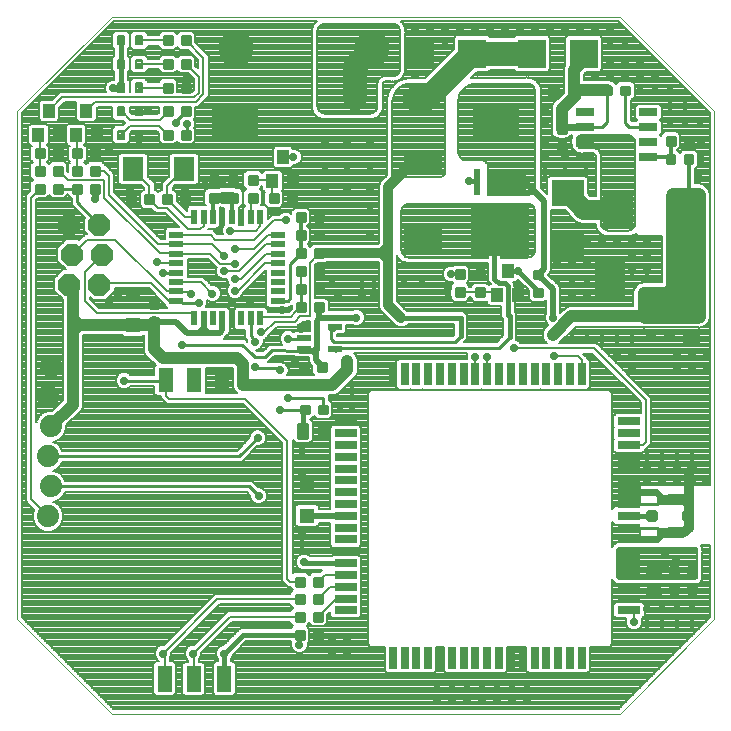
<source format=gtl>
G75*
%MOIN*%
%OFA0B0*%
%FSLAX24Y24*%
%IPPOS*%
%LPD*%
%AMOC8*
5,1,8,0,0,1.08239X$1,22.5*
%
%ADD10C,0.0000*%
%ADD11R,0.0260X0.0760*%
%ADD12R,0.0760X0.0260*%
%ADD13C,0.0088*%
%ADD14R,0.0472X0.0866*%
%ADD15R,0.0472X0.0787*%
%ADD16R,0.0600X0.0250*%
%ADD17R,0.1000X0.1200*%
%ADD18R,0.1000X0.1250*%
%ADD19C,0.0100*%
%ADD20R,0.0984X0.1260*%
%ADD21R,0.1080X0.0850*%
%ADD22C,0.0150*%
%ADD23C,0.0200*%
%ADD24R,0.0220X0.0500*%
%ADD25R,0.0500X0.0220*%
%ADD26OC8,0.0740*%
%ADD27R,0.1300X0.0800*%
%ADD28C,0.1181*%
%ADD29R,0.1181X0.1181*%
%ADD30R,0.0240X0.0870*%
%ADD31R,0.1260X0.0866*%
%ADD32R,0.1969X0.1772*%
%ADD33R,0.0945X0.0945*%
%ADD34R,0.0472X0.0217*%
%ADD35C,0.0740*%
%ADD36R,0.0400X0.0450*%
%ADD37R,0.0500X0.0500*%
%ADD38C,0.0075*%
%ADD39C,0.0709*%
%ADD40R,0.0700X0.0800*%
%ADD41C,0.0280*%
%ADD42C,0.0240*%
%ADD43C,0.0080*%
%ADD44C,0.0320*%
%ADD45C,0.0160*%
%ADD46C,0.0278*%
%ADD47C,0.0660*%
%ADD48C,0.0120*%
%ADD49C,0.0320*%
%ADD50C,0.0400*%
%ADD51C,0.0800*%
%ADD52C,0.0157*%
%ADD53C,0.0059*%
D10*
X001579Y003519D02*
X001579Y020448D01*
X004728Y023597D01*
X021657Y023597D01*
X024807Y020448D01*
X024807Y003519D01*
X021657Y000369D01*
X004728Y000369D01*
X001579Y003519D01*
D11*
X014090Y002235D03*
X014484Y002235D03*
X014878Y002235D03*
X015272Y002235D03*
X015665Y002235D03*
X016059Y002235D03*
X016453Y002235D03*
X016846Y002235D03*
X017240Y002235D03*
X017634Y002235D03*
X018027Y002235D03*
X018421Y002235D03*
X018815Y002235D03*
X019209Y002235D03*
X019602Y002235D03*
X019996Y002235D03*
X020390Y002235D03*
X020390Y011684D03*
X019996Y011684D03*
X019602Y011684D03*
X019209Y011684D03*
X018815Y011684D03*
X018421Y011684D03*
X018027Y011684D03*
X017634Y011684D03*
X017240Y011684D03*
X016846Y011684D03*
X016453Y011684D03*
X016059Y011684D03*
X015665Y011684D03*
X015272Y011684D03*
X014878Y011684D03*
X014484Y011684D03*
X014090Y011684D03*
D12*
X012516Y010109D03*
X012516Y009715D03*
X012516Y009322D03*
X012516Y008928D03*
X012516Y008534D03*
X012516Y008141D03*
X012516Y007747D03*
X012516Y007353D03*
X012516Y006959D03*
X012516Y006566D03*
X012516Y006172D03*
X012516Y005778D03*
X012516Y005385D03*
X012516Y004991D03*
X012516Y004597D03*
X012516Y004204D03*
X012516Y003810D03*
X021964Y003810D03*
X021964Y004204D03*
X021964Y004597D03*
X021964Y004991D03*
X021964Y005385D03*
X021964Y005778D03*
X021964Y006172D03*
X021964Y006566D03*
X021964Y006959D03*
X021964Y007353D03*
X021964Y007747D03*
X021964Y008141D03*
X021964Y008534D03*
X021964Y008928D03*
X021964Y009322D03*
X021964Y009715D03*
X021964Y010109D03*
D13*
X022813Y012876D02*
X022813Y013138D01*
X022813Y012876D02*
X022551Y012876D01*
X022551Y013138D01*
X022813Y013138D01*
X022813Y012963D02*
X022551Y012963D01*
X022551Y013050D02*
X022813Y013050D01*
X022813Y013137D02*
X022551Y013137D01*
X022813Y013476D02*
X022813Y013738D01*
X022813Y013476D02*
X022551Y013476D01*
X022551Y013738D01*
X022813Y013738D01*
X022813Y013563D02*
X022551Y013563D01*
X022551Y013650D02*
X022813Y013650D01*
X022813Y013737D02*
X022551Y013737D01*
X023425Y013738D02*
X023425Y013476D01*
X023163Y013476D01*
X023163Y013738D01*
X023425Y013738D01*
X023425Y013563D02*
X023163Y013563D01*
X023163Y013650D02*
X023425Y013650D01*
X023425Y013737D02*
X023163Y013737D01*
X023425Y013138D02*
X023425Y012876D01*
X023163Y012876D01*
X023163Y013138D01*
X023425Y013138D01*
X023425Y012963D02*
X023163Y012963D01*
X023163Y013050D02*
X023425Y013050D01*
X023425Y013137D02*
X023163Y013137D01*
X019061Y014272D02*
X019061Y014534D01*
X019061Y014272D02*
X018799Y014272D01*
X018799Y014534D01*
X019061Y014534D01*
X019061Y014359D02*
X018799Y014359D01*
X018799Y014446D02*
X019061Y014446D01*
X019061Y014533D02*
X018799Y014533D01*
X019061Y014872D02*
X019061Y015134D01*
X019061Y014872D02*
X018799Y014872D01*
X018799Y015134D01*
X019061Y015134D01*
X019061Y014959D02*
X018799Y014959D01*
X018799Y015046D02*
X019061Y015046D01*
X019061Y015133D02*
X018799Y015133D01*
X016875Y015147D02*
X016875Y014885D01*
X016875Y015147D02*
X017137Y015147D01*
X017137Y014885D01*
X016875Y014885D01*
X016875Y014972D02*
X017137Y014972D01*
X017137Y015059D02*
X016875Y015059D01*
X016875Y015146D02*
X017137Y015146D01*
X016875Y014547D02*
X016875Y014285D01*
X016875Y014547D02*
X017137Y014547D01*
X017137Y014285D01*
X016875Y014285D01*
X016875Y014372D02*
X017137Y014372D01*
X017137Y014459D02*
X016875Y014459D01*
X016875Y014546D02*
X017137Y014546D01*
X016460Y014550D02*
X016460Y014288D01*
X016198Y014288D01*
X016198Y014550D01*
X016460Y014550D01*
X016460Y014375D02*
X016198Y014375D01*
X016198Y014462D02*
X016460Y014462D01*
X016460Y014549D02*
X016198Y014549D01*
X016460Y014888D02*
X016460Y015150D01*
X016460Y014888D02*
X016198Y014888D01*
X016198Y015150D01*
X016460Y015150D01*
X016460Y014975D02*
X016198Y014975D01*
X016198Y015062D02*
X016460Y015062D01*
X016460Y015149D02*
X016198Y015149D01*
X011760Y015250D02*
X011498Y015250D01*
X011760Y015250D02*
X011760Y014988D01*
X011498Y014988D01*
X011498Y015250D01*
X011498Y015075D02*
X011760Y015075D01*
X011760Y015162D02*
X011498Y015162D01*
X011498Y015249D02*
X011760Y015249D01*
X011769Y015582D02*
X011507Y015582D01*
X011507Y015844D01*
X011769Y015844D01*
X011769Y015582D01*
X011769Y015669D02*
X011507Y015669D01*
X011507Y015756D02*
X011769Y015756D01*
X011769Y015843D02*
X011507Y015843D01*
X011169Y015582D02*
X010907Y015582D01*
X010907Y015844D01*
X011169Y015844D01*
X011169Y015582D01*
X011169Y015669D02*
X010907Y015669D01*
X010907Y015756D02*
X011169Y015756D01*
X011169Y015843D02*
X010907Y015843D01*
X010898Y016450D02*
X011160Y016450D01*
X011160Y016188D01*
X010898Y016188D01*
X010898Y016450D01*
X010898Y016275D02*
X011160Y016275D01*
X011160Y016362D02*
X010898Y016362D01*
X010898Y016449D02*
X011160Y016449D01*
X011498Y016450D02*
X011760Y016450D01*
X011760Y016188D01*
X011498Y016188D01*
X011498Y016450D01*
X011498Y016275D02*
X011760Y016275D01*
X011760Y016362D02*
X011498Y016362D01*
X011498Y016449D02*
X011760Y016449D01*
X011755Y017051D02*
X011493Y017051D01*
X011755Y017051D02*
X011755Y016789D01*
X011493Y016789D01*
X011493Y017051D01*
X011493Y016876D02*
X011755Y016876D01*
X011755Y016963D02*
X011493Y016963D01*
X011493Y017050D02*
X011755Y017050D01*
X011155Y017051D02*
X010893Y017051D01*
X011155Y017051D02*
X011155Y016789D01*
X010893Y016789D01*
X010893Y017051D01*
X010893Y016876D02*
X011155Y016876D01*
X011155Y016963D02*
X010893Y016963D01*
X010893Y017050D02*
X011155Y017050D01*
X010858Y017680D02*
X010596Y017680D01*
X010858Y017680D02*
X010858Y017418D01*
X010596Y017418D01*
X010596Y017680D01*
X010596Y017505D02*
X010858Y017505D01*
X010858Y017592D02*
X010596Y017592D01*
X010596Y017679D02*
X010858Y017679D01*
X010258Y017680D02*
X009996Y017680D01*
X010258Y017680D02*
X010258Y017418D01*
X009996Y017418D01*
X009996Y017680D01*
X009996Y017505D02*
X010258Y017505D01*
X010258Y017592D02*
X009996Y017592D01*
X009996Y017679D02*
X010258Y017679D01*
X009298Y017700D02*
X009298Y017438D01*
X009298Y017700D02*
X009560Y017700D01*
X009560Y017438D01*
X009298Y017438D01*
X009298Y017525D02*
X009560Y017525D01*
X009560Y017612D02*
X009298Y017612D01*
X009298Y017699D02*
X009560Y017699D01*
X009298Y018038D02*
X009298Y018300D01*
X009560Y018300D01*
X009560Y018038D01*
X009298Y018038D01*
X009298Y018125D02*
X009560Y018125D01*
X009560Y018212D02*
X009298Y018212D01*
X009298Y018299D02*
X009560Y018299D01*
X008648Y018300D02*
X008648Y018038D01*
X008648Y018300D02*
X008910Y018300D01*
X008910Y018038D01*
X008648Y018038D01*
X008648Y018125D02*
X008910Y018125D01*
X008910Y018212D02*
X008648Y018212D01*
X008648Y018299D02*
X008910Y018299D01*
X007998Y018300D02*
X007998Y018038D01*
X007998Y018300D02*
X008260Y018300D01*
X008260Y018038D01*
X007998Y018038D01*
X007998Y018125D02*
X008260Y018125D01*
X008260Y018212D02*
X007998Y018212D01*
X007998Y018299D02*
X008260Y018299D01*
X007998Y017700D02*
X007998Y017438D01*
X007998Y017700D02*
X008260Y017700D01*
X008260Y017438D01*
X007998Y017438D01*
X007998Y017525D02*
X008260Y017525D01*
X008260Y017612D02*
X007998Y017612D01*
X007998Y017699D02*
X008260Y017699D01*
X008648Y017700D02*
X008648Y017438D01*
X008648Y017700D02*
X008910Y017700D01*
X008910Y017438D01*
X008648Y017438D01*
X008648Y017525D02*
X008910Y017525D01*
X008910Y017612D02*
X008648Y017612D01*
X008648Y017699D02*
X008910Y017699D01*
X007310Y017388D02*
X007048Y017388D01*
X007048Y017650D01*
X007310Y017650D01*
X007310Y017388D01*
X007310Y017475D02*
X007048Y017475D01*
X007048Y017562D02*
X007310Y017562D01*
X007310Y017649D02*
X007048Y017649D01*
X006710Y017388D02*
X006448Y017388D01*
X006448Y017650D01*
X006710Y017650D01*
X006710Y017388D01*
X006710Y017475D02*
X006448Y017475D01*
X006448Y017562D02*
X006710Y017562D01*
X006710Y017649D02*
X006448Y017649D01*
X006110Y017650D02*
X005848Y017650D01*
X006110Y017650D02*
X006110Y017388D01*
X005848Y017388D01*
X005848Y017650D01*
X005848Y017475D02*
X006110Y017475D01*
X006110Y017562D02*
X005848Y017562D01*
X005848Y017649D02*
X006110Y017649D01*
X005510Y017650D02*
X005248Y017650D01*
X005510Y017650D02*
X005510Y017388D01*
X005248Y017388D01*
X005248Y017650D01*
X005248Y017475D02*
X005510Y017475D01*
X005510Y017562D02*
X005248Y017562D01*
X005248Y017649D02*
X005510Y017649D01*
X004305Y017730D02*
X004043Y017730D01*
X004043Y017992D01*
X004305Y017992D01*
X004305Y017730D01*
X004305Y017817D02*
X004043Y017817D01*
X004043Y017904D02*
X004305Y017904D01*
X004305Y017991D02*
X004043Y017991D01*
X003705Y017730D02*
X003443Y017730D01*
X003443Y017992D01*
X003705Y017992D01*
X003705Y017730D01*
X003705Y017817D02*
X003443Y017817D01*
X003443Y017904D02*
X003705Y017904D01*
X003705Y017991D02*
X003443Y017991D01*
X003448Y018338D02*
X003710Y018338D01*
X003448Y018338D02*
X003448Y018600D01*
X003710Y018600D01*
X003710Y018338D01*
X003710Y018425D02*
X003448Y018425D01*
X003448Y018512D02*
X003710Y018512D01*
X003710Y018599D02*
X003448Y018599D01*
X003445Y019172D02*
X003707Y019172D01*
X003707Y018910D01*
X003445Y018910D01*
X003445Y019172D01*
X003445Y018997D02*
X003707Y018997D01*
X003707Y019084D02*
X003445Y019084D01*
X003445Y019171D02*
X003707Y019171D01*
X004045Y019172D02*
X004307Y019172D01*
X004307Y018910D01*
X004045Y018910D01*
X004045Y019172D01*
X004045Y018997D02*
X004307Y018997D01*
X004307Y019084D02*
X004045Y019084D01*
X004045Y019171D02*
X004307Y019171D01*
X004310Y018338D02*
X004048Y018338D01*
X004048Y018600D01*
X004310Y018600D01*
X004310Y018338D01*
X004310Y018425D02*
X004048Y018425D01*
X004048Y018512D02*
X004310Y018512D01*
X004310Y018599D02*
X004048Y018599D01*
X003060Y018338D02*
X002798Y018338D01*
X002798Y018600D01*
X003060Y018600D01*
X003060Y018338D01*
X003060Y018425D02*
X002798Y018425D01*
X002798Y018512D02*
X003060Y018512D01*
X003060Y018599D02*
X002798Y018599D01*
X002792Y019172D02*
X003054Y019172D01*
X003054Y018910D01*
X002792Y018910D01*
X002792Y019172D01*
X002792Y018997D02*
X003054Y018997D01*
X003054Y019084D02*
X002792Y019084D01*
X002792Y019171D02*
X003054Y019171D01*
X002454Y019172D02*
X002192Y019172D01*
X002454Y019172D02*
X002454Y018910D01*
X002192Y018910D01*
X002192Y019172D01*
X002192Y018997D02*
X002454Y018997D01*
X002454Y019084D02*
X002192Y019084D01*
X002192Y019171D02*
X002454Y019171D01*
X002460Y018338D02*
X002198Y018338D01*
X002198Y018600D01*
X002460Y018600D01*
X002460Y018338D01*
X002460Y018425D02*
X002198Y018425D01*
X002198Y018512D02*
X002460Y018512D01*
X002460Y018599D02*
X002198Y018599D01*
X002198Y018000D02*
X002460Y018000D01*
X002460Y017738D01*
X002198Y017738D01*
X002198Y018000D01*
X002198Y017825D02*
X002460Y017825D01*
X002460Y017912D02*
X002198Y017912D01*
X002198Y017999D02*
X002460Y017999D01*
X002798Y018000D02*
X003060Y018000D01*
X003060Y017738D01*
X002798Y017738D01*
X002798Y018000D01*
X002798Y017825D02*
X003060Y017825D01*
X003060Y017912D02*
X002798Y017912D01*
X002798Y017999D02*
X003060Y017999D01*
X006466Y019791D02*
X006728Y019791D01*
X006728Y019529D01*
X006466Y019529D01*
X006466Y019791D01*
X006466Y019616D02*
X006728Y019616D01*
X006728Y019703D02*
X006466Y019703D01*
X006466Y019790D02*
X006728Y019790D01*
X007066Y019791D02*
X007328Y019791D01*
X007328Y019529D01*
X007066Y019529D01*
X007066Y019791D01*
X007066Y019616D02*
X007328Y019616D01*
X007328Y019703D02*
X007066Y019703D01*
X007066Y019790D02*
X007328Y019790D01*
X007328Y020579D02*
X007066Y020579D01*
X007328Y020579D02*
X007328Y020317D01*
X007066Y020317D01*
X007066Y020579D01*
X007066Y020404D02*
X007328Y020404D01*
X007328Y020491D02*
X007066Y020491D01*
X007066Y020578D02*
X007328Y020578D01*
X007328Y021366D02*
X007066Y021366D01*
X007328Y021366D02*
X007328Y021104D01*
X007066Y021104D01*
X007066Y021366D01*
X007066Y021191D02*
X007328Y021191D01*
X007328Y021278D02*
X007066Y021278D01*
X007066Y021365D02*
X007328Y021365D01*
X007328Y021891D02*
X007066Y021891D01*
X007066Y022153D01*
X007328Y022153D01*
X007328Y021891D01*
X007328Y021978D02*
X007066Y021978D01*
X007066Y022065D02*
X007328Y022065D01*
X007328Y022152D02*
X007066Y022152D01*
X006728Y021891D02*
X006466Y021891D01*
X006466Y022153D01*
X006728Y022153D01*
X006728Y021891D01*
X006728Y021978D02*
X006466Y021978D01*
X006466Y022065D02*
X006728Y022065D01*
X006728Y022152D02*
X006466Y022152D01*
X006466Y022679D02*
X006728Y022679D01*
X006466Y022679D02*
X006466Y022941D01*
X006728Y022941D01*
X006728Y022679D01*
X006728Y022766D02*
X006466Y022766D01*
X006466Y022853D02*
X006728Y022853D01*
X006728Y022940D02*
X006466Y022940D01*
X007066Y022679D02*
X007328Y022679D01*
X007066Y022679D02*
X007066Y022941D01*
X007328Y022941D01*
X007328Y022679D01*
X007328Y022766D02*
X007066Y022766D01*
X007066Y022853D02*
X007328Y022853D01*
X007328Y022940D02*
X007066Y022940D01*
X006728Y021366D02*
X006466Y021366D01*
X006728Y021366D02*
X006728Y021104D01*
X006466Y021104D01*
X006466Y021366D01*
X006466Y021191D02*
X006728Y021191D01*
X006728Y021278D02*
X006466Y021278D01*
X006466Y021365D02*
X006728Y021365D01*
X006728Y020579D02*
X006466Y020579D01*
X006728Y020579D02*
X006728Y020317D01*
X006466Y020317D01*
X006466Y020579D01*
X006466Y020404D02*
X006728Y020404D01*
X006728Y020491D02*
X006466Y020491D01*
X006466Y020578D02*
X006728Y020578D01*
X010898Y015250D02*
X011160Y015250D01*
X011160Y014988D01*
X010898Y014988D01*
X010898Y015250D01*
X010898Y015075D02*
X011160Y015075D01*
X011160Y015162D02*
X010898Y015162D01*
X010898Y015249D02*
X011160Y015249D01*
X011165Y014643D02*
X010903Y014643D01*
X011165Y014643D02*
X011165Y014381D01*
X010903Y014381D01*
X010903Y014643D01*
X010903Y014468D02*
X011165Y014468D01*
X011165Y014555D02*
X010903Y014555D01*
X010903Y014642D02*
X011165Y014642D01*
X011503Y014643D02*
X011765Y014643D01*
X011765Y014381D01*
X011503Y014381D01*
X011503Y014643D01*
X011503Y014468D02*
X011765Y014468D01*
X011765Y014555D02*
X011503Y014555D01*
X011503Y014642D02*
X011765Y014642D01*
X011765Y013787D02*
X011503Y013787D01*
X011503Y014049D01*
X011765Y014049D01*
X011765Y013787D01*
X011765Y013874D02*
X011503Y013874D01*
X011503Y013961D02*
X011765Y013961D01*
X011765Y014048D02*
X011503Y014048D01*
X011165Y013787D02*
X010903Y013787D01*
X010903Y014049D01*
X011165Y014049D01*
X011165Y013787D01*
X011165Y013874D02*
X010903Y013874D01*
X010903Y013961D02*
X011165Y013961D01*
X011165Y014048D02*
X010903Y014048D01*
X010998Y011788D02*
X011260Y011788D01*
X010998Y011788D02*
X010998Y012050D01*
X011260Y012050D01*
X011260Y011788D01*
X011260Y011875D02*
X010998Y011875D01*
X010998Y011962D02*
X011260Y011962D01*
X011260Y012049D02*
X010998Y012049D01*
X011598Y011788D02*
X011860Y011788D01*
X011598Y011788D02*
X011598Y012050D01*
X011860Y012050D01*
X011860Y011788D01*
X011860Y011875D02*
X011598Y011875D01*
X011598Y011962D02*
X011860Y011962D01*
X011860Y012049D02*
X011598Y012049D01*
X011629Y010638D02*
X011891Y010638D01*
X011891Y010376D01*
X011629Y010376D01*
X011629Y010638D01*
X011629Y010463D02*
X011891Y010463D01*
X011891Y010550D02*
X011629Y010550D01*
X011629Y010637D02*
X011891Y010637D01*
X011291Y010638D02*
X011029Y010638D01*
X011291Y010638D02*
X011291Y010376D01*
X011029Y010376D01*
X011029Y010638D01*
X011029Y010463D02*
X011291Y010463D01*
X011291Y010550D02*
X011029Y010550D01*
X011029Y010637D02*
X011291Y010637D01*
X005998Y013288D02*
X005998Y013550D01*
X006260Y013550D01*
X006260Y013288D01*
X005998Y013288D01*
X005998Y013375D02*
X006260Y013375D01*
X006260Y013462D02*
X005998Y013462D01*
X005998Y013549D02*
X006260Y013549D01*
X005998Y013888D02*
X005998Y014150D01*
X006260Y014150D01*
X006260Y013888D01*
X005998Y013888D01*
X005998Y013975D02*
X006260Y013975D01*
X006260Y014062D02*
X005998Y014062D01*
X005998Y014149D02*
X006260Y014149D01*
X010872Y004897D02*
X011134Y004897D01*
X011134Y004635D01*
X010872Y004635D01*
X010872Y004897D01*
X010872Y004722D02*
X011134Y004722D01*
X011134Y004809D02*
X010872Y004809D01*
X010872Y004896D02*
X011134Y004896D01*
X011472Y004897D02*
X011734Y004897D01*
X011734Y004635D01*
X011472Y004635D01*
X011472Y004897D01*
X011472Y004722D02*
X011734Y004722D01*
X011734Y004809D02*
X011472Y004809D01*
X011472Y004896D02*
X011734Y004896D01*
X011727Y004054D02*
X011465Y004054D01*
X011465Y004316D01*
X011727Y004316D01*
X011727Y004054D01*
X011727Y004141D02*
X011465Y004141D01*
X011465Y004228D02*
X011727Y004228D01*
X011727Y004315D02*
X011465Y004315D01*
X011127Y004054D02*
X010865Y004054D01*
X010865Y004316D01*
X011127Y004316D01*
X011127Y004054D01*
X011127Y004141D02*
X010865Y004141D01*
X010865Y004228D02*
X011127Y004228D01*
X011127Y004315D02*
X010865Y004315D01*
X010865Y003466D02*
X011127Y003466D01*
X010865Y003466D02*
X010865Y003728D01*
X011127Y003728D01*
X011127Y003466D01*
X011127Y003553D02*
X010865Y003553D01*
X010865Y003640D02*
X011127Y003640D01*
X011127Y003727D02*
X010865Y003727D01*
X010859Y002865D02*
X011121Y002865D01*
X010859Y002865D02*
X010859Y003127D01*
X011121Y003127D01*
X011121Y002865D01*
X011121Y002952D02*
X010859Y002952D01*
X010859Y003039D02*
X011121Y003039D01*
X011121Y003126D02*
X010859Y003126D01*
X011459Y002865D02*
X011721Y002865D01*
X011459Y002865D02*
X011459Y003127D01*
X011721Y003127D01*
X011721Y002865D01*
X011721Y002952D02*
X011459Y002952D01*
X011459Y003039D02*
X011721Y003039D01*
X011721Y003126D02*
X011459Y003126D01*
X011465Y003466D02*
X011727Y003466D01*
X011465Y003466D02*
X011465Y003728D01*
X011727Y003728D01*
X011727Y003466D01*
X011727Y003553D02*
X011465Y003553D01*
X011465Y003640D02*
X011727Y003640D01*
X011727Y003727D02*
X011465Y003727D01*
X023610Y004388D02*
X023610Y004650D01*
X023610Y004388D02*
X023348Y004388D01*
X023348Y004650D01*
X023610Y004650D01*
X023610Y004475D02*
X023348Y004475D01*
X023348Y004562D02*
X023610Y004562D01*
X023610Y004649D02*
X023348Y004649D01*
X023610Y004988D02*
X023610Y005250D01*
X023610Y004988D02*
X023348Y004988D01*
X023348Y005250D01*
X023610Y005250D01*
X023610Y005075D02*
X023348Y005075D01*
X023348Y005162D02*
X023610Y005162D01*
X023610Y005249D02*
X023348Y005249D01*
X024210Y005250D02*
X024210Y004988D01*
X023948Y004988D01*
X023948Y005250D01*
X024210Y005250D01*
X024210Y005075D02*
X023948Y005075D01*
X023948Y005162D02*
X024210Y005162D01*
X024210Y005249D02*
X023948Y005249D01*
X024210Y004650D02*
X024210Y004388D01*
X023948Y004388D01*
X023948Y004650D01*
X024210Y004650D01*
X024210Y004475D02*
X023948Y004475D01*
X023948Y004562D02*
X024210Y004562D01*
X024210Y004649D02*
X023948Y004649D01*
X024080Y018714D02*
X023818Y018714D01*
X023818Y018976D01*
X024080Y018976D01*
X024080Y018714D01*
X024080Y018801D02*
X023818Y018801D01*
X023818Y018888D02*
X024080Y018888D01*
X024080Y018975D02*
X023818Y018975D01*
X023480Y018714D02*
X023218Y018714D01*
X023218Y018976D01*
X023480Y018976D01*
X023480Y018714D01*
X023480Y018801D02*
X023218Y018801D01*
X023218Y018888D02*
X023480Y018888D01*
X023480Y018975D02*
X023218Y018975D01*
X023226Y019326D02*
X023488Y019326D01*
X023226Y019326D02*
X023226Y019588D01*
X023488Y019588D01*
X023488Y019326D01*
X023488Y019413D02*
X023226Y019413D01*
X023226Y019500D02*
X023488Y019500D01*
X023488Y019587D02*
X023226Y019587D01*
X023826Y019326D02*
X024088Y019326D01*
X023826Y019326D02*
X023826Y019588D01*
X024088Y019588D01*
X024088Y019326D01*
X024088Y019413D02*
X023826Y019413D01*
X023826Y019500D02*
X024088Y019500D01*
X024088Y019587D02*
X023826Y019587D01*
X021968Y021270D02*
X021706Y021270D01*
X021968Y021270D02*
X021968Y021008D01*
X021706Y021008D01*
X021706Y021270D01*
X021706Y021095D02*
X021968Y021095D01*
X021968Y021182D02*
X021706Y021182D01*
X021706Y021269D02*
X021968Y021269D01*
X021368Y021270D02*
X021106Y021270D01*
X021368Y021270D02*
X021368Y021008D01*
X021106Y021008D01*
X021106Y021270D01*
X021106Y021095D02*
X021368Y021095D01*
X021368Y021182D02*
X021106Y021182D01*
X021106Y021269D02*
X021368Y021269D01*
X019858Y019990D02*
X019858Y019728D01*
X019596Y019728D01*
X019596Y019990D01*
X019858Y019990D01*
X019858Y019815D02*
X019596Y019815D01*
X019596Y019902D02*
X019858Y019902D01*
X019858Y019989D02*
X019596Y019989D01*
X019858Y019390D02*
X019858Y019128D01*
X019596Y019128D01*
X019596Y019390D01*
X019858Y019390D01*
X019858Y019215D02*
X019596Y019215D01*
X019596Y019302D02*
X019858Y019302D01*
X019858Y019389D02*
X019596Y019389D01*
D14*
X008472Y001535D03*
X007449Y001519D03*
X006484Y001535D03*
D15*
X006516Y011476D03*
X007476Y011484D03*
X008405Y011484D03*
D16*
X020514Y018919D03*
X020514Y019419D03*
X020514Y019919D03*
X020514Y020419D03*
X022614Y020419D03*
X022614Y019919D03*
X022614Y019419D03*
X022614Y018919D03*
D17*
X023848Y014917D03*
D18*
X021348Y014917D03*
D19*
X024257Y013757D02*
X024257Y013457D01*
X023807Y013457D01*
X023807Y013757D01*
X024257Y013757D01*
X024257Y013556D02*
X023807Y013556D01*
X023807Y013655D02*
X024257Y013655D01*
X024257Y013754D02*
X023807Y013754D01*
X024257Y013057D02*
X024257Y012757D01*
X023807Y012757D01*
X023807Y013057D01*
X024257Y013057D01*
X024257Y012856D02*
X023807Y012856D01*
X023807Y012955D02*
X024257Y012955D01*
X024257Y013054D02*
X023807Y013054D01*
X023044Y007509D02*
X022888Y007353D01*
X021964Y007353D01*
X021964Y006566D02*
X022882Y006566D01*
X023079Y006369D01*
X023004Y005269D02*
X023004Y004969D01*
X022554Y004969D01*
X022554Y005269D01*
X023004Y005269D01*
X023004Y005068D02*
X022554Y005068D01*
X022554Y005167D02*
X023004Y005167D01*
X023004Y005266D02*
X022554Y005266D01*
X023004Y004569D02*
X023004Y004269D01*
X022554Y004269D01*
X022554Y004569D01*
X023004Y004569D01*
X023004Y004368D02*
X022554Y004368D01*
X022554Y004467D02*
X023004Y004467D01*
X023004Y004566D02*
X022554Y004566D01*
X017629Y012569D02*
X012279Y012569D01*
X012179Y012469D01*
X012175Y012465D01*
X012163Y012515D01*
X012179Y012469D02*
X012192Y012469D01*
X012129Y012769D02*
X012029Y012869D01*
X012029Y013203D01*
X012129Y012769D02*
X016179Y012769D01*
X016349Y012939D01*
X017629Y012569D02*
X017989Y012930D01*
X017429Y016119D02*
X017664Y016355D01*
X020514Y019919D02*
X020515Y019919D01*
X021079Y019919D01*
X021237Y020077D01*
X021237Y021139D01*
X021837Y021139D02*
X021837Y020061D01*
X021979Y019919D01*
X022614Y019919D01*
X022614Y019919D01*
X020282Y020886D02*
X019982Y020886D01*
X019982Y021336D01*
X020282Y021336D01*
X020282Y020886D01*
X020282Y020985D02*
X019982Y020985D01*
X019982Y021084D02*
X020282Y021084D01*
X020282Y021183D02*
X019982Y021183D01*
X019982Y021282D02*
X020282Y021282D01*
X019582Y020886D02*
X019282Y020886D01*
X019282Y021336D01*
X019582Y021336D01*
X019582Y020886D01*
X019582Y020985D02*
X019282Y020985D01*
X019282Y021084D02*
X019582Y021084D01*
X019582Y021183D02*
X019282Y021183D01*
X019282Y021282D02*
X019582Y021282D01*
X011038Y015713D02*
X010679Y015354D01*
X010679Y014219D01*
X010586Y014126D01*
X010260Y014126D01*
X010978Y013918D02*
X011034Y013918D01*
X011034Y014512D01*
X011140Y012889D02*
X011140Y012869D01*
X010594Y012869D01*
X011011Y012469D02*
X010063Y012475D01*
X009840Y012252D01*
X009498Y012252D01*
X009374Y012377D01*
X009053Y012669D01*
X007079Y012669D01*
X006516Y011476D02*
X006509Y011469D01*
X005129Y011469D01*
X006880Y014126D02*
X007021Y014126D01*
X007079Y014069D01*
X007629Y014069D01*
X006902Y014419D02*
X006880Y014441D01*
X006880Y015071D02*
X006431Y015071D01*
X006429Y015069D01*
X004313Y016671D02*
X003574Y017410D01*
X003574Y017861D01*
X003566Y017869D01*
X002929Y017869D01*
X006879Y020069D02*
X006879Y020130D01*
X007197Y020448D01*
X007229Y020019D02*
X007229Y019692D01*
X007197Y019660D01*
X010429Y018919D02*
X010779Y018919D01*
X009357Y013539D02*
X009357Y012984D01*
X009512Y012770D01*
X009512Y011924D02*
X009551Y011885D01*
X010319Y011885D01*
X010338Y011806D01*
X010594Y010900D02*
X011775Y010900D01*
X011775Y010841D01*
X011760Y010507D01*
X011160Y010507D02*
X011140Y010487D01*
X010338Y010487D01*
X010932Y010018D02*
X011232Y010018D01*
X011232Y009568D01*
X010932Y009568D01*
X010932Y010018D01*
X010932Y009667D02*
X011232Y009667D01*
X011232Y009766D02*
X010932Y009766D01*
X010932Y009865D02*
X011232Y009865D01*
X011232Y009964D02*
X010932Y009964D01*
X011632Y010018D02*
X011932Y010018D01*
X011932Y009568D01*
X011632Y009568D01*
X011632Y010018D01*
X011632Y009667D02*
X011932Y009667D01*
X011932Y009766D02*
X011632Y009766D01*
X011632Y009865D02*
X011932Y009865D01*
X011932Y009964D02*
X011632Y009964D01*
X009588Y009559D02*
X008972Y008944D01*
X002602Y008944D01*
X002702Y007944D02*
X009304Y007944D01*
X009622Y007625D01*
X010999Y004769D02*
X011003Y004766D01*
D20*
X021609Y017166D03*
X023853Y017166D03*
D21*
X019916Y017726D03*
X019916Y015985D03*
D22*
X022971Y007434D02*
X023721Y007434D01*
X022971Y007434D02*
X022971Y007584D01*
X023721Y007584D01*
X023721Y007434D01*
X023721Y007583D02*
X022971Y007583D01*
X022971Y006334D02*
X023721Y006334D01*
X022971Y006334D02*
X022971Y006484D01*
X023721Y006484D01*
X023721Y006334D01*
X023721Y006483D02*
X022971Y006483D01*
D23*
X022846Y007059D02*
X022646Y007059D01*
X022846Y007059D02*
X022846Y006859D01*
X022646Y006859D01*
X022646Y007059D01*
X022646Y007058D02*
X022846Y007058D01*
X023846Y007059D02*
X024046Y007059D01*
X024046Y006859D01*
X023846Y006859D01*
X023846Y007059D01*
X023846Y007058D02*
X024046Y007058D01*
X019429Y013569D02*
X019429Y014505D01*
X018930Y015003D01*
X019129Y015202D01*
X019129Y017469D01*
X018504Y018093D01*
X017901Y018093D01*
X012879Y013569D02*
X011629Y013569D01*
X011629Y013912D01*
X011634Y013918D01*
X011629Y013569D02*
X011568Y013469D01*
X011568Y012569D01*
X011425Y012465D01*
X011433Y012465D01*
X011529Y012369D01*
X011568Y012569D01*
X011529Y012369D02*
X011529Y012169D01*
X011729Y011969D01*
X011729Y011919D01*
X008412Y013153D02*
X008412Y013539D01*
X008412Y013153D02*
X008329Y013069D01*
X007929Y013069D01*
X007783Y013215D01*
X007783Y013223D01*
X007629Y013069D01*
X007929Y013069D01*
X007783Y013223D02*
X007783Y013539D01*
X007629Y013069D02*
X007229Y013069D01*
X006879Y013419D01*
X006129Y013419D01*
X005479Y013419D02*
X005379Y013319D01*
X005429Y013319D01*
X011229Y006969D02*
X011229Y006919D01*
X011269Y006959D01*
X012516Y006959D01*
D24*
X009672Y013539D03*
X009357Y013539D03*
X009042Y013539D03*
X008727Y013539D03*
X008412Y013539D03*
X008097Y013539D03*
X007783Y013539D03*
X007468Y013539D03*
X007468Y016919D03*
X007783Y016919D03*
X008097Y016919D03*
X008412Y016919D03*
X008727Y016919D03*
X009042Y016919D03*
X009357Y016919D03*
X009672Y016919D03*
D25*
X010260Y016331D03*
X010260Y016016D03*
X010260Y015701D03*
X010260Y015386D03*
X010260Y015071D03*
X010260Y014756D03*
X010260Y014441D03*
X010260Y014126D03*
X006880Y014126D03*
X006880Y014441D03*
X006880Y014756D03*
X006880Y015071D03*
X006880Y015386D03*
X006880Y015701D03*
X006880Y016016D03*
X006880Y016331D03*
D26*
X004413Y015671D03*
X003413Y015671D03*
X003313Y014671D03*
X004313Y014671D03*
X004313Y016671D03*
X003313Y016671D03*
D27*
X015111Y016250D03*
X015111Y018750D03*
D28*
X013394Y022506D03*
X008861Y022506D03*
D29*
X009031Y020026D03*
X008638Y020026D03*
X017325Y020026D03*
X017719Y020026D03*
D30*
X016914Y018100D03*
D31*
X017901Y018093D03*
D32*
X017664Y016479D03*
D33*
X016736Y022369D03*
X015004Y022369D03*
X018721Y022371D03*
X020453Y022371D03*
D34*
X012163Y013263D03*
X012163Y012515D03*
X011140Y012515D03*
X011140Y012889D03*
X011140Y013263D03*
D35*
X002702Y011944D03*
X002602Y010944D03*
X002702Y009944D03*
X002602Y008944D03*
X002702Y007944D03*
X002602Y006944D03*
D36*
X010079Y018119D03*
X010779Y018119D03*
X010429Y018919D03*
X004229Y019669D03*
X003529Y019669D03*
X002979Y019669D03*
X002279Y019669D03*
X002629Y020469D03*
X003879Y020469D03*
X017579Y014319D03*
X018279Y014319D03*
X017929Y015119D03*
D37*
X011229Y007969D03*
X011229Y006969D03*
X005429Y013319D03*
X005429Y014319D03*
D38*
X005516Y019522D02*
X005742Y019522D01*
X005516Y019522D02*
X005516Y019798D01*
X005742Y019798D01*
X005742Y019522D01*
X005742Y019596D02*
X005516Y019596D01*
X005516Y019670D02*
X005742Y019670D01*
X005742Y019744D02*
X005516Y019744D01*
X005142Y019522D02*
X004916Y019522D01*
X004916Y019798D01*
X005142Y019798D01*
X005142Y019522D01*
X005142Y019596D02*
X004916Y019596D01*
X004916Y019670D02*
X005142Y019670D01*
X005142Y019744D02*
X004916Y019744D01*
X004916Y020310D02*
X005142Y020310D01*
X004916Y020310D02*
X004916Y020586D01*
X005142Y020586D01*
X005142Y020310D01*
X005142Y020384D02*
X004916Y020384D01*
X004916Y020458D02*
X005142Y020458D01*
X005142Y020532D02*
X004916Y020532D01*
X004916Y021097D02*
X005142Y021097D01*
X004916Y021097D02*
X004916Y021373D01*
X005142Y021373D01*
X005142Y021097D01*
X005142Y021171D02*
X004916Y021171D01*
X004916Y021245D02*
X005142Y021245D01*
X005142Y021319D02*
X004916Y021319D01*
X004916Y021884D02*
X005142Y021884D01*
X004916Y021884D02*
X004916Y022160D01*
X005142Y022160D01*
X005142Y021884D01*
X005142Y021958D02*
X004916Y021958D01*
X004916Y022032D02*
X005142Y022032D01*
X005142Y022106D02*
X004916Y022106D01*
X004916Y022672D02*
X005142Y022672D01*
X004916Y022672D02*
X004916Y022948D01*
X005142Y022948D01*
X005142Y022672D01*
X005142Y022746D02*
X004916Y022746D01*
X004916Y022820D02*
X005142Y022820D01*
X005142Y022894D02*
X004916Y022894D01*
X005516Y022672D02*
X005742Y022672D01*
X005516Y022672D02*
X005516Y022948D01*
X005742Y022948D01*
X005742Y022672D01*
X005742Y022746D02*
X005516Y022746D01*
X005516Y022820D02*
X005742Y022820D01*
X005742Y022894D02*
X005516Y022894D01*
X005516Y021884D02*
X005742Y021884D01*
X005516Y021884D02*
X005516Y022160D01*
X005742Y022160D01*
X005742Y021884D01*
X005742Y021958D02*
X005516Y021958D01*
X005516Y022032D02*
X005742Y022032D01*
X005742Y022106D02*
X005516Y022106D01*
X005516Y021097D02*
X005742Y021097D01*
X005516Y021097D02*
X005516Y021373D01*
X005742Y021373D01*
X005742Y021097D01*
X005742Y021171D02*
X005516Y021171D01*
X005516Y021245D02*
X005742Y021245D01*
X005742Y021319D02*
X005516Y021319D01*
X005516Y020310D02*
X005742Y020310D01*
X005516Y020310D02*
X005516Y020586D01*
X005742Y020586D01*
X005742Y020310D01*
X005742Y020384D02*
X005516Y020384D01*
X005516Y020458D02*
X005742Y020458D01*
X005742Y020532D02*
X005516Y020532D01*
D39*
X012829Y020869D03*
X014813Y020869D03*
D40*
X007129Y018519D03*
X005429Y018519D03*
D41*
X005329Y017869D03*
X004179Y017519D03*
X004629Y019119D03*
X005629Y019319D03*
X005929Y020469D03*
X006879Y020069D03*
X007229Y020019D03*
X007229Y021569D03*
X004779Y021219D03*
X007829Y018169D03*
X008429Y018169D03*
X007179Y017869D03*
X008279Y016469D03*
X008679Y016469D03*
X008829Y015869D03*
X008479Y015619D03*
X008829Y015369D03*
X008479Y015119D03*
X008829Y014869D03*
X008829Y014469D03*
X008729Y014069D03*
X008079Y014369D03*
X007629Y014069D03*
X007379Y014369D03*
X006429Y015069D03*
X006229Y015419D03*
X004929Y014269D03*
X004629Y014019D03*
X007079Y012669D03*
X005129Y011469D03*
X009329Y014119D03*
X009682Y013094D03*
X010398Y013830D03*
X012279Y014369D03*
X012079Y014869D03*
X013079Y014669D03*
X013479Y014669D03*
X013479Y014269D03*
X013079Y014269D03*
X012879Y013569D03*
X014479Y014694D03*
X015079Y014694D03*
X015929Y014569D03*
X015929Y014219D03*
X016029Y015019D03*
X016729Y015019D03*
X018229Y014669D03*
X018279Y015119D03*
X019579Y015369D03*
X020079Y015369D03*
X020579Y015369D03*
X020579Y014869D03*
X020579Y014369D03*
X020079Y014369D03*
X020079Y014869D03*
X019579Y014869D03*
X019429Y013569D03*
X020079Y012869D03*
X020579Y012869D03*
X021079Y012869D03*
X021579Y012869D03*
X022079Y012869D03*
X022079Y012369D03*
X022079Y011919D03*
X021579Y012369D03*
X022529Y013969D03*
X022779Y014219D03*
X023029Y013969D03*
X022579Y015119D03*
X022579Y015619D03*
X022579Y016119D03*
X022079Y016119D03*
X022079Y015619D03*
X022079Y015119D03*
X021579Y016119D03*
X021079Y016119D03*
X020579Y016119D03*
X020529Y018419D03*
X019829Y018419D03*
X019829Y018969D03*
X019179Y018969D03*
X019179Y019469D03*
X019179Y020019D03*
X019179Y020519D03*
X020829Y021619D03*
X021329Y021619D03*
X021829Y021619D03*
X022329Y021619D03*
X022829Y021619D03*
X022829Y021119D03*
X023329Y021119D03*
X023329Y020619D03*
X023829Y020619D03*
X023829Y020119D03*
X024329Y020119D03*
X024379Y019469D03*
X024379Y018869D03*
X024279Y018269D03*
X023329Y020119D03*
X022329Y021119D03*
X022329Y022119D03*
X021829Y022119D03*
X021829Y022619D03*
X021329Y022619D03*
X021329Y023119D03*
X020829Y023119D03*
X020329Y023119D03*
X019829Y023119D03*
X019329Y023119D03*
X018829Y023119D03*
X018329Y023119D03*
X017829Y023119D03*
X017329Y023119D03*
X016829Y023119D03*
X016329Y023119D03*
X015829Y023119D03*
X015829Y022619D03*
X015329Y023119D03*
X014829Y023119D03*
X014829Y021669D03*
X013329Y019369D03*
X013329Y018619D03*
X013329Y017869D03*
X013329Y017119D03*
X012579Y017869D03*
X012579Y018619D03*
X012579Y019369D03*
X011829Y019369D03*
X011829Y018619D03*
X011829Y017869D03*
X010779Y018919D03*
X010529Y016819D03*
X013329Y016369D03*
X014479Y015319D03*
X016629Y018119D03*
X019179Y018419D03*
X021329Y022119D03*
X023579Y012369D03*
X024079Y012369D03*
X024554Y012369D03*
X024554Y011869D03*
X024079Y011869D03*
X023579Y011869D03*
X023579Y008919D03*
X023579Y008519D03*
X023579Y008119D03*
X024079Y008119D03*
X024079Y008519D03*
X024529Y008119D03*
X024079Y008919D03*
X023079Y008919D03*
X023079Y008519D03*
X023079Y008119D03*
X022579Y008119D03*
X022579Y008519D03*
X022579Y008919D03*
X023179Y005719D03*
X023529Y005519D03*
X023179Y005319D03*
X023079Y003869D03*
X023579Y003869D03*
X024079Y003869D03*
X024079Y003369D03*
X023579Y003369D03*
X023079Y003369D03*
X022579Y003369D03*
X022129Y003419D03*
X022579Y003869D03*
X018579Y001369D03*
X018579Y000869D03*
X018079Y000869D03*
X018079Y001369D03*
X017579Y001369D03*
X017579Y000869D03*
X017079Y000869D03*
X017079Y001369D03*
X016579Y001369D03*
X016579Y000869D03*
X016079Y000869D03*
X016079Y001369D03*
X015579Y001369D03*
X015579Y000869D03*
X012579Y002369D03*
X012079Y002369D03*
X012079Y002869D03*
X012579Y002869D03*
X010979Y002669D03*
X008479Y002369D03*
X007429Y002369D03*
X006429Y002369D03*
X011129Y005419D03*
X011079Y006019D03*
X011079Y006369D03*
X009622Y007625D03*
X011079Y008369D03*
X011079Y009119D03*
X009588Y009559D03*
X012329Y010619D03*
X012729Y010619D03*
X012729Y011119D03*
X016829Y012269D03*
X017229Y012269D03*
X018129Y012544D03*
X019454Y012294D03*
D42*
X018279Y014219D02*
X018279Y014319D01*
X019727Y019859D02*
X019787Y019919D01*
X020514Y019919D01*
X021964Y007747D02*
X022876Y007747D01*
X023054Y007569D01*
X023054Y007519D01*
X023044Y007509D01*
X023346Y007509D01*
X023079Y006369D02*
X022882Y006172D01*
X021964Y006172D01*
X005029Y021235D02*
X005012Y021219D01*
X004779Y021219D01*
X004174Y017861D02*
X004174Y017523D01*
X004179Y017519D01*
D43*
X002728Y002567D02*
X006231Y002567D01*
X006270Y002606D02*
X006191Y002528D01*
X006149Y002425D01*
X006149Y002313D01*
X006191Y002210D01*
X006270Y002132D01*
X006304Y002117D01*
X006304Y002108D01*
X006190Y002108D01*
X006108Y002026D01*
X006108Y001044D01*
X006190Y000962D01*
X006778Y000962D01*
X006860Y001044D01*
X006860Y002026D01*
X006778Y002108D01*
X006664Y002108D01*
X006664Y002208D01*
X006666Y002210D01*
X006709Y002313D01*
X006709Y002394D01*
X008319Y004005D01*
X010681Y004005D01*
X010681Y003977D01*
X010768Y003891D01*
X010681Y003804D01*
X010681Y003777D01*
X008582Y003777D01*
X007454Y002649D01*
X007373Y002649D01*
X007270Y002606D01*
X007191Y002528D01*
X007149Y002425D01*
X007149Y002313D01*
X007191Y002210D01*
X007269Y002133D01*
X007269Y002092D01*
X007154Y002092D01*
X007072Y002010D01*
X007072Y001028D01*
X007154Y000946D01*
X007743Y000946D01*
X007825Y001028D01*
X007825Y002010D01*
X007743Y002092D01*
X007629Y002092D01*
X007629Y002173D01*
X007666Y002210D01*
X007709Y002313D01*
X007709Y002394D01*
X008731Y003417D01*
X010681Y003417D01*
X010681Y003389D01*
X010771Y003300D01*
X010687Y003216D01*
X009014Y003216D01*
X008447Y002649D01*
X008423Y002649D01*
X008320Y002606D01*
X008241Y002528D01*
X008199Y002425D01*
X008199Y002313D01*
X008241Y002210D01*
X008252Y002199D01*
X008252Y002108D01*
X008178Y002108D01*
X008096Y002026D01*
X008096Y001044D01*
X008178Y000962D01*
X008767Y000962D01*
X008849Y001044D01*
X008849Y002026D01*
X008767Y002108D01*
X008692Y002108D01*
X008692Y002187D01*
X008716Y002210D01*
X008759Y002313D01*
X008759Y002338D01*
X009197Y002776D01*
X010687Y002776D01*
X010710Y002753D01*
X010699Y002725D01*
X010699Y002613D01*
X010741Y002510D01*
X010820Y002432D01*
X010923Y002389D01*
X011034Y002389D01*
X011137Y002432D01*
X011216Y002510D01*
X011259Y002613D01*
X011259Y002725D01*
X011253Y002737D01*
X011305Y002789D01*
X011305Y003203D01*
X011215Y003293D01*
X011296Y003374D01*
X011389Y003282D01*
X011804Y003282D01*
X011911Y003389D01*
X011911Y003657D01*
X011996Y003742D01*
X011996Y003622D01*
X012078Y003540D01*
X012954Y003540D01*
X013036Y003622D01*
X013036Y003998D01*
X013027Y004007D01*
X013036Y004016D01*
X013036Y004392D01*
X013027Y004400D01*
X013036Y004409D01*
X013036Y004785D01*
X013027Y004794D01*
X013036Y004803D01*
X013036Y005179D01*
X013027Y005188D01*
X013036Y005197D01*
X013036Y005573D01*
X012954Y005655D01*
X012078Y005655D01*
X012028Y005605D01*
X011339Y005605D01*
X011287Y005656D01*
X011184Y005699D01*
X011073Y005699D01*
X010970Y005656D01*
X010891Y005578D01*
X010849Y005475D01*
X010849Y005363D01*
X010891Y005260D01*
X010970Y005182D01*
X011073Y005139D01*
X011184Y005139D01*
X011246Y005165D01*
X011747Y005165D01*
X011663Y005081D01*
X011395Y005081D01*
X011303Y004988D01*
X011210Y005081D01*
X010795Y005081D01*
X010759Y005044D01*
X010759Y009473D01*
X010853Y009378D01*
X011311Y009378D01*
X011422Y009490D01*
X011422Y010097D01*
X011327Y010192D01*
X011367Y010192D01*
X011460Y010284D01*
X011552Y010192D01*
X011967Y010192D01*
X012075Y010299D01*
X012075Y010714D01*
X011967Y010822D01*
X011965Y010822D01*
X011965Y010837D01*
X011969Y010911D01*
X011965Y010915D01*
X011965Y010979D01*
X012146Y010979D01*
X012271Y011031D01*
X012771Y011531D01*
X012867Y011626D01*
X012919Y011751D01*
X012919Y012187D01*
X012867Y012311D01*
X012799Y012379D01*
X016571Y012379D01*
X016549Y012325D01*
X016549Y012213D01*
X016552Y012204D01*
X016265Y012204D01*
X016256Y012195D01*
X016247Y012204D01*
X015871Y012204D01*
X015862Y012195D01*
X015853Y012204D01*
X015477Y012204D01*
X015468Y012195D01*
X015459Y012204D01*
X015084Y012204D01*
X015075Y012195D01*
X015066Y012204D01*
X014690Y012204D01*
X014681Y012195D01*
X014672Y012204D01*
X014296Y012204D01*
X014214Y012122D01*
X014214Y011246D01*
X014296Y011164D01*
X014672Y011164D01*
X014681Y011173D01*
X014690Y011164D01*
X015066Y011164D01*
X015075Y011173D01*
X015084Y011164D01*
X015459Y011164D01*
X015468Y011173D01*
X015477Y011164D01*
X015853Y011164D01*
X015862Y011173D01*
X015871Y011164D01*
X016247Y011164D01*
X016256Y011173D01*
X016265Y011164D01*
X016641Y011164D01*
X016649Y011173D01*
X016658Y011164D01*
X017034Y011164D01*
X017043Y011173D01*
X017052Y011164D01*
X017428Y011164D01*
X017437Y011173D01*
X017446Y011164D01*
X017822Y011164D01*
X017831Y011173D01*
X017839Y011164D01*
X018215Y011164D01*
X018224Y011173D01*
X018233Y011164D01*
X018609Y011164D01*
X018618Y011173D01*
X018627Y011164D01*
X019003Y011164D01*
X019012Y011173D01*
X019021Y011164D01*
X019397Y011164D01*
X019405Y011173D01*
X019414Y011164D01*
X019790Y011164D01*
X019799Y011173D01*
X019808Y011164D01*
X020184Y011164D01*
X020193Y011173D01*
X020202Y011164D01*
X020578Y011164D01*
X020660Y011246D01*
X020660Y012122D01*
X020584Y012198D01*
X020584Y012218D01*
X020478Y012324D01*
X020438Y012364D01*
X020734Y012364D01*
X022349Y010749D01*
X022349Y010379D01*
X021526Y010379D01*
X021444Y010297D01*
X021444Y009921D01*
X021453Y009912D01*
X021444Y009903D01*
X021444Y009527D01*
X021453Y009519D01*
X021444Y009510D01*
X021444Y009134D01*
X021526Y009052D01*
X022402Y009052D01*
X022484Y009134D01*
X022484Y009142D01*
X022506Y009142D01*
X022603Y009239D01*
X022709Y009344D01*
X022709Y010899D01*
X022603Y011004D01*
X020883Y012724D01*
X019639Y012724D01*
X020183Y013267D01*
X022327Y013267D01*
X022330Y013264D01*
X022354Y013262D01*
X022374Y013249D01*
X022385Y013252D01*
X022387Y013249D01*
X022419Y013249D01*
X022459Y013235D01*
X022484Y013247D01*
X022545Y013240D01*
X022556Y013249D01*
X024202Y013249D01*
X024213Y013240D01*
X024274Y013247D01*
X024299Y013235D01*
X024339Y013249D01*
X024370Y013249D01*
X024372Y013252D01*
X024384Y013249D01*
X024404Y013262D01*
X024427Y013264D01*
X024441Y013282D01*
X024463Y013282D01*
X024480Y013298D01*
X024502Y013306D01*
X024512Y013326D01*
X024534Y013331D01*
X024546Y013351D01*
X024566Y013364D01*
X024571Y013385D01*
X024591Y013395D01*
X024599Y013417D01*
X024616Y013434D01*
X024616Y013456D01*
X024633Y013470D01*
X024636Y013494D01*
X024648Y013514D01*
X024646Y013525D01*
X024649Y013528D01*
X024649Y013559D01*
X024663Y013599D01*
X024651Y013624D01*
X024657Y013685D01*
X024649Y013696D01*
X024649Y017592D01*
X024657Y017603D01*
X024651Y017664D01*
X024663Y017689D01*
X024649Y017729D01*
X024649Y017760D01*
X024646Y017763D01*
X024648Y017774D01*
X024636Y017794D01*
X024633Y017817D01*
X024616Y017831D01*
X024616Y017854D01*
X024599Y017870D01*
X024591Y017893D01*
X024571Y017902D01*
X024566Y017924D01*
X024546Y017937D01*
X024534Y017957D01*
X024512Y017962D01*
X024502Y017982D01*
X024480Y017989D01*
X024463Y018006D01*
X024441Y018006D01*
X024427Y018024D01*
X024404Y018026D01*
X024384Y018039D01*
X024372Y018036D01*
X024370Y018039D01*
X024339Y018039D01*
X024299Y018053D01*
X024274Y018041D01*
X024213Y018048D01*
X024202Y018039D01*
X024149Y018039D01*
X024149Y018530D01*
X024157Y018530D01*
X024264Y018638D01*
X024264Y019053D01*
X024157Y019160D01*
X023742Y019160D01*
X023649Y019068D01*
X023570Y019147D01*
X023672Y019249D01*
X023672Y019664D01*
X023565Y019772D01*
X023150Y019772D01*
X023042Y019664D01*
X023042Y019614D01*
X022987Y019669D01*
X023054Y019736D01*
X023054Y020101D01*
X022987Y020169D01*
X023054Y020236D01*
X023054Y020601D01*
X022972Y020684D01*
X022256Y020684D01*
X022174Y020601D01*
X022174Y020236D01*
X022241Y020169D01*
X022182Y020109D01*
X022057Y020109D01*
X022027Y020139D01*
X022027Y020824D01*
X022044Y020824D01*
X022152Y020931D01*
X022152Y021346D01*
X022044Y021454D01*
X021629Y021454D01*
X021537Y021361D01*
X021444Y021454D01*
X021365Y021454D01*
X021304Y021479D01*
X020469Y021479D01*
X020469Y021678D01*
X020549Y021759D01*
X020984Y021759D01*
X021066Y021841D01*
X021066Y022902D01*
X020984Y022984D01*
X019923Y022984D01*
X019841Y022902D01*
X019841Y022012D01*
X019840Y022011D01*
X019789Y021887D01*
X019789Y021060D01*
X019439Y020710D01*
X019387Y020585D01*
X019387Y019791D01*
X019412Y019731D01*
X019412Y019651D01*
X019519Y019544D01*
X019599Y019544D01*
X019659Y019519D01*
X019794Y019519D01*
X019855Y019544D01*
X019934Y019544D01*
X020042Y019651D01*
X020042Y019659D01*
X020081Y019659D01*
X020081Y019641D01*
X020080Y019638D01*
X020079Y019635D01*
X020062Y019622D01*
X020060Y019605D01*
X020051Y019592D01*
X020055Y019575D01*
X020049Y019568D01*
X020049Y019547D01*
X020038Y019516D01*
X020048Y019496D01*
X020041Y019440D01*
X020048Y019431D01*
X020041Y019423D01*
X020048Y019367D01*
X020038Y019346D01*
X020049Y019316D01*
X020049Y019294D01*
X020055Y019288D01*
X020051Y019271D01*
X020060Y019257D01*
X020062Y019241D01*
X020079Y019228D01*
X020080Y019225D01*
X020081Y019222D01*
X020081Y019201D01*
X020093Y019189D01*
X020098Y019174D01*
X020117Y019165D01*
X020120Y019162D01*
X020121Y019160D01*
X020126Y019139D01*
X020140Y019130D01*
X020149Y019116D01*
X020169Y019112D01*
X020172Y019110D01*
X020174Y019108D01*
X020184Y019088D01*
X020199Y019083D01*
X020211Y019072D01*
X020232Y019072D01*
X020235Y019071D01*
X020238Y019069D01*
X020251Y019052D01*
X020267Y019050D01*
X020281Y019042D01*
X020297Y019045D01*
X020304Y019039D01*
X020325Y019039D01*
X020356Y019028D01*
X020377Y019038D01*
X020433Y019032D01*
X020442Y019039D01*
X020770Y019039D01*
X020792Y019037D01*
X020805Y019033D01*
X020817Y019026D01*
X020827Y019018D01*
X020836Y019007D01*
X020842Y018995D01*
X020846Y018982D01*
X020849Y018960D01*
X020849Y017636D01*
X020670Y017636D01*
X020596Y017710D01*
X020596Y018209D01*
X020514Y018291D01*
X019318Y018291D01*
X019236Y018209D01*
X019236Y017701D01*
X019034Y017903D01*
X019037Y017929D01*
X019029Y017939D01*
X019029Y021047D01*
X019036Y021056D01*
X019029Y021127D01*
X019039Y021146D01*
X019029Y021182D01*
X019029Y021202D01*
X019021Y021210D01*
X019020Y021218D01*
X019025Y021236D01*
X019016Y021252D01*
X019015Y021270D01*
X019001Y021281D01*
X018995Y021291D01*
X018992Y021303D01*
X018994Y021321D01*
X018982Y021335D01*
X018977Y021352D01*
X018961Y021360D01*
X018954Y021369D01*
X018948Y021380D01*
X018946Y021398D01*
X018932Y021409D01*
X018924Y021425D01*
X018906Y021430D01*
X018897Y021438D01*
X018890Y021447D01*
X018885Y021464D01*
X018869Y021473D01*
X018857Y021487D01*
X018839Y021488D01*
X018829Y021494D01*
X018820Y021501D01*
X018812Y021517D01*
X018794Y021522D01*
X018780Y021534D01*
X018762Y021532D01*
X018751Y021536D01*
X018741Y021541D01*
X018729Y021555D01*
X018711Y021557D01*
X018695Y021565D01*
X018678Y021560D01*
X018669Y021561D01*
X018661Y021569D01*
X018641Y021569D01*
X018606Y021580D01*
X018587Y021569D01*
X018516Y021576D01*
X018507Y021569D01*
X016934Y021569D01*
X016927Y021575D01*
X016853Y021569D01*
X016799Y021569D01*
X016789Y021575D01*
X016726Y021558D01*
X016685Y021554D01*
X016887Y021756D01*
X017267Y021756D01*
X017339Y021829D01*
X018121Y021829D01*
X018191Y021759D01*
X019252Y021759D01*
X019334Y021841D01*
X019334Y022902D01*
X019252Y022984D01*
X018191Y022984D01*
X018116Y022909D01*
X017339Y022909D01*
X017267Y022981D01*
X016206Y022981D01*
X016124Y022899D01*
X016124Y022520D01*
X015152Y021549D01*
X014748Y021549D01*
X014741Y021555D01*
X014675Y021549D01*
X014610Y021549D01*
X014603Y021553D01*
X014546Y021538D01*
X014488Y021533D01*
X014480Y021523D01*
X014468Y021527D01*
X014414Y021502D01*
X014358Y021487D01*
X014351Y021476D01*
X014338Y021478D01*
X014290Y021444D01*
X014237Y021420D01*
X014233Y021408D01*
X014220Y021408D01*
X014178Y021366D01*
X014130Y021332D01*
X014128Y021320D01*
X014115Y021317D01*
X014082Y021269D01*
X014040Y021228D01*
X014040Y021215D01*
X014028Y021210D01*
X014003Y021157D01*
X013969Y021109D01*
X013972Y021096D01*
X013960Y021090D01*
X013945Y021033D01*
X013920Y020980D01*
X013925Y020968D01*
X013915Y020960D01*
X013910Y020901D01*
X013895Y020844D01*
X013899Y020837D01*
X013899Y020773D01*
X013893Y020706D01*
X013899Y020699D01*
X013899Y018313D01*
X013759Y018173D01*
X013674Y018089D01*
X013629Y017979D01*
X013629Y016043D01*
X013604Y016019D01*
X011854Y016019D01*
X011845Y016028D01*
X011430Y016028D01*
X011338Y015935D01*
X011252Y016020D01*
X011344Y016112D01*
X011344Y016526D01*
X011248Y016621D01*
X011339Y016713D01*
X011339Y017127D01*
X011232Y017235D01*
X010817Y017235D01*
X010709Y017127D01*
X010709Y017034D01*
X010687Y017056D01*
X010584Y017099D01*
X010473Y017099D01*
X010370Y017056D01*
X010313Y016999D01*
X010054Y016999D01*
X009949Y016893D01*
X009922Y016867D01*
X009922Y017227D01*
X009840Y017309D01*
X009691Y017309D01*
X009744Y017362D01*
X009744Y017776D01*
X009651Y017869D01*
X009739Y017957D01*
X009739Y017836D01*
X009815Y017760D01*
X009812Y017757D01*
X009812Y017342D01*
X009920Y017234D01*
X010334Y017234D01*
X010442Y017342D01*
X010442Y017757D01*
X010391Y017808D01*
X010419Y017836D01*
X010419Y018402D01*
X010337Y018484D01*
X009821Y018484D01*
X009739Y018402D01*
X009739Y018381D01*
X009636Y018484D01*
X009221Y018484D01*
X009114Y018376D01*
X009114Y017962D01*
X009206Y017869D01*
X009114Y017776D01*
X009114Y017362D01*
X009177Y017298D01*
X009177Y017297D01*
X009107Y017227D01*
X009107Y016649D01*
X008977Y016649D01*
X008977Y017227D01*
X008950Y017254D01*
X008986Y017254D01*
X009094Y017362D01*
X009094Y017776D01*
X008986Y017884D01*
X008857Y017884D01*
X008796Y017909D01*
X008361Y017909D01*
X008301Y017884D01*
X007921Y017884D01*
X007814Y017776D01*
X007814Y017362D01*
X007866Y017309D01*
X007300Y017309D01*
X007218Y017227D01*
X007218Y017134D01*
X006894Y017458D01*
X006894Y017726D01*
X006786Y017834D01*
X006759Y017834D01*
X006759Y017894D01*
X006843Y017979D01*
X007537Y017979D01*
X007619Y018061D01*
X007619Y018977D01*
X007537Y019059D01*
X006721Y019059D01*
X006639Y018977D01*
X006639Y018283D01*
X006399Y018043D01*
X006399Y017834D01*
X006371Y017834D01*
X006279Y017741D01*
X006186Y017834D01*
X006159Y017834D01*
X006159Y018043D01*
X005919Y018283D01*
X005919Y018977D01*
X005837Y019059D01*
X005021Y019059D01*
X004939Y018977D01*
X004939Y018061D01*
X005021Y017979D01*
X005714Y017979D01*
X005799Y017894D01*
X005799Y017834D01*
X005771Y017834D01*
X005664Y017726D01*
X005664Y017312D01*
X005771Y017204D01*
X006039Y017204D01*
X006204Y017039D01*
X006504Y017039D01*
X006962Y016581D01*
X006572Y016581D01*
X006490Y016499D01*
X006490Y016199D01*
X006353Y016199D01*
X004809Y017743D01*
X004809Y018370D01*
X004703Y018475D01*
X004530Y018649D01*
X004494Y018649D01*
X004494Y018676D01*
X004386Y018784D01*
X003971Y018784D01*
X003879Y018691D01*
X003814Y018756D01*
X003891Y018834D01*
X003891Y019249D01*
X003811Y019329D01*
X003869Y019386D01*
X003869Y019952D01*
X003787Y020034D01*
X003271Y020034D01*
X003189Y019952D01*
X003189Y019386D01*
X003271Y019304D01*
X003316Y019304D01*
X003261Y019249D01*
X003261Y018834D01*
X003341Y018754D01*
X003264Y018676D01*
X003264Y018438D01*
X003244Y018458D01*
X003244Y018676D01*
X003136Y018784D01*
X002721Y018784D01*
X002629Y018691D01*
X002562Y018758D01*
X002638Y018834D01*
X002638Y019249D01*
X002560Y019327D01*
X002619Y019386D01*
X002619Y019952D01*
X002537Y020034D01*
X002021Y020034D01*
X001939Y019952D01*
X001939Y019386D01*
X002021Y019304D01*
X002063Y019304D01*
X002008Y019249D01*
X002008Y018834D01*
X002090Y018752D01*
X002014Y018676D01*
X002014Y018262D01*
X002106Y018169D01*
X002014Y018076D01*
X002014Y017808D01*
X001954Y017749D01*
X001849Y017643D01*
X001849Y007443D01*
X001954Y007337D01*
X002137Y007154D01*
X002092Y007045D01*
X002092Y006842D01*
X002170Y006655D01*
X002313Y006511D01*
X002501Y006434D01*
X002704Y006434D01*
X002891Y006511D01*
X003035Y006655D01*
X003112Y006842D01*
X003112Y007045D01*
X003035Y007233D01*
X002891Y007376D01*
X002752Y007434D01*
X002804Y007434D01*
X009418Y007434D01*
X009385Y007467D02*
X009464Y007388D01*
X009567Y007345D01*
X009678Y007345D01*
X009781Y007388D01*
X009860Y007467D01*
X009902Y007570D01*
X009902Y007681D01*
X009860Y007784D01*
X009781Y007863D01*
X009678Y007905D01*
X009611Y007905D01*
X009382Y008134D01*
X003176Y008134D01*
X003135Y008233D01*
X002991Y008376D01*
X002804Y008454D01*
X002752Y008454D01*
X002891Y008511D01*
X003035Y008655D01*
X003076Y008754D01*
X009051Y008754D01*
X009577Y009279D01*
X009644Y009279D01*
X009747Y009322D01*
X009825Y009401D01*
X009868Y009504D01*
X009868Y009615D01*
X009825Y009718D01*
X009747Y009797D01*
X009644Y009839D01*
X009532Y009839D01*
X009429Y009797D01*
X009351Y009718D01*
X009308Y009615D01*
X009308Y009548D01*
X008894Y009134D01*
X003076Y009134D01*
X003035Y009233D01*
X002891Y009376D01*
X002752Y009434D01*
X002804Y009434D01*
X002991Y009511D01*
X003135Y009655D01*
X003212Y009842D01*
X003212Y009973D01*
X003717Y010477D01*
X003769Y010602D01*
X003769Y012978D01*
X003769Y012979D01*
X005071Y012979D01*
X005121Y012929D01*
X005737Y012929D01*
X005789Y012929D01*
X005789Y012979D02*
X005789Y012451D01*
X005840Y012326D01*
X005936Y012231D01*
X006189Y011977D01*
X006139Y011928D01*
X006139Y011659D01*
X005335Y011659D01*
X005287Y011706D01*
X005184Y011749D01*
X005073Y011749D01*
X004970Y011706D01*
X004891Y011628D01*
X004849Y011525D01*
X004849Y011413D01*
X004891Y011310D01*
X004970Y011232D01*
X005073Y011189D01*
X005184Y011189D01*
X005287Y011232D01*
X005335Y011279D01*
X006139Y011279D01*
X006139Y011024D01*
X006221Y010942D01*
X006349Y010942D01*
X006349Y010894D01*
X006454Y010789D01*
X006454Y010789D01*
X006554Y010689D01*
X009092Y010689D01*
X010399Y009383D01*
X010399Y004794D01*
X010504Y004689D01*
X010604Y004589D01*
X010688Y004589D01*
X010688Y004558D01*
X010768Y004478D01*
X010681Y004392D01*
X010681Y004365D01*
X008170Y004365D01*
X006454Y002649D01*
X006373Y002649D01*
X006270Y002606D01*
X006364Y002645D02*
X002650Y002645D01*
X002571Y002724D02*
X006529Y002724D01*
X006608Y002802D02*
X002493Y002802D01*
X002414Y002881D02*
X006686Y002881D01*
X006765Y002959D02*
X002336Y002959D01*
X002257Y003038D02*
X006843Y003038D01*
X006922Y003116D02*
X002179Y003116D01*
X002100Y003195D02*
X007000Y003195D01*
X007079Y003273D02*
X002022Y003273D01*
X001943Y003352D02*
X007157Y003352D01*
X007236Y003430D02*
X001865Y003430D01*
X001786Y003509D02*
X007314Y003509D01*
X007393Y003587D02*
X001719Y003587D01*
X001719Y003576D02*
X001719Y020390D01*
X004786Y023457D01*
X011552Y023457D01*
X011551Y023457D01*
X011539Y023450D01*
X011535Y023437D01*
X011524Y023424D01*
X011510Y023412D01*
X011497Y023408D01*
X011491Y023396D01*
X011480Y023388D01*
X011479Y023374D01*
X011470Y023358D01*
X011459Y023345D01*
X011447Y023338D01*
X011443Y023325D01*
X011434Y023314D01*
X011436Y023301D01*
X011431Y023284D01*
X011422Y023268D01*
X011412Y023260D01*
X011410Y023246D01*
X011404Y023234D01*
X011408Y023220D01*
X011406Y023203D01*
X011405Y023200D01*
X011399Y023193D01*
X011399Y023179D01*
X011390Y023149D01*
X011399Y023132D01*
X011399Y023128D01*
X011392Y023062D01*
X011399Y023054D01*
X011399Y020683D01*
X011392Y020675D01*
X011399Y020610D01*
X011399Y020606D01*
X011390Y020589D01*
X011399Y020559D01*
X011399Y020544D01*
X011405Y020538D01*
X011406Y020535D01*
X011408Y020517D01*
X011404Y020504D01*
X011410Y020492D01*
X011412Y020478D01*
X011422Y020470D01*
X011431Y020454D01*
X011436Y020437D01*
X011434Y020423D01*
X011443Y020413D01*
X011447Y020400D01*
X011459Y020393D01*
X011470Y020380D01*
X011479Y020364D01*
X011480Y020350D01*
X011491Y020342D01*
X011497Y020329D01*
X011510Y020325D01*
X011524Y020314D01*
X011535Y020301D01*
X011539Y020287D01*
X011551Y020281D01*
X011560Y020270D01*
X011574Y020269D01*
X011589Y020261D01*
X011603Y020249D01*
X011609Y020237D01*
X011622Y020233D01*
X011633Y020225D01*
X011647Y020226D01*
X011664Y020221D01*
X011679Y020213D01*
X011688Y020202D01*
X011702Y020201D01*
X011714Y020194D01*
X011727Y020198D01*
X011745Y020196D01*
X011748Y020195D01*
X011754Y020189D01*
X011769Y020189D01*
X011799Y020180D01*
X011816Y020189D01*
X011820Y020189D01*
X011885Y020182D01*
X011893Y020189D01*
X013264Y020189D01*
X013272Y020182D01*
X013337Y020189D01*
X013341Y020189D01*
X013358Y020180D01*
X013388Y020189D01*
X013403Y020189D01*
X013410Y020195D01*
X013413Y020196D01*
X013430Y020198D01*
X013443Y020194D01*
X013455Y020201D01*
X013469Y020202D01*
X013478Y020213D01*
X013493Y020221D01*
X013510Y020226D01*
X013524Y020225D01*
X013535Y020233D01*
X013548Y020237D01*
X013554Y020249D01*
X013568Y020261D01*
X013584Y020269D01*
X013597Y020270D01*
X013606Y020281D01*
X013618Y020287D01*
X013622Y020301D01*
X013633Y020314D01*
X013647Y020325D01*
X013660Y020329D01*
X013667Y020342D01*
X013677Y020350D01*
X013679Y020364D01*
X013687Y020380D01*
X013698Y020393D01*
X013710Y020400D01*
X013714Y020413D01*
X013723Y020423D01*
X013722Y020437D01*
X013727Y020454D01*
X013735Y020470D01*
X013746Y020478D01*
X013747Y020492D01*
X013753Y020504D01*
X013749Y020517D01*
X013751Y020535D01*
X013752Y020538D01*
X013759Y020544D01*
X013759Y020559D01*
X013768Y020589D01*
X013759Y020606D01*
X013759Y020610D01*
X013765Y020675D01*
X013759Y020683D01*
X013759Y021360D01*
X013761Y021382D01*
X013765Y021395D01*
X013771Y021407D01*
X014219Y021407D01*
X014219Y021452D02*
X014228Y021463D01*
X014243Y021471D01*
X014260Y021476D01*
X014274Y021475D01*
X014285Y021483D01*
X014298Y021487D01*
X014304Y021499D01*
X014318Y021511D01*
X014334Y021519D01*
X014347Y021520D01*
X014356Y021531D01*
X014368Y021537D01*
X014372Y021551D01*
X014383Y021564D01*
X015167Y021564D01*
X015246Y021642D02*
X014447Y021642D01*
X014448Y021643D02*
X014460Y021650D01*
X014464Y021663D01*
X014473Y021673D01*
X014472Y021687D01*
X014477Y021704D01*
X014485Y021720D01*
X014496Y021728D01*
X014497Y021742D01*
X014503Y021754D01*
X014499Y021767D01*
X014501Y021785D01*
X014502Y021788D01*
X014509Y021794D01*
X014509Y021809D01*
X014518Y021839D01*
X014509Y021856D01*
X014509Y021860D01*
X014515Y021925D01*
X014509Y021933D01*
X014509Y023054D01*
X014515Y023062D01*
X014509Y023128D01*
X014509Y023132D01*
X014518Y023149D01*
X014509Y023179D01*
X014509Y023193D01*
X014502Y023200D01*
X014501Y023203D01*
X014499Y023220D01*
X014503Y023234D01*
X014497Y023246D01*
X014496Y023260D01*
X014485Y023268D01*
X014477Y023284D01*
X014472Y023301D01*
X014473Y023314D01*
X014464Y023325D01*
X014460Y023338D01*
X014448Y023345D01*
X014437Y023358D01*
X014429Y023374D01*
X014427Y023388D01*
X014417Y023396D01*
X014410Y023408D01*
X014397Y023412D01*
X014383Y023424D01*
X014372Y023437D01*
X014368Y023450D01*
X014356Y023457D01*
X014356Y023457D01*
X021599Y023457D01*
X024667Y020390D01*
X024667Y007994D01*
X022329Y007994D01*
X022329Y007373D01*
X022254Y007299D01*
X021504Y007299D01*
X021404Y007198D01*
X021404Y011057D01*
X021322Y011139D01*
X013332Y011139D01*
X013250Y011057D01*
X013250Y002673D01*
X013332Y002591D01*
X013820Y002591D01*
X013820Y001797D01*
X013902Y001715D01*
X014278Y001715D01*
X014287Y001724D01*
X014296Y001715D01*
X014672Y001715D01*
X014681Y001724D01*
X014690Y001715D01*
X015066Y001715D01*
X015075Y001724D01*
X015084Y001715D01*
X015459Y001715D01*
X015542Y001797D01*
X015542Y002591D01*
X015789Y002591D01*
X015789Y001797D01*
X015871Y001715D01*
X016247Y001715D01*
X016256Y001724D01*
X016265Y001715D01*
X016641Y001715D01*
X016649Y001724D01*
X016658Y001715D01*
X017034Y001715D01*
X017043Y001724D01*
X017052Y001715D01*
X017428Y001715D01*
X017437Y001724D01*
X017446Y001715D01*
X017822Y001715D01*
X017904Y001797D01*
X017904Y002591D01*
X018545Y002591D01*
X018545Y001797D01*
X018627Y001715D01*
X019003Y001715D01*
X019012Y001724D01*
X019021Y001715D01*
X019397Y001715D01*
X019405Y001724D01*
X019414Y001715D01*
X019790Y001715D01*
X019799Y001724D01*
X019808Y001715D01*
X020184Y001715D01*
X020193Y001724D01*
X020202Y001715D01*
X020578Y001715D01*
X020660Y001797D01*
X020660Y002591D01*
X021322Y002591D01*
X021404Y002673D01*
X021404Y004849D01*
X021410Y004841D01*
X021412Y004824D01*
X021428Y004812D01*
X021431Y004792D01*
X021444Y004782D01*
X021450Y004766D01*
X021469Y004759D01*
X021476Y004741D01*
X021492Y004734D01*
X021502Y004721D01*
X021522Y004718D01*
X021534Y004703D01*
X021550Y004700D01*
X021564Y004690D01*
X021572Y004691D01*
X021575Y004689D01*
X021601Y004689D01*
X021631Y004676D01*
X021655Y004687D01*
X021700Y004681D01*
X021710Y004689D01*
X024097Y004689D01*
X024107Y004681D01*
X024152Y004687D01*
X024176Y004676D01*
X024206Y004689D01*
X024232Y004689D01*
X024235Y004691D01*
X024244Y004690D01*
X024257Y004700D01*
X024274Y004703D01*
X024286Y004718D01*
X024305Y004721D01*
X024316Y004734D01*
X024331Y004741D01*
X024339Y004759D01*
X024357Y004766D01*
X024363Y004782D01*
X024377Y004792D01*
X024379Y004812D01*
X024395Y004824D01*
X024397Y004841D01*
X024407Y004854D01*
X024406Y004863D01*
X024409Y004865D01*
X024409Y004891D01*
X024421Y004921D01*
X024411Y004946D01*
X024417Y004990D01*
X024409Y005001D01*
X024409Y005758D01*
X024417Y005768D01*
X024411Y005814D01*
X024421Y005838D01*
X024409Y005868D01*
X024409Y005893D01*
X024405Y005897D01*
X024407Y005907D01*
X024397Y005920D01*
X024395Y005936D01*
X024378Y005949D01*
X024375Y005969D01*
X024363Y005979D01*
X024356Y005994D01*
X024667Y005994D01*
X024667Y003576D01*
X021599Y000509D01*
X004786Y000509D01*
X001719Y003576D01*
X001719Y003666D02*
X007471Y003666D01*
X007550Y003744D02*
X001719Y003744D01*
X001719Y003823D02*
X007628Y003823D01*
X007707Y003901D02*
X001719Y003901D01*
X001719Y003980D02*
X007785Y003980D01*
X007864Y004058D02*
X001719Y004058D01*
X001719Y004137D02*
X007942Y004137D01*
X008021Y004215D02*
X001719Y004215D01*
X001719Y004294D02*
X008099Y004294D01*
X008244Y004185D02*
X006429Y002369D01*
X006484Y002313D01*
X006484Y001535D01*
X006108Y001546D02*
X003749Y001546D01*
X003827Y001468D02*
X006108Y001468D01*
X006108Y001389D02*
X003906Y001389D01*
X003984Y001311D02*
X006108Y001311D01*
X006108Y001232D02*
X004063Y001232D01*
X004141Y001154D02*
X006108Y001154D01*
X006108Y001075D02*
X004220Y001075D01*
X004298Y000997D02*
X006155Y000997D01*
X006108Y001625D02*
X003670Y001625D01*
X003592Y001703D02*
X006108Y001703D01*
X006108Y001782D02*
X003513Y001782D01*
X003435Y001860D02*
X006108Y001860D01*
X006108Y001939D02*
X003356Y001939D01*
X003278Y002017D02*
X006108Y002017D01*
X006178Y002096D02*
X003199Y002096D01*
X003121Y002174D02*
X006227Y002174D01*
X006174Y002253D02*
X003042Y002253D01*
X002964Y002331D02*
X006149Y002331D01*
X006149Y002410D02*
X002885Y002410D01*
X002807Y002488D02*
X006175Y002488D01*
X006724Y002410D02*
X007149Y002410D01*
X007149Y002331D02*
X006709Y002331D01*
X006684Y002253D02*
X007174Y002253D01*
X007227Y002174D02*
X006664Y002174D01*
X006791Y002096D02*
X007269Y002096D01*
X007080Y002017D02*
X006860Y002017D01*
X006860Y001939D02*
X007072Y001939D01*
X007072Y001860D02*
X006860Y001860D01*
X006860Y001782D02*
X007072Y001782D01*
X007072Y001703D02*
X006860Y001703D01*
X006860Y001625D02*
X007072Y001625D01*
X007072Y001546D02*
X006860Y001546D01*
X006860Y001468D02*
X007072Y001468D01*
X007072Y001389D02*
X006860Y001389D01*
X006860Y001311D02*
X007072Y001311D01*
X007072Y001232D02*
X006860Y001232D01*
X006860Y001154D02*
X007072Y001154D01*
X007072Y001075D02*
X006860Y001075D01*
X006813Y000997D02*
X007104Y000997D01*
X007449Y001519D02*
X007449Y002349D01*
X007429Y002369D01*
X008657Y003597D01*
X010996Y003597D01*
X010719Y003352D02*
X008666Y003352D01*
X008588Y003273D02*
X010745Y003273D01*
X011235Y003273D02*
X013250Y003273D01*
X013250Y003195D02*
X011305Y003195D01*
X011305Y003116D02*
X013250Y003116D01*
X013250Y003038D02*
X011305Y003038D01*
X011305Y002959D02*
X013250Y002959D01*
X013250Y002881D02*
X011305Y002881D01*
X011305Y002802D02*
X013250Y002802D01*
X013250Y002724D02*
X011259Y002724D01*
X011259Y002645D02*
X013277Y002645D01*
X013820Y002567D02*
X011239Y002567D01*
X011194Y002488D02*
X013820Y002488D01*
X013820Y002410D02*
X011085Y002410D01*
X010872Y002410D02*
X008831Y002410D01*
X008759Y002331D02*
X013820Y002331D01*
X013820Y002253D02*
X008734Y002253D01*
X008692Y002174D02*
X013820Y002174D01*
X013820Y002096D02*
X008779Y002096D01*
X008849Y002017D02*
X013820Y002017D01*
X013820Y001939D02*
X008849Y001939D01*
X008849Y001860D02*
X013820Y001860D01*
X013836Y001782D02*
X008849Y001782D01*
X008849Y001703D02*
X022794Y001703D01*
X022715Y001625D02*
X008849Y001625D01*
X008849Y001546D02*
X022637Y001546D01*
X022558Y001468D02*
X008849Y001468D01*
X008849Y001389D02*
X022480Y001389D01*
X022401Y001311D02*
X008849Y001311D01*
X008849Y001232D02*
X022323Y001232D01*
X022244Y001154D02*
X008849Y001154D01*
X008849Y001075D02*
X022166Y001075D01*
X022087Y000997D02*
X008801Y000997D01*
X008143Y000997D02*
X007794Y000997D01*
X007825Y001075D02*
X008096Y001075D01*
X008096Y001154D02*
X007825Y001154D01*
X007825Y001232D02*
X008096Y001232D01*
X008096Y001311D02*
X007825Y001311D01*
X007825Y001389D02*
X008096Y001389D01*
X008096Y001468D02*
X007825Y001468D01*
X007825Y001546D02*
X008096Y001546D01*
X008096Y001625D02*
X007825Y001625D01*
X007825Y001703D02*
X008096Y001703D01*
X008096Y001782D02*
X007825Y001782D01*
X007825Y001860D02*
X008096Y001860D01*
X008096Y001939D02*
X007825Y001939D01*
X007818Y002017D02*
X008096Y002017D01*
X008166Y002096D02*
X007629Y002096D01*
X007630Y002174D02*
X008252Y002174D01*
X008224Y002253D02*
X007684Y002253D01*
X007709Y002331D02*
X008199Y002331D01*
X008199Y002410D02*
X007724Y002410D01*
X007803Y002488D02*
X008225Y002488D01*
X008281Y002567D02*
X007881Y002567D01*
X007960Y002645D02*
X008414Y002645D01*
X008522Y002724D02*
X008038Y002724D01*
X008117Y002802D02*
X008601Y002802D01*
X008679Y002881D02*
X008195Y002881D01*
X008274Y002959D02*
X008758Y002959D01*
X008836Y003038D02*
X008352Y003038D01*
X008431Y003116D02*
X008915Y003116D01*
X008993Y003195D02*
X008509Y003195D01*
X008236Y003430D02*
X007745Y003430D01*
X007666Y003352D02*
X008157Y003352D01*
X008079Y003273D02*
X007588Y003273D01*
X007509Y003195D02*
X008000Y003195D01*
X007922Y003116D02*
X007431Y003116D01*
X007352Y003038D02*
X007843Y003038D01*
X007765Y002959D02*
X007274Y002959D01*
X007195Y002881D02*
X007686Y002881D01*
X007608Y002802D02*
X007117Y002802D01*
X007038Y002724D02*
X007529Y002724D01*
X007364Y002645D02*
X006960Y002645D01*
X006881Y002567D02*
X007231Y002567D01*
X007175Y002488D02*
X006803Y002488D01*
X007823Y003509D02*
X008314Y003509D01*
X008393Y003587D02*
X007902Y003587D01*
X007980Y003666D02*
X008471Y003666D01*
X008550Y003744D02*
X008059Y003744D01*
X008137Y003823D02*
X010700Y003823D01*
X010757Y003901D02*
X008216Y003901D01*
X008294Y003980D02*
X010681Y003980D01*
X010996Y004185D02*
X008244Y004185D01*
X009145Y002724D02*
X010699Y002724D01*
X010699Y002645D02*
X009066Y002645D01*
X008988Y002567D02*
X010718Y002567D01*
X010763Y002488D02*
X008909Y002488D01*
X010681Y004372D02*
X001719Y004372D01*
X001719Y004451D02*
X010740Y004451D01*
X010717Y004529D02*
X001719Y004529D01*
X001719Y004608D02*
X010585Y004608D01*
X010507Y004686D02*
X001719Y004686D01*
X001719Y004765D02*
X010428Y004765D01*
X010399Y004843D02*
X001719Y004843D01*
X001719Y004922D02*
X010399Y004922D01*
X010399Y005000D02*
X001719Y005000D01*
X001719Y005079D02*
X010399Y005079D01*
X010399Y005157D02*
X001719Y005157D01*
X001719Y005236D02*
X010399Y005236D01*
X010399Y005314D02*
X001719Y005314D01*
X001719Y005393D02*
X010399Y005393D01*
X010399Y005471D02*
X001719Y005471D01*
X001719Y005550D02*
X010399Y005550D01*
X010399Y005628D02*
X001719Y005628D01*
X001719Y005707D02*
X010399Y005707D01*
X010399Y005785D02*
X001719Y005785D01*
X001719Y005864D02*
X010399Y005864D01*
X010399Y005942D02*
X001719Y005942D01*
X001719Y006021D02*
X010399Y006021D01*
X010399Y006099D02*
X001719Y006099D01*
X001719Y006178D02*
X010399Y006178D01*
X010399Y006256D02*
X001719Y006256D01*
X001719Y006335D02*
X010399Y006335D01*
X010399Y006413D02*
X001719Y006413D01*
X001719Y006492D02*
X002360Y006492D01*
X002254Y006570D02*
X001719Y006570D01*
X001719Y006649D02*
X002176Y006649D01*
X002140Y006727D02*
X001719Y006727D01*
X001719Y006806D02*
X002107Y006806D01*
X002092Y006884D02*
X001719Y006884D01*
X001719Y006963D02*
X002092Y006963D01*
X002092Y007041D02*
X001719Y007041D01*
X001719Y007120D02*
X002123Y007120D01*
X002093Y007198D02*
X001719Y007198D01*
X001719Y007277D02*
X002014Y007277D01*
X001936Y007355D02*
X001719Y007355D01*
X001719Y007434D02*
X001857Y007434D01*
X001849Y007512D02*
X001719Y007512D01*
X001719Y007591D02*
X001849Y007591D01*
X001849Y007669D02*
X001719Y007669D01*
X001719Y007748D02*
X001849Y007748D01*
X001849Y007826D02*
X001719Y007826D01*
X001719Y007905D02*
X001849Y007905D01*
X001849Y007983D02*
X001719Y007983D01*
X001719Y008062D02*
X001849Y008062D01*
X001849Y008140D02*
X001719Y008140D01*
X001719Y008219D02*
X001849Y008219D01*
X001849Y008297D02*
X001719Y008297D01*
X001719Y008376D02*
X001849Y008376D01*
X001849Y008454D02*
X001719Y008454D01*
X001719Y008533D02*
X001849Y008533D01*
X001849Y008611D02*
X001719Y008611D01*
X001719Y008690D02*
X001849Y008690D01*
X001849Y008768D02*
X001719Y008768D01*
X001719Y008847D02*
X001849Y008847D01*
X001849Y008925D02*
X001719Y008925D01*
X001719Y009004D02*
X001849Y009004D01*
X001849Y009082D02*
X001719Y009082D01*
X001719Y009161D02*
X001849Y009161D01*
X001849Y009239D02*
X001719Y009239D01*
X001719Y009318D02*
X001849Y009318D01*
X001849Y009396D02*
X001719Y009396D01*
X001719Y009475D02*
X001849Y009475D01*
X001849Y009553D02*
X001719Y009553D01*
X001719Y009632D02*
X001849Y009632D01*
X001849Y009710D02*
X001719Y009710D01*
X001719Y009789D02*
X001849Y009789D01*
X001849Y009867D02*
X001719Y009867D01*
X001719Y009946D02*
X001849Y009946D01*
X001849Y010024D02*
X001719Y010024D01*
X001719Y010103D02*
X001849Y010103D01*
X001849Y010181D02*
X001719Y010181D01*
X001719Y010260D02*
X001849Y010260D01*
X001849Y010338D02*
X001719Y010338D01*
X001719Y010417D02*
X001849Y010417D01*
X001849Y010495D02*
X001719Y010495D01*
X001719Y010574D02*
X001849Y010574D01*
X001849Y010652D02*
X001719Y010652D01*
X001719Y010731D02*
X001849Y010731D01*
X001849Y010809D02*
X001719Y010809D01*
X001719Y010888D02*
X001849Y010888D01*
X001849Y010966D02*
X001719Y010966D01*
X001719Y011045D02*
X001849Y011045D01*
X001849Y011123D02*
X001719Y011123D01*
X001719Y011202D02*
X001849Y011202D01*
X001849Y011280D02*
X001719Y011280D01*
X001719Y011359D02*
X001849Y011359D01*
X001849Y011437D02*
X001719Y011437D01*
X001719Y011516D02*
X001849Y011516D01*
X001849Y011594D02*
X001719Y011594D01*
X001719Y011673D02*
X001849Y011673D01*
X001849Y011751D02*
X001719Y011751D01*
X001719Y011830D02*
X001849Y011830D01*
X001849Y011908D02*
X001719Y011908D01*
X001719Y011987D02*
X001849Y011987D01*
X001849Y012065D02*
X001719Y012065D01*
X001719Y012144D02*
X001849Y012144D01*
X001849Y012222D02*
X001719Y012222D01*
X001719Y012301D02*
X001849Y012301D01*
X001849Y012379D02*
X001719Y012379D01*
X001719Y012458D02*
X001849Y012458D01*
X001849Y012536D02*
X001719Y012536D01*
X001719Y012615D02*
X001849Y012615D01*
X001849Y012693D02*
X001719Y012693D01*
X001719Y012772D02*
X001849Y012772D01*
X001849Y012850D02*
X001719Y012850D01*
X001719Y012929D02*
X001849Y012929D01*
X001849Y013007D02*
X001719Y013007D01*
X001719Y013086D02*
X001849Y013086D01*
X001849Y013164D02*
X001719Y013164D01*
X001719Y013243D02*
X001849Y013243D01*
X001849Y013321D02*
X001719Y013321D01*
X001719Y013400D02*
X001849Y013400D01*
X001849Y013478D02*
X001719Y013478D01*
X001719Y013557D02*
X001849Y013557D01*
X001849Y013635D02*
X001719Y013635D01*
X001719Y013714D02*
X001849Y013714D01*
X001849Y013792D02*
X001719Y013792D01*
X001719Y013871D02*
X001849Y013871D01*
X001849Y013949D02*
X001719Y013949D01*
X001719Y014028D02*
X001849Y014028D01*
X001849Y014106D02*
X001719Y014106D01*
X001719Y014185D02*
X001849Y014185D01*
X001849Y014263D02*
X001719Y014263D01*
X001719Y014342D02*
X001849Y014342D01*
X001849Y014420D02*
X001719Y014420D01*
X001719Y014499D02*
X001849Y014499D01*
X001849Y014577D02*
X001719Y014577D01*
X001719Y014656D02*
X001849Y014656D01*
X001849Y014734D02*
X001719Y014734D01*
X001719Y014813D02*
X001849Y014813D01*
X001849Y014891D02*
X001719Y014891D01*
X001719Y014970D02*
X001849Y014970D01*
X001849Y015048D02*
X001719Y015048D01*
X001719Y015127D02*
X001849Y015127D01*
X001849Y015205D02*
X001719Y015205D01*
X001719Y015284D02*
X001849Y015284D01*
X001849Y015362D02*
X001719Y015362D01*
X001719Y015441D02*
X001849Y015441D01*
X001849Y015519D02*
X001719Y015519D01*
X001719Y015598D02*
X001849Y015598D01*
X001849Y015676D02*
X001719Y015676D01*
X001719Y015755D02*
X001849Y015755D01*
X001849Y015833D02*
X001719Y015833D01*
X001719Y015912D02*
X001849Y015912D01*
X001849Y015990D02*
X001719Y015990D01*
X001719Y016069D02*
X001849Y016069D01*
X001849Y016147D02*
X001719Y016147D01*
X001719Y016226D02*
X001849Y016226D01*
X001849Y016304D02*
X001719Y016304D01*
X001719Y016383D02*
X001849Y016383D01*
X001849Y016461D02*
X001719Y016461D01*
X001719Y016540D02*
X001849Y016540D01*
X001849Y016618D02*
X001719Y016618D01*
X001719Y016697D02*
X001849Y016697D01*
X001849Y016775D02*
X001719Y016775D01*
X001719Y016854D02*
X001849Y016854D01*
X001849Y016932D02*
X001719Y016932D01*
X001719Y017011D02*
X001849Y017011D01*
X001849Y017089D02*
X001719Y017089D01*
X001719Y017168D02*
X001849Y017168D01*
X001849Y017246D02*
X001719Y017246D01*
X001719Y017325D02*
X001849Y017325D01*
X001849Y017403D02*
X001719Y017403D01*
X001719Y017482D02*
X001849Y017482D01*
X001849Y017560D02*
X001719Y017560D01*
X001719Y017639D02*
X001849Y017639D01*
X001923Y017717D02*
X001719Y017717D01*
X001719Y017796D02*
X002001Y017796D01*
X002014Y017874D02*
X001719Y017874D01*
X001719Y017953D02*
X002014Y017953D01*
X002014Y018031D02*
X001719Y018031D01*
X001719Y018110D02*
X002047Y018110D01*
X002087Y018188D02*
X001719Y018188D01*
X001719Y018267D02*
X002014Y018267D01*
X002014Y018345D02*
X001719Y018345D01*
X001719Y018424D02*
X002014Y018424D01*
X002014Y018502D02*
X001719Y018502D01*
X001719Y018581D02*
X002014Y018581D01*
X002014Y018659D02*
X001719Y018659D01*
X001719Y018738D02*
X002075Y018738D01*
X002026Y018816D02*
X001719Y018816D01*
X001719Y018895D02*
X002008Y018895D01*
X002008Y018973D02*
X001719Y018973D01*
X001719Y019052D02*
X002008Y019052D01*
X002008Y019130D02*
X001719Y019130D01*
X001719Y019209D02*
X002008Y019209D01*
X002047Y019287D02*
X001719Y019287D01*
X001719Y019366D02*
X001959Y019366D01*
X001939Y019444D02*
X001719Y019444D01*
X001719Y019523D02*
X001939Y019523D01*
X001939Y019601D02*
X001719Y019601D01*
X001719Y019680D02*
X001939Y019680D01*
X001939Y019758D02*
X001719Y019758D01*
X001719Y019837D02*
X001939Y019837D01*
X001939Y019915D02*
X001719Y019915D01*
X001719Y019994D02*
X001981Y019994D01*
X001719Y020072D02*
X005170Y020072D01*
X005174Y020069D02*
X005149Y020043D01*
X005080Y019975D01*
X004843Y019975D01*
X004739Y019871D01*
X004739Y019449D01*
X004843Y019345D01*
X005215Y019345D01*
X005319Y019449D01*
X005319Y019704D01*
X005403Y019789D01*
X006213Y019789D01*
X006282Y019721D01*
X006282Y019453D01*
X006389Y019345D01*
X006804Y019345D01*
X006897Y019438D01*
X006989Y019345D01*
X007404Y019345D01*
X007512Y019453D01*
X007512Y019868D01*
X007481Y019898D01*
X007509Y019963D01*
X007509Y020075D01*
X007466Y020178D01*
X007457Y020186D01*
X007512Y020240D01*
X007512Y020589D01*
X007603Y020589D01*
X007853Y020839D01*
X007959Y020944D01*
X007959Y022303D01*
X007512Y022749D01*
X007512Y023017D01*
X007404Y023125D01*
X006989Y023125D01*
X006897Y023032D01*
X006804Y023125D01*
X006389Y023125D01*
X006282Y023017D01*
X006282Y022990D01*
X005919Y022990D01*
X005919Y023021D01*
X005815Y023125D01*
X005443Y023125D01*
X005339Y023021D01*
X005339Y022599D01*
X005443Y022495D01*
X005815Y022495D01*
X005919Y022599D01*
X005919Y022630D01*
X006282Y022630D01*
X006282Y022602D01*
X006389Y022495D01*
X006804Y022495D01*
X006897Y022587D01*
X006989Y022495D01*
X007257Y022495D01*
X007599Y022153D01*
X007599Y021875D01*
X007512Y021962D01*
X007512Y022230D01*
X007404Y022337D01*
X006989Y022337D01*
X006897Y022245D01*
X006804Y022337D01*
X006389Y022337D01*
X006282Y022230D01*
X006282Y022202D01*
X005919Y022202D01*
X005919Y022233D01*
X005815Y022337D01*
X005443Y022337D01*
X005339Y022233D01*
X005339Y021811D01*
X005443Y021707D01*
X005815Y021707D01*
X005919Y021811D01*
X005919Y021842D01*
X006282Y021842D01*
X006282Y021815D01*
X006389Y021707D01*
X006804Y021707D01*
X006897Y021800D01*
X006989Y021707D01*
X007257Y021707D01*
X007449Y021516D01*
X007449Y021143D01*
X007404Y021099D01*
X006912Y021099D01*
X006912Y021442D01*
X006804Y021550D01*
X006389Y021550D01*
X006282Y021442D01*
X006282Y021415D01*
X005919Y021415D01*
X005919Y021446D01*
X005815Y021550D01*
X005443Y021550D01*
X005339Y021446D01*
X005339Y021099D01*
X005319Y021099D01*
X005319Y021446D01*
X005249Y021516D01*
X005249Y021741D01*
X005319Y021811D01*
X005319Y022233D01*
X005249Y022303D01*
X005249Y022529D01*
X005319Y022599D01*
X005319Y023021D01*
X005215Y023125D01*
X004843Y023125D01*
X004739Y023021D01*
X004739Y022599D01*
X004809Y022529D01*
X004809Y022303D01*
X004739Y022233D01*
X004739Y021811D01*
X004809Y021741D01*
X004809Y021516D01*
X004791Y021499D01*
X004723Y021499D01*
X004620Y021456D01*
X004541Y021378D01*
X004499Y021275D01*
X004499Y021163D01*
X004525Y021099D01*
X003004Y021099D01*
X002899Y020993D01*
X002739Y020834D01*
X002371Y020834D01*
X002289Y020752D01*
X002289Y020186D01*
X002371Y020104D01*
X002887Y020104D01*
X002969Y020186D01*
X002969Y020554D01*
X003153Y020739D01*
X003539Y020739D01*
X003539Y020186D01*
X003621Y020104D01*
X004137Y020104D01*
X004219Y020186D01*
X004219Y020554D01*
X004253Y020589D01*
X004739Y020589D01*
X004739Y020237D01*
X004843Y020133D01*
X005110Y020133D01*
X005149Y020094D01*
X005174Y020069D01*
X005099Y019994D02*
X003827Y019994D01*
X003869Y019915D02*
X004783Y019915D01*
X004739Y019837D02*
X003869Y019837D01*
X003869Y019758D02*
X004739Y019758D01*
X004739Y019680D02*
X003869Y019680D01*
X003869Y019601D02*
X004739Y019601D01*
X004739Y019523D02*
X003869Y019523D01*
X003869Y019444D02*
X004743Y019444D01*
X004822Y019366D02*
X003849Y019366D01*
X003852Y019287D02*
X013899Y019287D01*
X013899Y019209D02*
X010762Y019209D01*
X010769Y019202D02*
X010687Y019284D01*
X010171Y019284D01*
X010089Y019202D01*
X010089Y018636D01*
X010171Y018554D01*
X010687Y018554D01*
X010769Y018636D01*
X010769Y018639D01*
X010834Y018639D01*
X010937Y018682D01*
X011016Y018760D01*
X011059Y018863D01*
X011059Y018975D01*
X011016Y019078D01*
X010937Y019156D01*
X010834Y019199D01*
X010769Y019199D01*
X010769Y019202D01*
X010963Y019130D02*
X013899Y019130D01*
X013899Y019052D02*
X011027Y019052D01*
X011059Y018973D02*
X013899Y018973D01*
X013899Y018895D02*
X011059Y018895D01*
X011039Y018816D02*
X013899Y018816D01*
X013899Y018738D02*
X010994Y018738D01*
X010884Y018659D02*
X013899Y018659D01*
X013899Y018581D02*
X010714Y018581D01*
X010397Y018424D02*
X013899Y018424D01*
X013899Y018502D02*
X007619Y018502D01*
X007619Y018424D02*
X009161Y018424D01*
X009114Y018345D02*
X007619Y018345D01*
X007619Y018267D02*
X009114Y018267D01*
X009114Y018188D02*
X007619Y018188D01*
X007619Y018110D02*
X009114Y018110D01*
X009114Y018031D02*
X007589Y018031D01*
X007833Y017796D02*
X006824Y017796D01*
X006759Y017874D02*
X007912Y017874D01*
X007814Y017717D02*
X006894Y017717D01*
X006894Y017639D02*
X007814Y017639D01*
X007814Y017560D02*
X006894Y017560D01*
X006894Y017482D02*
X007814Y017482D01*
X007814Y017403D02*
X006949Y017403D01*
X007027Y017325D02*
X007850Y017325D01*
X007783Y016919D02*
X007783Y016623D01*
X007679Y016519D01*
X007279Y016519D01*
X006579Y017219D01*
X006279Y017219D01*
X005979Y017519D01*
X005979Y017969D01*
X005429Y018519D01*
X005919Y018502D02*
X006639Y018502D01*
X006639Y018424D02*
X005919Y018424D01*
X005919Y018345D02*
X006639Y018345D01*
X006622Y018267D02*
X005935Y018267D01*
X006014Y018188D02*
X006544Y018188D01*
X006465Y018110D02*
X006092Y018110D01*
X006159Y018031D02*
X006399Y018031D01*
X006399Y017953D02*
X006159Y017953D01*
X006159Y017874D02*
X006399Y017874D01*
X006333Y017796D02*
X006224Y017796D01*
X005799Y017874D02*
X004809Y017874D01*
X004809Y017796D02*
X005733Y017796D01*
X005664Y017717D02*
X004835Y017717D01*
X004913Y017639D02*
X005664Y017639D01*
X005664Y017560D02*
X004992Y017560D01*
X005070Y017482D02*
X005664Y017482D01*
X005664Y017403D02*
X005149Y017403D01*
X005227Y017325D02*
X005664Y017325D01*
X005729Y017246D02*
X005306Y017246D01*
X005384Y017168D02*
X006075Y017168D01*
X006153Y017089D02*
X005463Y017089D01*
X005541Y017011D02*
X006532Y017011D01*
X006610Y016932D02*
X005620Y016932D01*
X005698Y016854D02*
X006689Y016854D01*
X006767Y016775D02*
X005777Y016775D01*
X005855Y016697D02*
X006846Y016697D01*
X006924Y016618D02*
X005934Y016618D01*
X006012Y016540D02*
X006531Y016540D01*
X006490Y016461D02*
X006091Y016461D01*
X006169Y016383D02*
X006490Y016383D01*
X006490Y016304D02*
X006248Y016304D01*
X006326Y016226D02*
X006490Y016226D01*
X006279Y016019D02*
X006877Y016019D01*
X006880Y016016D01*
X008081Y016016D01*
X008479Y015619D01*
X008329Y015369D02*
X008829Y015369D01*
X008979Y015119D02*
X008479Y015119D01*
X008219Y015224D02*
X008199Y015175D01*
X008199Y015063D01*
X008241Y014960D01*
X008320Y014882D01*
X008423Y014839D01*
X008534Y014839D01*
X008549Y014845D01*
X008549Y014813D01*
X007889Y014813D01*
X007811Y014891D02*
X008310Y014891D01*
X008237Y014970D02*
X007270Y014970D01*
X007270Y014936D02*
X007270Y015521D01*
X007922Y015521D01*
X008149Y015294D01*
X008219Y015224D01*
X008211Y015205D02*
X007270Y015205D01*
X007270Y015127D02*
X008199Y015127D01*
X008205Y015048D02*
X007270Y015048D01*
X007270Y014936D02*
X007766Y014936D01*
X008053Y014649D01*
X008134Y014649D01*
X008237Y014606D01*
X008316Y014528D01*
X008359Y014425D01*
X008359Y014313D01*
X008316Y014210D01*
X008237Y014132D01*
X008134Y014089D01*
X008023Y014089D01*
X007920Y014132D01*
X007896Y014156D01*
X007909Y014125D01*
X007909Y014013D01*
X007874Y013929D01*
X008580Y013929D01*
X008662Y013847D01*
X008662Y013231D01*
X008652Y013221D01*
X008652Y013105D01*
X008616Y013017D01*
X008548Y012949D01*
X008465Y012865D01*
X008449Y012859D01*
X009049Y012859D01*
X009123Y012862D01*
X009127Y012859D01*
X009132Y012859D01*
X009184Y012806D01*
X009233Y012762D01*
X009233Y012826D01*
X009234Y012830D01*
X009212Y012860D01*
X009167Y012905D01*
X009167Y012922D01*
X009157Y012936D01*
X009167Y012999D01*
X009167Y013149D01*
X008874Y013149D01*
X008792Y013231D01*
X008792Y013847D01*
X008874Y013929D01*
X009840Y013929D01*
X009922Y013847D01*
X009922Y013760D01*
X010629Y013760D01*
X010719Y013870D01*
X010719Y013991D01*
X010665Y013936D01*
X010628Y013936D01*
X010568Y013876D01*
X009952Y013876D01*
X009870Y013958D01*
X009870Y015156D01*
X009109Y014394D01*
X009095Y014381D01*
X009066Y014310D01*
X008987Y014232D01*
X008884Y014189D01*
X008773Y014189D01*
X008670Y014232D01*
X008591Y014310D01*
X008549Y014413D01*
X008549Y014525D01*
X008591Y014628D01*
X008633Y014669D01*
X008591Y014710D01*
X008549Y014813D01*
X008581Y014734D02*
X007968Y014734D01*
X008046Y014656D02*
X008620Y014656D01*
X008570Y014577D02*
X008266Y014577D01*
X008328Y014499D02*
X008549Y014499D01*
X008549Y014420D02*
X008359Y014420D01*
X008359Y014342D02*
X008578Y014342D01*
X008638Y014263D02*
X008338Y014263D01*
X008291Y014185D02*
X009870Y014185D01*
X009870Y014263D02*
X009019Y014263D01*
X009079Y014342D02*
X009870Y014342D01*
X009870Y014420D02*
X009135Y014420D01*
X009213Y014499D02*
X009870Y014499D01*
X009870Y014577D02*
X009292Y014577D01*
X009370Y014656D02*
X009870Y014656D01*
X009870Y014734D02*
X009449Y014734D01*
X009527Y014813D02*
X009870Y014813D01*
X009870Y014891D02*
X009606Y014891D01*
X009684Y014970D02*
X009870Y014970D01*
X009870Y015048D02*
X009763Y015048D01*
X009841Y015127D02*
X009870Y015127D01*
X009846Y015386D02*
X008929Y014469D01*
X008829Y014469D01*
X008829Y014869D02*
X009029Y014869D01*
X009861Y015701D01*
X010260Y015701D01*
X010260Y016016D02*
X009876Y016016D01*
X008979Y015119D01*
X008329Y015369D02*
X007996Y015701D01*
X006880Y015701D01*
X006862Y015719D01*
X006329Y015719D01*
X004479Y017569D01*
X004479Y018119D01*
X004429Y018169D01*
X003279Y018169D01*
X002979Y018469D01*
X002929Y018469D01*
X003244Y018502D02*
X003264Y018502D01*
X003264Y018581D02*
X003244Y018581D01*
X003244Y018659D02*
X003264Y018659D01*
X003325Y018738D02*
X003182Y018738D01*
X003279Y018816D02*
X002621Y018816D01*
X002638Y018895D02*
X003261Y018895D01*
X003261Y018973D02*
X002638Y018973D01*
X002638Y019052D02*
X003261Y019052D01*
X003261Y019130D02*
X002638Y019130D01*
X002638Y019209D02*
X003261Y019209D01*
X003300Y019287D02*
X002600Y019287D01*
X002599Y019366D02*
X003209Y019366D01*
X003189Y019444D02*
X002619Y019444D01*
X002619Y019523D02*
X003189Y019523D01*
X003189Y019601D02*
X002619Y019601D01*
X002619Y019680D02*
X003189Y019680D01*
X003189Y019758D02*
X002619Y019758D01*
X002619Y019837D02*
X003189Y019837D01*
X003189Y019915D02*
X002619Y019915D01*
X002577Y019994D02*
X003231Y019994D01*
X002934Y020151D02*
X003574Y020151D01*
X003539Y020229D02*
X002969Y020229D01*
X002969Y020308D02*
X003539Y020308D01*
X003539Y020386D02*
X002969Y020386D01*
X002969Y020465D02*
X003539Y020465D01*
X003539Y020543D02*
X002969Y020543D01*
X003036Y020622D02*
X003539Y020622D01*
X003539Y020700D02*
X003115Y020700D01*
X003079Y020919D02*
X007479Y020919D01*
X007629Y021069D01*
X007629Y021591D01*
X007197Y022022D01*
X007512Y022035D02*
X007599Y022035D01*
X007599Y022113D02*
X007512Y022113D01*
X007512Y022192D02*
X007560Y022192D01*
X007482Y022270D02*
X007471Y022270D01*
X007403Y022349D02*
X005249Y022349D01*
X005249Y022427D02*
X007325Y022427D01*
X007598Y022663D02*
X011399Y022663D01*
X011399Y022741D02*
X007520Y022741D01*
X007512Y022820D02*
X011399Y022820D01*
X011399Y022898D02*
X007512Y022898D01*
X007512Y022977D02*
X011399Y022977D01*
X011398Y023055D02*
X007473Y023055D01*
X007197Y022810D02*
X007779Y022228D01*
X007779Y021019D01*
X007529Y020769D01*
X004179Y020769D01*
X003879Y020469D01*
X004219Y020465D02*
X004739Y020465D01*
X004739Y020543D02*
X004219Y020543D01*
X004219Y020386D02*
X004739Y020386D01*
X004739Y020308D02*
X004219Y020308D01*
X004219Y020229D02*
X004746Y020229D01*
X004824Y020151D02*
X004184Y020151D01*
X003576Y019621D02*
X003529Y019669D01*
X003576Y019621D02*
X003576Y019041D01*
X003579Y019039D01*
X003579Y018469D01*
X003832Y018738D02*
X003925Y018738D01*
X003874Y018816D02*
X004939Y018816D01*
X004939Y018738D02*
X004432Y018738D01*
X004494Y018659D02*
X004939Y018659D01*
X004939Y018581D02*
X004597Y018581D01*
X004676Y018502D02*
X004939Y018502D01*
X004939Y018424D02*
X004754Y018424D01*
X004809Y018345D02*
X004939Y018345D01*
X004939Y018267D02*
X004809Y018267D01*
X004809Y018188D02*
X004939Y018188D01*
X004939Y018110D02*
X004809Y018110D01*
X004809Y018031D02*
X004968Y018031D01*
X004809Y017953D02*
X005740Y017953D01*
X005919Y018581D02*
X006639Y018581D01*
X006639Y018659D02*
X005919Y018659D01*
X005919Y018738D02*
X006639Y018738D01*
X006639Y018816D02*
X005919Y018816D01*
X005919Y018895D02*
X006639Y018895D01*
X006639Y018973D02*
X005919Y018973D01*
X005844Y019052D02*
X006714Y019052D01*
X006825Y019366D02*
X006969Y019366D01*
X007197Y019660D02*
X007179Y019678D01*
X007512Y019680D02*
X013899Y019680D01*
X013899Y019758D02*
X007512Y019758D01*
X007512Y019837D02*
X013899Y019837D01*
X013899Y019915D02*
X007489Y019915D01*
X007509Y019994D02*
X013899Y019994D01*
X013899Y020072D02*
X007509Y020072D01*
X007477Y020151D02*
X013899Y020151D01*
X013899Y020229D02*
X013530Y020229D01*
X013628Y020308D02*
X013899Y020308D01*
X013899Y020386D02*
X013693Y020386D01*
X013733Y020465D02*
X013899Y020465D01*
X013899Y020543D02*
X013758Y020543D01*
X013760Y020622D02*
X013899Y020622D01*
X013898Y020700D02*
X013759Y020700D01*
X013759Y020779D02*
X013899Y020779D01*
X013898Y020857D02*
X013759Y020857D01*
X013759Y020936D02*
X013913Y020936D01*
X013937Y021014D02*
X013759Y021014D01*
X013759Y021093D02*
X013966Y021093D01*
X014010Y021171D02*
X013759Y021171D01*
X013759Y021250D02*
X014062Y021250D01*
X014129Y021328D02*
X013759Y021328D01*
X013771Y021407D02*
X013780Y021418D01*
X013790Y021426D01*
X013802Y021433D01*
X013815Y021437D01*
X013837Y021439D01*
X014014Y021439D01*
X014022Y021432D01*
X014087Y021439D01*
X014091Y021439D01*
X014108Y021430D01*
X014138Y021439D01*
X014153Y021439D01*
X014160Y021445D01*
X014163Y021446D01*
X014180Y021448D01*
X014193Y021444D01*
X014205Y021451D01*
X014219Y021452D01*
X014292Y021485D02*
X014357Y021485D01*
X014383Y021564D02*
X014397Y021575D01*
X014410Y021579D01*
X014417Y021592D01*
X014427Y021600D01*
X014429Y021614D01*
X014437Y021630D01*
X014448Y021643D01*
X014487Y021721D02*
X015324Y021721D01*
X015403Y021799D02*
X014509Y021799D01*
X014510Y021878D02*
X015481Y021878D01*
X015560Y021956D02*
X014509Y021956D01*
X014509Y022035D02*
X015638Y022035D01*
X015717Y022113D02*
X014509Y022113D01*
X014509Y022192D02*
X015795Y022192D01*
X015874Y022270D02*
X014509Y022270D01*
X014509Y022349D02*
X015952Y022349D01*
X016031Y022427D02*
X014509Y022427D01*
X014509Y022506D02*
X016109Y022506D01*
X016124Y022584D02*
X014509Y022584D01*
X014509Y022663D02*
X016124Y022663D01*
X016124Y022741D02*
X014509Y022741D01*
X014509Y022820D02*
X016124Y022820D01*
X016124Y022898D02*
X014509Y022898D01*
X014509Y022977D02*
X016201Y022977D01*
X017271Y022977D02*
X018184Y022977D01*
X019258Y022977D02*
X019916Y022977D01*
X019841Y022898D02*
X019334Y022898D01*
X019334Y022820D02*
X019841Y022820D01*
X019841Y022741D02*
X019334Y022741D01*
X019334Y022663D02*
X019841Y022663D01*
X019841Y022584D02*
X019334Y022584D01*
X019334Y022506D02*
X019841Y022506D01*
X019841Y022427D02*
X019334Y022427D01*
X019334Y022349D02*
X019841Y022349D01*
X019841Y022270D02*
X019334Y022270D01*
X019334Y022192D02*
X019841Y022192D01*
X019841Y022113D02*
X019334Y022113D01*
X019334Y022035D02*
X019841Y022035D01*
X019818Y021956D02*
X019334Y021956D01*
X019334Y021878D02*
X019789Y021878D01*
X019789Y021799D02*
X019292Y021799D01*
X018935Y021407D02*
X019789Y021407D01*
X019789Y021485D02*
X018858Y021485D01*
X018698Y021564D02*
X019789Y021564D01*
X019789Y021642D02*
X016773Y021642D01*
X016749Y021564D02*
X016695Y021564D01*
X016760Y021360D02*
X016862Y021369D01*
X018579Y021369D01*
X018627Y021364D01*
X018674Y021350D01*
X018717Y021327D01*
X018755Y021296D01*
X018786Y021258D01*
X018810Y021215D01*
X018824Y021168D01*
X018829Y021119D01*
X018829Y017869D01*
X018824Y017824D01*
X018809Y017782D01*
X018785Y017744D01*
X018753Y017713D01*
X018715Y017689D01*
X018673Y017674D01*
X018629Y017669D01*
X017279Y017669D01*
X017279Y018569D01*
X017274Y018618D01*
X017260Y018665D01*
X017236Y018708D01*
X017205Y018746D01*
X017167Y018777D01*
X017124Y018800D01*
X017077Y018814D01*
X017029Y018819D01*
X016529Y018819D01*
X016480Y018824D01*
X016433Y018838D01*
X016390Y018861D01*
X016352Y018892D01*
X016321Y018930D01*
X016298Y018973D01*
X016283Y019020D01*
X016279Y019069D01*
X016279Y020786D01*
X016287Y020887D01*
X016314Y020985D01*
X016357Y021077D01*
X016415Y021161D01*
X016487Y021232D01*
X016570Y021291D01*
X016662Y021334D01*
X016760Y021360D01*
X016651Y021328D02*
X018714Y021328D01*
X018791Y021250D02*
X016512Y021250D01*
X016426Y021171D02*
X018823Y021171D01*
X018829Y021093D02*
X016368Y021093D01*
X016327Y021014D02*
X018829Y021014D01*
X018829Y020936D02*
X016301Y020936D01*
X016285Y020857D02*
X018829Y020857D01*
X018829Y020779D02*
X016279Y020779D01*
X016279Y020700D02*
X018829Y020700D01*
X018829Y020622D02*
X016279Y020622D01*
X016279Y020543D02*
X018829Y020543D01*
X018829Y020465D02*
X016279Y020465D01*
X016279Y020386D02*
X018829Y020386D01*
X018829Y020308D02*
X016279Y020308D01*
X016279Y020229D02*
X018829Y020229D01*
X018829Y020151D02*
X016279Y020151D01*
X016279Y020072D02*
X018829Y020072D01*
X018829Y019994D02*
X016279Y019994D01*
X016279Y019915D02*
X018829Y019915D01*
X018829Y019837D02*
X016279Y019837D01*
X016279Y019758D02*
X018829Y019758D01*
X018829Y019680D02*
X016279Y019680D01*
X016279Y019601D02*
X018829Y019601D01*
X018829Y019523D02*
X016279Y019523D01*
X016279Y019444D02*
X018829Y019444D01*
X018829Y019366D02*
X016279Y019366D01*
X016279Y019287D02*
X018829Y019287D01*
X018829Y019209D02*
X016279Y019209D01*
X016279Y019130D02*
X018829Y019130D01*
X018829Y019052D02*
X016280Y019052D01*
X016298Y018973D02*
X018829Y018973D01*
X018829Y018895D02*
X016349Y018895D01*
X015829Y018895D02*
X014079Y018895D01*
X014079Y018973D02*
X015829Y018973D01*
X015829Y019052D02*
X014079Y019052D01*
X014079Y019130D02*
X015829Y019130D01*
X015829Y019209D02*
X014079Y019209D01*
X014079Y019287D02*
X015829Y019287D01*
X015829Y019366D02*
X014079Y019366D01*
X014079Y019444D02*
X015829Y019444D01*
X015829Y019523D02*
X014079Y019523D01*
X014079Y019601D02*
X015829Y019601D01*
X015829Y019680D02*
X014079Y019680D01*
X014079Y019758D02*
X015829Y019758D01*
X015829Y019837D02*
X014079Y019837D01*
X014079Y019915D02*
X015829Y019915D01*
X015829Y019994D02*
X014079Y019994D01*
X014079Y020072D02*
X015829Y020072D01*
X015829Y020151D02*
X014079Y020151D01*
X014079Y020229D02*
X015829Y020229D01*
X015829Y020308D02*
X014079Y020308D01*
X014079Y020386D02*
X015829Y020386D01*
X015829Y020465D02*
X014079Y020465D01*
X014079Y020543D02*
X015829Y020543D01*
X015829Y020622D02*
X014079Y020622D01*
X014079Y020700D02*
X015829Y020700D01*
X015829Y020779D02*
X014080Y020779D01*
X014079Y020765D02*
X014079Y018269D01*
X015687Y018269D01*
X015719Y018272D01*
X015749Y018283D01*
X015775Y018300D01*
X015798Y018322D01*
X015815Y018349D01*
X015825Y018379D01*
X015829Y018410D01*
X015829Y021369D01*
X014683Y021369D01*
X014578Y021360D01*
X014476Y021332D01*
X014381Y021288D01*
X014294Y021228D01*
X014220Y021153D01*
X014160Y021067D01*
X014115Y020971D01*
X014088Y020870D01*
X014079Y020765D01*
X014087Y020857D02*
X015829Y020857D01*
X015829Y020936D02*
X014106Y020936D01*
X014135Y021014D02*
X015829Y021014D01*
X015829Y021093D02*
X014178Y021093D01*
X014238Y021171D02*
X015829Y021171D01*
X015829Y021250D02*
X014326Y021250D01*
X014468Y021328D02*
X015829Y021328D01*
X016852Y021721D02*
X019789Y021721D01*
X019789Y021328D02*
X018987Y021328D01*
X019017Y021250D02*
X019789Y021250D01*
X019789Y021171D02*
X019032Y021171D01*
X019032Y021093D02*
X019789Y021093D01*
X019743Y021014D02*
X019029Y021014D01*
X019029Y020936D02*
X019665Y020936D01*
X019586Y020857D02*
X019029Y020857D01*
X019029Y020779D02*
X019508Y020779D01*
X019435Y020700D02*
X019029Y020700D01*
X019029Y020622D02*
X019402Y020622D01*
X019387Y020543D02*
X019029Y020543D01*
X019029Y020465D02*
X019387Y020465D01*
X019387Y020386D02*
X019029Y020386D01*
X019029Y020308D02*
X019387Y020308D01*
X019387Y020229D02*
X019029Y020229D01*
X019029Y020151D02*
X019387Y020151D01*
X019387Y020072D02*
X019029Y020072D01*
X019029Y019994D02*
X019387Y019994D01*
X019387Y019915D02*
X019029Y019915D01*
X019029Y019837D02*
X019387Y019837D01*
X019400Y019758D02*
X019029Y019758D01*
X019029Y019680D02*
X019412Y019680D01*
X019462Y019601D02*
X019029Y019601D01*
X019029Y019523D02*
X019649Y019523D01*
X019805Y019523D02*
X020040Y019523D01*
X020042Y019444D02*
X019029Y019444D01*
X019029Y019366D02*
X020047Y019366D01*
X020055Y019287D02*
X019029Y019287D01*
X019029Y019209D02*
X020081Y019209D01*
X020140Y019130D02*
X019029Y019130D01*
X019029Y019052D02*
X020253Y019052D01*
X020314Y019234D02*
X020285Y019252D01*
X020261Y019275D01*
X020243Y019304D01*
X020232Y019336D01*
X020229Y019369D01*
X020229Y019494D01*
X020232Y019527D01*
X020243Y019559D01*
X020261Y019587D01*
X020285Y019611D01*
X020314Y019629D01*
X020345Y019640D01*
X020379Y019644D01*
X021929Y019644D01*
X021977Y019639D01*
X022024Y019625D01*
X022067Y019602D01*
X022105Y019571D01*
X022136Y019533D01*
X022160Y019490D01*
X022174Y019443D01*
X022174Y019436D01*
X022174Y019236D01*
X022179Y019231D01*
X022179Y019106D01*
X022174Y019101D01*
X022174Y018736D01*
X022179Y018731D01*
X022179Y016719D01*
X022174Y016670D01*
X022160Y016623D01*
X022136Y016580D01*
X022105Y016542D01*
X022067Y016511D01*
X022024Y016488D01*
X021977Y016474D01*
X021929Y016469D01*
X021279Y016469D01*
X021230Y016474D01*
X021183Y016488D01*
X021140Y016511D01*
X021102Y016542D01*
X021071Y016580D01*
X021048Y016623D01*
X021033Y016670D01*
X021029Y016719D01*
X021029Y018969D01*
X021024Y019018D01*
X021010Y019065D01*
X020986Y019108D01*
X020955Y019146D01*
X020917Y019177D01*
X020874Y019200D01*
X020827Y019214D01*
X020779Y019219D01*
X020379Y019219D01*
X020345Y019223D01*
X020314Y019234D01*
X020254Y019287D02*
X022174Y019287D01*
X022179Y019209D02*
X020844Y019209D01*
X020968Y019130D02*
X022179Y019130D01*
X022174Y019052D02*
X021013Y019052D01*
X021028Y018973D02*
X022174Y018973D01*
X022174Y018895D02*
X021029Y018895D01*
X021029Y018816D02*
X022174Y018816D01*
X022174Y018738D02*
X021029Y018738D01*
X021029Y018659D02*
X022179Y018659D01*
X022179Y018581D02*
X021029Y018581D01*
X021029Y018502D02*
X022179Y018502D01*
X022179Y018424D02*
X021029Y018424D01*
X021029Y018345D02*
X022179Y018345D01*
X022179Y018267D02*
X021029Y018267D01*
X021029Y018188D02*
X022179Y018188D01*
X022179Y018110D02*
X021029Y018110D01*
X021029Y018031D02*
X022179Y018031D01*
X022179Y017953D02*
X021029Y017953D01*
X021029Y017874D02*
X022179Y017874D01*
X022179Y017796D02*
X021029Y017796D01*
X021029Y017717D02*
X022179Y017717D01*
X022179Y017639D02*
X021029Y017639D01*
X021029Y017560D02*
X022179Y017560D01*
X022179Y017482D02*
X021029Y017482D01*
X021029Y017403D02*
X022179Y017403D01*
X022179Y017325D02*
X021029Y017325D01*
X021029Y017246D02*
X022179Y017246D01*
X022179Y017168D02*
X021029Y017168D01*
X021029Y017089D02*
X022179Y017089D01*
X022179Y017011D02*
X021029Y017011D01*
X021029Y016932D02*
X022179Y016932D01*
X022179Y016854D02*
X021029Y016854D01*
X021029Y016775D02*
X022179Y016775D01*
X022176Y016697D02*
X021031Y016697D01*
X021050Y016618D02*
X022157Y016618D01*
X022103Y016540D02*
X021104Y016540D01*
X020974Y016414D02*
X020985Y016401D01*
X020989Y016387D01*
X021001Y016381D01*
X021010Y016370D01*
X021024Y016369D01*
X021039Y016361D01*
X021053Y016349D01*
X021059Y016337D01*
X021072Y016333D01*
X021083Y016325D01*
X021097Y016326D01*
X021114Y016321D01*
X021129Y016313D01*
X021138Y016302D01*
X021152Y016301D01*
X021164Y016294D01*
X021177Y016298D01*
X021195Y016296D01*
X021198Y016295D01*
X021204Y016289D01*
X021219Y016289D01*
X021249Y016280D01*
X021266Y016289D01*
X021270Y016289D01*
X021335Y016282D01*
X021343Y016289D01*
X021864Y016289D01*
X021872Y016282D01*
X021937Y016289D01*
X021941Y016289D01*
X021958Y016280D01*
X021988Y016289D01*
X022003Y016289D01*
X022010Y016295D01*
X022013Y016296D01*
X022030Y016298D01*
X022043Y016294D01*
X022055Y016301D01*
X022069Y016302D01*
X022078Y016313D01*
X022093Y016321D01*
X022110Y016326D01*
X022124Y016325D01*
X022135Y016333D01*
X022148Y016337D01*
X022154Y016349D01*
X022168Y016361D01*
X022184Y016369D01*
X022189Y016369D01*
X022189Y016361D01*
X022271Y016279D01*
X023059Y016279D01*
X023059Y014739D01*
X022556Y014739D01*
X022545Y014748D01*
X022484Y014741D01*
X022459Y014753D01*
X022419Y014739D01*
X022387Y014739D01*
X022385Y014736D01*
X022374Y014739D01*
X022354Y014726D01*
X022330Y014724D01*
X022316Y014706D01*
X022294Y014706D01*
X022277Y014689D01*
X022255Y014682D01*
X022245Y014662D01*
X022224Y014657D01*
X022211Y014637D01*
X022191Y014624D01*
X022186Y014602D01*
X022166Y014593D01*
X022158Y014570D01*
X022141Y014554D01*
X022141Y014531D01*
X022124Y014517D01*
X022121Y014494D01*
X022109Y014474D01*
X022111Y014463D01*
X022109Y014460D01*
X022109Y014429D01*
X022095Y014389D01*
X022107Y014364D01*
X022100Y014303D01*
X022109Y014292D01*
X022109Y013947D01*
X019975Y013947D01*
X019850Y013896D01*
X019670Y013717D01*
X019669Y013721D01*
X019669Y014552D01*
X019632Y014640D01*
X019269Y015003D01*
X019332Y015066D01*
X019369Y015154D01*
X019369Y017161D01*
X019816Y017161D01*
X020209Y016768D01*
X020382Y016696D01*
X020843Y016696D01*
X020840Y016689D01*
X020849Y016659D01*
X020849Y016644D01*
X020855Y016638D01*
X020856Y016635D01*
X020858Y016617D01*
X020854Y016604D01*
X020860Y016592D01*
X020862Y016578D01*
X020872Y016570D01*
X020881Y016554D01*
X020886Y016537D01*
X020884Y016523D01*
X020893Y016513D01*
X020897Y016500D01*
X020909Y016493D01*
X020920Y016480D01*
X020929Y016464D01*
X020930Y016450D01*
X020941Y016442D01*
X020947Y016429D01*
X020960Y016425D01*
X020974Y016414D01*
X020997Y016383D02*
X019369Y016383D01*
X019369Y016461D02*
X020929Y016461D01*
X020885Y016540D02*
X019369Y016540D01*
X019369Y016618D02*
X020858Y016618D01*
X021136Y016304D02*
X019369Y016304D01*
X019369Y016226D02*
X023059Y016226D01*
X023059Y016147D02*
X019369Y016147D01*
X019369Y016069D02*
X023059Y016069D01*
X023059Y015990D02*
X019369Y015990D01*
X019369Y015912D02*
X023059Y015912D01*
X023059Y015833D02*
X019369Y015833D01*
X019369Y015755D02*
X023059Y015755D01*
X023059Y015676D02*
X019369Y015676D01*
X019369Y015598D02*
X023059Y015598D01*
X023059Y015519D02*
X019369Y015519D01*
X019369Y015441D02*
X023059Y015441D01*
X023059Y015362D02*
X019369Y015362D01*
X019369Y015284D02*
X023059Y015284D01*
X023059Y015205D02*
X019369Y015205D01*
X019357Y015127D02*
X023059Y015127D01*
X023059Y015048D02*
X019314Y015048D01*
X019303Y014970D02*
X023059Y014970D01*
X023059Y014891D02*
X019381Y014891D01*
X019460Y014813D02*
X023059Y014813D01*
X022367Y014734D02*
X019538Y014734D01*
X019617Y014656D02*
X022223Y014656D01*
X022161Y014577D02*
X019658Y014577D01*
X019669Y014499D02*
X022122Y014499D01*
X022106Y014420D02*
X019669Y014420D01*
X019669Y014342D02*
X022104Y014342D01*
X022109Y014263D02*
X019669Y014263D01*
X019669Y014185D02*
X022109Y014185D01*
X022109Y014106D02*
X019669Y014106D01*
X019669Y014028D02*
X022109Y014028D01*
X022109Y013949D02*
X019669Y013949D01*
X019669Y013871D02*
X019825Y013871D01*
X019746Y013792D02*
X019669Y013792D01*
X019189Y013792D02*
X018149Y013792D01*
X018149Y013760D02*
X018149Y014710D01*
X018105Y014754D01*
X018187Y014754D01*
X018260Y014827D01*
X018615Y014472D01*
X018615Y014196D01*
X018722Y014088D01*
X019137Y014088D01*
X019189Y014140D01*
X019189Y013721D01*
X019149Y013625D01*
X019149Y013513D01*
X019191Y013410D01*
X019270Y013332D01*
X019281Y013327D01*
X019140Y013186D01*
X019089Y013062D01*
X019089Y012926D01*
X019140Y012801D01*
X019218Y012724D01*
X018345Y012724D01*
X018287Y012781D01*
X018190Y012821D01*
X018208Y012839D01*
X018208Y013516D01*
X018209Y013517D01*
X018209Y013699D01*
X018149Y013760D01*
X018195Y013714D02*
X019186Y013714D01*
X019153Y013635D02*
X018209Y013635D01*
X018209Y013557D02*
X019149Y013557D01*
X019163Y013478D02*
X018208Y013478D01*
X018208Y013400D02*
X019202Y013400D01*
X019275Y013321D02*
X018208Y013321D01*
X018208Y013243D02*
X019197Y013243D01*
X019131Y013164D02*
X018208Y013164D01*
X018208Y013086D02*
X019099Y013086D01*
X019089Y013007D02*
X018208Y013007D01*
X018208Y012929D02*
X019089Y012929D01*
X019120Y012850D02*
X018208Y012850D01*
X018297Y012772D02*
X019170Y012772D01*
X019687Y012772D02*
X024667Y012772D01*
X024667Y012850D02*
X019766Y012850D01*
X019844Y012929D02*
X024667Y012929D01*
X024667Y013007D02*
X019923Y013007D01*
X020001Y013086D02*
X024667Y013086D01*
X024667Y013164D02*
X020080Y013164D01*
X020158Y013243D02*
X022436Y013243D01*
X022475Y013243D02*
X022519Y013243D01*
X022548Y013243D02*
X024209Y013243D01*
X024238Y013243D02*
X024282Y013243D01*
X024322Y013243D02*
X024667Y013243D01*
X024667Y013321D02*
X024510Y013321D01*
X024593Y013400D02*
X024667Y013400D01*
X024667Y013478D02*
X024634Y013478D01*
X024649Y013557D02*
X024667Y013557D01*
X024667Y013635D02*
X024652Y013635D01*
X024649Y013714D02*
X024667Y013714D01*
X024667Y013792D02*
X024649Y013792D01*
X024649Y013871D02*
X024667Y013871D01*
X024667Y013949D02*
X024649Y013949D01*
X024649Y014028D02*
X024667Y014028D01*
X024667Y014106D02*
X024649Y014106D01*
X024649Y014185D02*
X024667Y014185D01*
X024667Y014263D02*
X024649Y014263D01*
X024649Y014342D02*
X024667Y014342D01*
X024667Y014420D02*
X024649Y014420D01*
X024649Y014499D02*
X024667Y014499D01*
X024667Y014577D02*
X024649Y014577D01*
X024649Y014656D02*
X024667Y014656D01*
X024667Y014734D02*
X024649Y014734D01*
X024649Y014813D02*
X024667Y014813D01*
X024667Y014891D02*
X024649Y014891D01*
X024649Y014970D02*
X024667Y014970D01*
X024667Y015048D02*
X024649Y015048D01*
X024649Y015127D02*
X024667Y015127D01*
X024667Y015205D02*
X024649Y015205D01*
X024649Y015284D02*
X024667Y015284D01*
X024667Y015362D02*
X024649Y015362D01*
X024649Y015441D02*
X024667Y015441D01*
X024667Y015519D02*
X024649Y015519D01*
X024649Y015598D02*
X024667Y015598D01*
X024667Y015676D02*
X024649Y015676D01*
X024649Y015755D02*
X024667Y015755D01*
X024667Y015833D02*
X024649Y015833D01*
X024649Y015912D02*
X024667Y015912D01*
X024667Y015990D02*
X024649Y015990D01*
X024649Y016069D02*
X024667Y016069D01*
X024667Y016147D02*
X024649Y016147D01*
X024649Y016226D02*
X024667Y016226D01*
X024667Y016304D02*
X024649Y016304D01*
X024649Y016383D02*
X024667Y016383D01*
X024667Y016461D02*
X024649Y016461D01*
X024649Y016540D02*
X024667Y016540D01*
X024667Y016618D02*
X024649Y016618D01*
X024649Y016697D02*
X024667Y016697D01*
X024667Y016775D02*
X024649Y016775D01*
X024649Y016854D02*
X024667Y016854D01*
X024667Y016932D02*
X024649Y016932D01*
X024649Y017011D02*
X024667Y017011D01*
X024667Y017089D02*
X024649Y017089D01*
X024649Y017168D02*
X024667Y017168D01*
X024667Y017246D02*
X024649Y017246D01*
X024649Y017325D02*
X024667Y017325D01*
X024667Y017403D02*
X024649Y017403D01*
X024649Y017482D02*
X024667Y017482D01*
X024667Y017560D02*
X024649Y017560D01*
X024653Y017639D02*
X024667Y017639D01*
X024667Y017717D02*
X024653Y017717D01*
X024636Y017796D02*
X024667Y017796D01*
X024667Y017874D02*
X024598Y017874D01*
X024536Y017953D02*
X024667Y017953D01*
X024667Y018031D02*
X024395Y018031D01*
X024149Y018110D02*
X024667Y018110D01*
X024667Y018188D02*
X024149Y018188D01*
X024149Y018267D02*
X024667Y018267D01*
X024667Y018345D02*
X024149Y018345D01*
X024149Y018424D02*
X024667Y018424D01*
X024667Y018502D02*
X024149Y018502D01*
X024207Y018581D02*
X024667Y018581D01*
X024667Y018659D02*
X024264Y018659D01*
X024264Y018738D02*
X024667Y018738D01*
X024667Y018816D02*
X024264Y018816D01*
X024264Y018895D02*
X024667Y018895D01*
X024667Y018973D02*
X024264Y018973D01*
X024264Y019052D02*
X024667Y019052D01*
X024667Y019130D02*
X024187Y019130D01*
X023712Y019130D02*
X023587Y019130D01*
X023632Y019209D02*
X024667Y019209D01*
X024667Y019287D02*
X023672Y019287D01*
X023672Y019366D02*
X024667Y019366D01*
X024667Y019444D02*
X023672Y019444D01*
X023672Y019523D02*
X024667Y019523D01*
X024667Y019601D02*
X023672Y019601D01*
X023656Y019680D02*
X024667Y019680D01*
X024667Y019758D02*
X023578Y019758D01*
X023137Y019758D02*
X023054Y019758D01*
X023058Y019680D02*
X022999Y019680D01*
X023054Y019837D02*
X024667Y019837D01*
X024667Y019915D02*
X023054Y019915D01*
X023054Y019994D02*
X024667Y019994D01*
X024667Y020072D02*
X023054Y020072D01*
X023005Y020151D02*
X024667Y020151D01*
X024667Y020229D02*
X023048Y020229D01*
X023054Y020308D02*
X024667Y020308D01*
X024667Y020386D02*
X023054Y020386D01*
X023054Y020465D02*
X024592Y020465D01*
X024513Y020543D02*
X023054Y020543D01*
X023034Y020622D02*
X024435Y020622D01*
X024356Y020700D02*
X022027Y020700D01*
X022027Y020622D02*
X022195Y020622D01*
X022174Y020543D02*
X022027Y020543D01*
X022027Y020465D02*
X022174Y020465D01*
X022174Y020386D02*
X022027Y020386D01*
X022027Y020308D02*
X022174Y020308D01*
X022180Y020229D02*
X022027Y020229D01*
X022027Y020151D02*
X022224Y020151D01*
X022068Y019601D02*
X020275Y019601D01*
X020232Y019523D02*
X022142Y019523D01*
X022173Y019444D02*
X020229Y019444D01*
X020229Y019366D02*
X022174Y019366D01*
X020847Y018973D02*
X019029Y018973D01*
X019029Y018895D02*
X020849Y018895D01*
X020849Y018816D02*
X019029Y018816D01*
X019029Y018738D02*
X020849Y018738D01*
X020849Y018659D02*
X019029Y018659D01*
X019029Y018581D02*
X020849Y018581D01*
X020849Y018502D02*
X019029Y018502D01*
X019029Y018424D02*
X020849Y018424D01*
X020849Y018345D02*
X019029Y018345D01*
X019029Y018267D02*
X019294Y018267D01*
X019236Y018188D02*
X019029Y018188D01*
X019029Y018110D02*
X019236Y018110D01*
X019236Y018031D02*
X019029Y018031D01*
X019029Y017953D02*
X019236Y017953D01*
X019236Y017874D02*
X019062Y017874D01*
X019141Y017796D02*
X019236Y017796D01*
X019236Y017717D02*
X019219Y017717D01*
X018814Y017796D02*
X017279Y017796D01*
X017279Y017874D02*
X018829Y017874D01*
X018829Y017953D02*
X017279Y017953D01*
X017279Y018031D02*
X018829Y018031D01*
X018829Y018110D02*
X017279Y018110D01*
X017279Y018188D02*
X018829Y018188D01*
X018829Y018267D02*
X017279Y018267D01*
X017279Y018345D02*
X018829Y018345D01*
X018829Y018424D02*
X017279Y018424D01*
X017279Y018502D02*
X018829Y018502D01*
X018829Y018581D02*
X017277Y018581D01*
X017261Y018659D02*
X018829Y018659D01*
X018829Y018738D02*
X017212Y018738D01*
X017053Y018816D02*
X018829Y018816D01*
X019992Y019601D02*
X020058Y019601D01*
X020538Y018267D02*
X020849Y018267D01*
X020849Y018188D02*
X020596Y018188D01*
X020596Y018110D02*
X020849Y018110D01*
X020849Y018031D02*
X020596Y018031D01*
X020596Y017953D02*
X020849Y017953D01*
X020849Y017874D02*
X020596Y017874D01*
X020596Y017796D02*
X020849Y017796D01*
X020849Y017717D02*
X020596Y017717D01*
X020667Y017639D02*
X020849Y017639D01*
X020380Y016697D02*
X019369Y016697D01*
X019369Y016775D02*
X020201Y016775D01*
X020123Y016854D02*
X019369Y016854D01*
X019369Y016932D02*
X020044Y016932D01*
X019966Y017011D02*
X019369Y017011D01*
X019369Y017089D02*
X019887Y017089D01*
X018829Y017089D02*
X014379Y017089D01*
X014379Y017119D02*
X014383Y017168D01*
X018824Y017168D01*
X018829Y017119D01*
X018829Y015819D01*
X018824Y015770D01*
X018810Y015723D01*
X018786Y015680D01*
X018755Y015642D01*
X018717Y015611D01*
X018674Y015588D01*
X018627Y015574D01*
X018579Y015569D01*
X017699Y015569D01*
X017699Y016120D01*
X017854Y016276D01*
X017854Y016433D01*
X017743Y016545D01*
X017586Y016545D01*
X017380Y016339D01*
X017337Y016339D01*
X017209Y016210D01*
X017209Y016028D01*
X017259Y015978D01*
X017259Y015569D01*
X014629Y015569D01*
X014600Y015572D01*
X014534Y015599D01*
X014512Y015599D01*
X014490Y015611D01*
X014452Y015642D01*
X014421Y015680D01*
X014398Y015723D01*
X014383Y015770D01*
X014379Y015819D01*
X014379Y017119D01*
X014383Y017168D02*
X014398Y017215D01*
X014421Y017258D01*
X014452Y017296D01*
X014490Y017327D01*
X014533Y017350D01*
X014580Y017364D01*
X014629Y017369D01*
X018579Y017369D01*
X018627Y017364D01*
X018674Y017350D01*
X018717Y017327D01*
X018755Y017296D01*
X018786Y017258D01*
X018810Y017215D01*
X018824Y017168D01*
X018793Y017246D02*
X014415Y017246D01*
X014487Y017325D02*
X018720Y017325D01*
X018829Y017011D02*
X014379Y017011D01*
X014379Y016932D02*
X018829Y016932D01*
X018829Y016854D02*
X014379Y016854D01*
X014379Y016775D02*
X018829Y016775D01*
X018829Y016697D02*
X014379Y016697D01*
X014379Y016618D02*
X018829Y016618D01*
X018829Y016540D02*
X017748Y016540D01*
X017826Y016461D02*
X018829Y016461D01*
X018829Y016383D02*
X017854Y016383D01*
X017854Y016304D02*
X018829Y016304D01*
X018829Y016226D02*
X017804Y016226D01*
X017726Y016147D02*
X018829Y016147D01*
X018829Y016069D02*
X017699Y016069D01*
X017699Y015990D02*
X018829Y015990D01*
X018829Y015912D02*
X017699Y015912D01*
X017699Y015833D02*
X018829Y015833D01*
X018819Y015755D02*
X017699Y015755D01*
X017699Y015676D02*
X018784Y015676D01*
X018693Y015598D02*
X017699Y015598D01*
X017259Y015598D02*
X014537Y015598D01*
X014424Y015676D02*
X017259Y015676D01*
X017259Y015755D02*
X014388Y015755D01*
X014379Y015833D02*
X017259Y015833D01*
X017259Y015912D02*
X014379Y015912D01*
X014379Y015990D02*
X017246Y015990D01*
X017209Y016069D02*
X014379Y016069D01*
X014379Y016147D02*
X017209Y016147D01*
X017225Y016226D02*
X014379Y016226D01*
X014379Y016304D02*
X017303Y016304D01*
X017424Y016383D02*
X014379Y016383D01*
X014379Y016461D02*
X017502Y016461D01*
X017581Y016540D02*
X014379Y016540D01*
X013629Y016540D02*
X011330Y016540D01*
X011344Y016461D02*
X013629Y016461D01*
X013629Y016383D02*
X011344Y016383D01*
X011344Y016304D02*
X013629Y016304D01*
X013629Y016226D02*
X011344Y016226D01*
X011344Y016147D02*
X013629Y016147D01*
X013629Y016069D02*
X011301Y016069D01*
X011282Y015990D02*
X011393Y015990D01*
X011638Y015713D02*
X011329Y015404D01*
X011329Y013619D01*
X011008Y013617D01*
X010824Y013433D01*
X010785Y013430D01*
X010179Y013430D01*
X009807Y013094D01*
X009682Y013094D01*
X009787Y012834D02*
X009841Y012857D01*
X009920Y012935D01*
X009931Y012963D01*
X009931Y012963D01*
X010248Y013250D01*
X010721Y013250D01*
X010729Y013243D01*
X010794Y013250D01*
X010859Y013250D01*
X010863Y013253D01*
X010899Y013253D01*
X010906Y013261D01*
X010916Y013262D01*
X010958Y013313D01*
X011083Y013437D01*
X011328Y013439D01*
X011328Y013137D01*
X010846Y013137D01*
X010783Y013075D01*
X010752Y013105D01*
X010650Y013148D01*
X010539Y013148D01*
X010436Y013105D01*
X010358Y013027D01*
X010315Y012924D01*
X010315Y012813D01*
X010358Y012711D01*
X010406Y012663D01*
X010142Y012665D01*
X010142Y012665D01*
X010064Y012665D01*
X009985Y012666D01*
X009985Y012665D01*
X009984Y012665D01*
X009929Y012610D01*
X009873Y012555D01*
X009873Y012554D01*
X009761Y012442D01*
X009577Y012442D01*
X009560Y012459D01*
X009560Y012464D01*
X009530Y012491D01*
X009567Y012491D01*
X009670Y012534D01*
X009748Y012612D01*
X009791Y012715D01*
X009791Y012826D01*
X009787Y012834D01*
X009826Y012850D02*
X010315Y012850D01*
X010317Y012929D02*
X009913Y012929D01*
X009980Y013007D02*
X010350Y013007D01*
X010417Y013086D02*
X010067Y013086D01*
X010154Y013164D02*
X011328Y013164D01*
X011328Y013243D02*
X010241Y013243D01*
X010332Y012772D02*
X009791Y012772D01*
X009782Y012693D02*
X010375Y012693D01*
X009934Y012615D02*
X009749Y012615D01*
X009672Y012536D02*
X009855Y012536D01*
X009777Y012458D02*
X009561Y012458D01*
X010000Y012144D02*
X011289Y012144D01*
X011289Y012121D02*
X011325Y012033D01*
X011393Y011965D01*
X011414Y011944D01*
X011414Y011712D01*
X011466Y011659D01*
X010580Y011659D01*
X010617Y011750D01*
X010617Y011861D01*
X010575Y011964D01*
X010497Y012042D01*
X010394Y012085D01*
X010354Y012085D01*
X010349Y012088D01*
X010337Y012085D01*
X010283Y012085D01*
X010258Y012075D01*
X009931Y012075D01*
X010141Y012285D01*
X010832Y012280D01*
X010846Y012267D01*
X010904Y012267D01*
X010920Y012250D01*
X011095Y012250D01*
X011099Y012246D01*
X011289Y012246D01*
X011289Y012121D01*
X011312Y012065D02*
X010441Y012065D01*
X010552Y011987D02*
X011371Y011987D01*
X011414Y011908D02*
X010598Y011908D01*
X010617Y011830D02*
X011414Y011830D01*
X011414Y011751D02*
X010617Y011751D01*
X010585Y011673D02*
X011452Y011673D01*
X011289Y012222D02*
X010079Y012222D01*
X009233Y012772D02*
X009222Y012772D01*
X009219Y012850D02*
X009140Y012850D01*
X009163Y012929D02*
X008528Y012929D01*
X008607Y013007D02*
X009167Y013007D01*
X009167Y013086D02*
X008645Y013086D01*
X008652Y013164D02*
X008859Y013164D01*
X008792Y013243D02*
X008662Y013243D01*
X008662Y013321D02*
X008792Y013321D01*
X008792Y013400D02*
X008662Y013400D01*
X008662Y013478D02*
X008792Y013478D01*
X008792Y013557D02*
X008662Y013557D01*
X008662Y013635D02*
X008792Y013635D01*
X008792Y013714D02*
X008662Y013714D01*
X008662Y013792D02*
X008792Y013792D01*
X008817Y013871D02*
X008638Y013871D01*
X008177Y014106D02*
X009870Y014106D01*
X009870Y014028D02*
X007909Y014028D01*
X007909Y014106D02*
X007981Y014106D01*
X007882Y013949D02*
X009879Y013949D01*
X009898Y013871D02*
X010719Y013871D01*
X010719Y013949D02*
X010678Y013949D01*
X010656Y013792D02*
X009922Y013792D01*
X010772Y013086D02*
X010794Y013086D01*
X010967Y013321D02*
X011328Y013321D01*
X011328Y013400D02*
X011045Y013400D01*
X011509Y014233D02*
X011509Y015329D01*
X011577Y015398D01*
X011845Y015398D01*
X011866Y015419D01*
X013604Y015419D01*
X013629Y015395D01*
X013629Y013932D01*
X013674Y013822D01*
X014209Y013288D01*
X014319Y013242D01*
X014438Y013242D01*
X014549Y013288D01*
X014600Y013339D01*
X016130Y013339D01*
X016130Y012989D01*
X016100Y012959D01*
X012219Y012959D01*
X012219Y013009D01*
X012225Y013015D01*
X012458Y013015D01*
X012540Y013097D01*
X012540Y013329D01*
X012726Y013329D01*
X012823Y013289D01*
X012934Y013289D01*
X013037Y013332D01*
X013116Y013410D01*
X013159Y013513D01*
X013159Y013625D01*
X013116Y013728D01*
X013037Y013806D01*
X012934Y013849D01*
X012823Y013849D01*
X012726Y013809D01*
X011949Y013809D01*
X011949Y014125D01*
X011841Y014233D01*
X011509Y014233D01*
X011509Y014263D02*
X013629Y014263D01*
X013629Y014185D02*
X011889Y014185D01*
X011949Y014106D02*
X013629Y014106D01*
X013629Y014028D02*
X011949Y014028D01*
X011949Y013949D02*
X013629Y013949D01*
X013654Y013871D02*
X011949Y013871D01*
X011509Y014342D02*
X013629Y014342D01*
X013629Y014420D02*
X011509Y014420D01*
X011509Y014499D02*
X013629Y014499D01*
X013629Y014577D02*
X011509Y014577D01*
X011509Y014656D02*
X013629Y014656D01*
X013629Y014734D02*
X011509Y014734D01*
X011509Y014813D02*
X013629Y014813D01*
X013629Y014891D02*
X011509Y014891D01*
X011509Y014970D02*
X013629Y014970D01*
X013629Y015048D02*
X011509Y015048D01*
X011509Y015127D02*
X013629Y015127D01*
X013629Y015205D02*
X011509Y015205D01*
X011509Y015284D02*
X013629Y015284D01*
X013629Y015362D02*
X011542Y015362D01*
X011034Y015113D02*
X011029Y015119D01*
X011034Y015113D02*
X011034Y014512D01*
X010260Y015386D02*
X009846Y015386D01*
X009479Y015869D02*
X008829Y015869D01*
X008425Y016349D02*
X008253Y016349D01*
X008196Y016406D01*
X008091Y016511D01*
X007925Y016511D01*
X007943Y016529D01*
X008265Y016529D01*
X008347Y016611D01*
X008347Y017227D01*
X008334Y017240D01*
X008361Y017229D01*
X008480Y017229D01*
X008477Y017227D01*
X008477Y016664D01*
X008441Y016628D01*
X008399Y016525D01*
X008399Y016413D01*
X008425Y016349D01*
X008411Y016383D02*
X008219Y016383D01*
X008141Y016461D02*
X008399Y016461D01*
X008405Y016540D02*
X008277Y016540D01*
X008347Y016618D02*
X008437Y016618D01*
X008477Y016697D02*
X008347Y016697D01*
X008347Y016775D02*
X008477Y016775D01*
X008477Y016854D02*
X008347Y016854D01*
X008347Y016932D02*
X008477Y016932D01*
X008477Y017011D02*
X008347Y017011D01*
X008347Y017089D02*
X008477Y017089D01*
X008477Y017168D02*
X008347Y017168D01*
X008958Y017246D02*
X009127Y017246D01*
X009107Y017168D02*
X008977Y017168D01*
X008977Y017089D02*
X009107Y017089D01*
X009107Y017011D02*
X008977Y017011D01*
X008977Y016932D02*
X009107Y016932D01*
X009107Y016854D02*
X008977Y016854D01*
X008977Y016775D02*
X009107Y016775D01*
X009107Y016697D02*
X008977Y016697D01*
X008679Y016469D02*
X009529Y016469D01*
X009672Y016613D01*
X009672Y016919D01*
X009672Y016963D01*
X009729Y017019D01*
X009922Y017011D02*
X010325Y017011D01*
X010450Y017089D02*
X009922Y017089D01*
X009922Y017168D02*
X010750Y017168D01*
X010709Y017089D02*
X010607Y017089D01*
X010529Y016819D02*
X010129Y016819D01*
X009479Y016169D01*
X008179Y016169D01*
X008016Y016331D01*
X006880Y016331D01*
X006892Y016319D01*
X006279Y016019D02*
X004629Y017669D01*
X004629Y018295D01*
X004455Y018469D01*
X004179Y018469D01*
X003891Y018895D02*
X004939Y018895D01*
X004939Y018973D02*
X003891Y018973D01*
X003891Y019052D02*
X005014Y019052D01*
X005235Y019366D02*
X006369Y019366D01*
X006290Y019444D02*
X005314Y019444D01*
X005319Y019523D02*
X006282Y019523D01*
X006282Y019601D02*
X005319Y019601D01*
X005319Y019680D02*
X006282Y019680D01*
X006244Y019758D02*
X005373Y019758D01*
X005329Y019969D02*
X005029Y019669D01*
X005029Y019660D01*
X005329Y019969D02*
X006288Y019969D01*
X006597Y019660D01*
X006318Y020169D02*
X006597Y020448D01*
X006282Y020465D02*
X005319Y020465D01*
X005319Y020433D02*
X005403Y020349D01*
X006243Y020349D01*
X006282Y020387D01*
X006282Y020589D01*
X005319Y020589D01*
X005319Y020433D01*
X005366Y020386D02*
X006281Y020386D01*
X006282Y020543D02*
X005319Y020543D01*
X005050Y020448D02*
X005329Y020169D01*
X006318Y020169D01*
X007179Y020466D02*
X007197Y020448D01*
X007512Y020465D02*
X011425Y020465D01*
X011399Y020543D02*
X007512Y020543D01*
X007636Y020622D02*
X011397Y020622D01*
X011399Y020700D02*
X007715Y020700D01*
X007793Y020779D02*
X011399Y020779D01*
X011399Y020857D02*
X007872Y020857D01*
X007950Y020936D02*
X011399Y020936D01*
X011399Y021014D02*
X007959Y021014D01*
X007959Y021093D02*
X011399Y021093D01*
X011399Y021171D02*
X007959Y021171D01*
X007959Y021250D02*
X011399Y021250D01*
X011399Y021328D02*
X007959Y021328D01*
X007959Y021407D02*
X011399Y021407D01*
X011399Y021485D02*
X007959Y021485D01*
X007959Y021564D02*
X011399Y021564D01*
X011399Y021642D02*
X007959Y021642D01*
X007959Y021721D02*
X011399Y021721D01*
X011399Y021799D02*
X007959Y021799D01*
X007959Y021878D02*
X011399Y021878D01*
X011399Y021956D02*
X007959Y021956D01*
X007959Y022035D02*
X011399Y022035D01*
X011399Y022113D02*
X007959Y022113D01*
X007959Y022192D02*
X011399Y022192D01*
X011399Y022270D02*
X007959Y022270D01*
X007912Y022349D02*
X011399Y022349D01*
X011399Y022427D02*
X007834Y022427D01*
X007755Y022506D02*
X011399Y022506D01*
X011399Y022584D02*
X007677Y022584D01*
X007599Y021956D02*
X007517Y021956D01*
X007596Y021878D02*
X007599Y021878D01*
X007322Y021642D02*
X005249Y021642D01*
X005249Y021564D02*
X007401Y021564D01*
X007449Y021485D02*
X006869Y021485D01*
X006912Y021407D02*
X007449Y021407D01*
X007449Y021328D02*
X006912Y021328D01*
X006912Y021250D02*
X007449Y021250D01*
X007449Y021171D02*
X006912Y021171D01*
X006597Y021235D02*
X005629Y021235D01*
X005339Y021250D02*
X005319Y021250D01*
X005319Y021328D02*
X005339Y021328D01*
X005339Y021407D02*
X005319Y021407D01*
X005279Y021485D02*
X005378Y021485D01*
X005429Y021721D02*
X005249Y021721D01*
X005307Y021799D02*
X005351Y021799D01*
X005339Y021878D02*
X005319Y021878D01*
X005319Y021956D02*
X005339Y021956D01*
X005339Y022035D02*
X005319Y022035D01*
X005319Y022113D02*
X005339Y022113D01*
X005339Y022192D02*
X005319Y022192D01*
X005282Y022270D02*
X005376Y022270D01*
X005431Y022506D02*
X005249Y022506D01*
X005304Y022584D02*
X005353Y022584D01*
X005339Y022663D02*
X005319Y022663D01*
X005319Y022741D02*
X005339Y022741D01*
X005339Y022820D02*
X005319Y022820D01*
X005319Y022898D02*
X005339Y022898D01*
X005339Y022977D02*
X005319Y022977D01*
X005284Y023055D02*
X005373Y023055D01*
X005629Y022810D02*
X006597Y022810D01*
X006873Y023055D02*
X006920Y023055D01*
X006894Y022584D02*
X006900Y022584D01*
X006978Y022506D02*
X006815Y022506D01*
X006871Y022270D02*
X006922Y022270D01*
X006597Y022022D02*
X005629Y022022D01*
X005882Y022270D02*
X006322Y022270D01*
X006378Y022506D02*
X005826Y022506D01*
X005904Y022584D02*
X006300Y022584D01*
X006320Y023055D02*
X005884Y023055D01*
X004773Y023055D02*
X004384Y023055D01*
X004306Y022977D02*
X004739Y022977D01*
X004739Y022898D02*
X004227Y022898D01*
X004149Y022820D02*
X004739Y022820D01*
X004739Y022741D02*
X004070Y022741D01*
X003992Y022663D02*
X004739Y022663D01*
X004753Y022584D02*
X003913Y022584D01*
X003835Y022506D02*
X004809Y022506D01*
X004809Y022427D02*
X003756Y022427D01*
X003678Y022349D02*
X004809Y022349D01*
X004776Y022270D02*
X003599Y022270D01*
X003521Y022192D02*
X004739Y022192D01*
X004739Y022113D02*
X003442Y022113D01*
X003364Y022035D02*
X004739Y022035D01*
X004739Y021956D02*
X003285Y021956D01*
X003207Y021878D02*
X004739Y021878D01*
X004751Y021799D02*
X003128Y021799D01*
X003050Y021721D02*
X004809Y021721D01*
X004809Y021642D02*
X002971Y021642D01*
X002893Y021564D02*
X004809Y021564D01*
X004690Y021485D02*
X002814Y021485D01*
X002736Y021407D02*
X004571Y021407D01*
X004521Y021328D02*
X002657Y021328D01*
X002579Y021250D02*
X004499Y021250D01*
X004499Y021171D02*
X002500Y021171D01*
X002422Y021093D02*
X002998Y021093D01*
X002920Y021014D02*
X002343Y021014D01*
X002265Y020936D02*
X002841Y020936D01*
X002763Y020857D02*
X002186Y020857D01*
X002108Y020779D02*
X002316Y020779D01*
X002289Y020700D02*
X002029Y020700D01*
X001951Y020622D02*
X002289Y020622D01*
X002289Y020543D02*
X001872Y020543D01*
X001794Y020465D02*
X002289Y020465D01*
X002289Y020386D02*
X001719Y020386D01*
X001719Y020308D02*
X002289Y020308D01*
X002289Y020229D02*
X001719Y020229D01*
X001719Y020151D02*
X002324Y020151D01*
X002629Y020469D02*
X003079Y020919D01*
X002279Y019669D02*
X002323Y019624D01*
X002323Y019041D01*
X002329Y019036D01*
X002329Y018469D01*
X002582Y018738D02*
X002675Y018738D01*
X002329Y017869D02*
X002029Y017569D01*
X002029Y007517D01*
X002602Y006944D01*
X002990Y007277D02*
X010399Y007277D01*
X010399Y007355D02*
X009703Y007355D01*
X009827Y007434D02*
X010399Y007434D01*
X010399Y007512D02*
X009879Y007512D01*
X009902Y007591D02*
X010399Y007591D01*
X010399Y007669D02*
X009902Y007669D01*
X009875Y007748D02*
X010399Y007748D01*
X010399Y007826D02*
X009817Y007826D01*
X009679Y007905D02*
X010399Y007905D01*
X010399Y007983D02*
X009533Y007983D01*
X009454Y008062D02*
X010399Y008062D01*
X010399Y008140D02*
X003173Y008140D01*
X003140Y008219D02*
X010399Y008219D01*
X010399Y008297D02*
X003070Y008297D01*
X002991Y008376D02*
X010399Y008376D01*
X010399Y008454D02*
X002754Y008454D01*
X002913Y008533D02*
X010399Y008533D01*
X010399Y008611D02*
X002991Y008611D01*
X003049Y008690D02*
X010399Y008690D01*
X010399Y008768D02*
X009066Y008768D01*
X009144Y008847D02*
X010399Y008847D01*
X010399Y008925D02*
X009223Y008925D01*
X009301Y009004D02*
X010399Y009004D01*
X010399Y009082D02*
X009380Y009082D01*
X009458Y009161D02*
X010399Y009161D01*
X010399Y009239D02*
X009537Y009239D01*
X009737Y009318D02*
X010399Y009318D01*
X010385Y009396D02*
X009821Y009396D01*
X009856Y009475D02*
X010306Y009475D01*
X010228Y009553D02*
X009868Y009553D01*
X009861Y009632D02*
X010149Y009632D01*
X010071Y009710D02*
X009829Y009710D01*
X009755Y009789D02*
X009992Y009789D01*
X009914Y009867D02*
X003212Y009867D01*
X003212Y009946D02*
X009835Y009946D01*
X009757Y010024D02*
X003264Y010024D01*
X003342Y010103D02*
X009678Y010103D01*
X009600Y010181D02*
X003421Y010181D01*
X003499Y010260D02*
X009521Y010260D01*
X009443Y010338D02*
X003578Y010338D01*
X003656Y010417D02*
X009364Y010417D01*
X009286Y010495D02*
X003724Y010495D01*
X003757Y010574D02*
X009207Y010574D01*
X009129Y010652D02*
X003769Y010652D01*
X003769Y010731D02*
X006512Y010731D01*
X006433Y010809D02*
X003769Y010809D01*
X003769Y010888D02*
X006355Y010888D01*
X006197Y010966D02*
X003769Y010966D01*
X003769Y011045D02*
X006139Y011045D01*
X006139Y011123D02*
X003769Y011123D01*
X003769Y011202D02*
X005041Y011202D01*
X004921Y011280D02*
X003769Y011280D01*
X003769Y011359D02*
X004871Y011359D01*
X004849Y011437D02*
X003769Y011437D01*
X003769Y011516D02*
X004849Y011516D01*
X004878Y011594D02*
X003769Y011594D01*
X003769Y011673D02*
X004937Y011673D01*
X005321Y011673D02*
X006139Y011673D01*
X006139Y011751D02*
X003769Y011751D01*
X003769Y011830D02*
X006139Y011830D01*
X006139Y011908D02*
X003769Y011908D01*
X003769Y011987D02*
X006180Y011987D01*
X006101Y012065D02*
X003769Y012065D01*
X003769Y012144D02*
X006023Y012144D01*
X005944Y012222D02*
X003769Y012222D01*
X003769Y012301D02*
X005866Y012301D01*
X005818Y012379D02*
X003769Y012379D01*
X003769Y012458D02*
X005789Y012458D01*
X005789Y012536D02*
X003769Y012536D01*
X003769Y012615D02*
X005789Y012615D01*
X005789Y012693D02*
X003769Y012693D01*
X003769Y012772D02*
X005789Y012772D01*
X005789Y012850D02*
X003769Y012850D01*
X003769Y012929D02*
X005121Y012929D01*
X005737Y012929D02*
X005787Y012979D01*
X005789Y012979D01*
X006549Y013899D02*
X006490Y013958D01*
X006490Y014003D01*
X005952Y014541D01*
X004823Y014541D01*
X004823Y014460D01*
X004524Y014161D01*
X004102Y014161D01*
X004009Y014255D01*
X004009Y014193D01*
X004303Y013899D01*
X006549Y013899D01*
X006499Y013949D02*
X004253Y013949D01*
X004174Y014028D02*
X006465Y014028D01*
X006386Y014106D02*
X004096Y014106D01*
X004078Y014185D02*
X004017Y014185D01*
X003829Y014119D02*
X004229Y013719D01*
X007368Y013719D01*
X007468Y013619D01*
X007468Y013680D01*
X007468Y013619D02*
X007468Y013539D01*
X006880Y014126D02*
X006621Y014126D01*
X006026Y014721D01*
X004363Y014721D01*
X004313Y014671D01*
X004705Y014342D02*
X006151Y014342D01*
X006072Y014420D02*
X004784Y014420D01*
X004823Y014499D02*
X005994Y014499D01*
X006229Y014263D02*
X004627Y014263D01*
X004548Y014185D02*
X006308Y014185D01*
X006556Y014441D02*
X004829Y016169D01*
X003911Y016169D01*
X003413Y015671D01*
X003079Y015284D02*
X002209Y015284D01*
X002209Y015362D02*
X003001Y015362D01*
X002922Y015441D02*
X002209Y015441D01*
X002209Y015519D02*
X002903Y015519D01*
X002903Y015460D02*
X003182Y015181D01*
X003102Y015181D01*
X002803Y014883D01*
X002803Y014460D01*
X003089Y014175D01*
X003089Y010811D01*
X002731Y010454D01*
X002601Y010454D01*
X002413Y010376D01*
X002270Y010233D01*
X002209Y010085D01*
X002209Y017494D01*
X002268Y017554D01*
X002536Y017554D01*
X002629Y017647D01*
X002721Y017554D01*
X003136Y017554D01*
X003244Y017662D01*
X003244Y017679D01*
X003259Y017679D01*
X003259Y017654D01*
X003367Y017546D01*
X003384Y017546D01*
X003384Y017332D01*
X003818Y016898D01*
X003803Y016883D01*
X003803Y016460D01*
X003914Y016349D01*
X003836Y016349D01*
X003647Y016159D01*
X003624Y016181D01*
X003202Y016181D01*
X002903Y015883D01*
X002903Y015460D01*
X002903Y015598D02*
X002209Y015598D01*
X002209Y015676D02*
X002903Y015676D01*
X002903Y015755D02*
X002209Y015755D01*
X002209Y015833D02*
X002903Y015833D01*
X002933Y015912D02*
X002209Y015912D01*
X002209Y015990D02*
X003011Y015990D01*
X003090Y016069D02*
X002209Y016069D01*
X002209Y016147D02*
X003168Y016147D01*
X003713Y016226D02*
X002209Y016226D01*
X002209Y016304D02*
X003792Y016304D01*
X003880Y016383D02*
X002209Y016383D01*
X002209Y016461D02*
X003803Y016461D01*
X003803Y016540D02*
X002209Y016540D01*
X002209Y016618D02*
X003803Y016618D01*
X003803Y016697D02*
X002209Y016697D01*
X002209Y016775D02*
X003803Y016775D01*
X003803Y016854D02*
X002209Y016854D01*
X002209Y016932D02*
X003783Y016932D01*
X003705Y017011D02*
X002209Y017011D01*
X002209Y017089D02*
X003626Y017089D01*
X003548Y017168D02*
X002209Y017168D01*
X002209Y017246D02*
X003469Y017246D01*
X003391Y017325D02*
X002209Y017325D01*
X002209Y017403D02*
X003384Y017403D01*
X003384Y017482D02*
X002209Y017482D01*
X002543Y017560D02*
X002715Y017560D01*
X002636Y017639D02*
X002621Y017639D01*
X003143Y017560D02*
X003352Y017560D01*
X003274Y017639D02*
X003221Y017639D01*
X003891Y019130D02*
X010089Y019130D01*
X010089Y019052D02*
X007544Y019052D01*
X007619Y018973D02*
X010089Y018973D01*
X010089Y018895D02*
X007619Y018895D01*
X007619Y018816D02*
X010089Y018816D01*
X010089Y018738D02*
X007619Y018738D01*
X007619Y018659D02*
X010089Y018659D01*
X010144Y018581D02*
X007619Y018581D01*
X007129Y018519D02*
X006579Y017969D01*
X006579Y017519D01*
X007179Y016919D01*
X007468Y016919D01*
X007218Y017168D02*
X007184Y017168D01*
X007237Y017246D02*
X007106Y017246D01*
X006817Y017953D02*
X009122Y017953D01*
X009201Y017874D02*
X008995Y017874D01*
X009074Y017796D02*
X009133Y017796D01*
X009114Y017717D02*
X009094Y017717D01*
X009094Y017639D02*
X009114Y017639D01*
X009114Y017560D02*
X009094Y017560D01*
X009094Y017482D02*
X009114Y017482D01*
X009114Y017403D02*
X009094Y017403D01*
X009057Y017325D02*
X009150Y017325D01*
X009357Y017498D02*
X009357Y016919D01*
X009707Y017325D02*
X009829Y017325D01*
X009812Y017403D02*
X009744Y017403D01*
X009744Y017482D02*
X009812Y017482D01*
X009812Y017560D02*
X009744Y017560D01*
X009744Y017639D02*
X009812Y017639D01*
X009812Y017717D02*
X009744Y017717D01*
X009724Y017796D02*
X009779Y017796D01*
X009739Y017874D02*
X009657Y017874D01*
X009735Y017953D02*
X009739Y017953D01*
X010029Y018169D02*
X009429Y018169D01*
X009696Y018424D02*
X009761Y018424D01*
X010029Y018169D02*
X010079Y018119D01*
X010079Y017598D01*
X010127Y017549D01*
X010442Y017560D02*
X013629Y017560D01*
X013629Y017482D02*
X010442Y017482D01*
X010442Y017403D02*
X013629Y017403D01*
X013629Y017325D02*
X010425Y017325D01*
X010347Y017246D02*
X013629Y017246D01*
X013629Y017168D02*
X011299Y017168D01*
X011339Y017089D02*
X013629Y017089D01*
X013629Y017011D02*
X011339Y017011D01*
X011339Y016932D02*
X013629Y016932D01*
X013629Y016854D02*
X011339Y016854D01*
X011339Y016775D02*
X013629Y016775D01*
X013629Y016697D02*
X011324Y016697D01*
X011251Y016618D02*
X013629Y016618D01*
X014229Y015658D02*
X014231Y015654D01*
X014236Y015637D01*
X014234Y015623D01*
X014243Y015613D01*
X014247Y015600D01*
X014259Y015593D01*
X014270Y015580D01*
X014279Y015564D01*
X014280Y015550D01*
X014291Y015542D01*
X014297Y015529D01*
X014310Y015525D01*
X014324Y015514D01*
X014335Y015501D01*
X014339Y015487D01*
X014351Y015481D01*
X014360Y015470D01*
X014374Y015469D01*
X014389Y015461D01*
X014403Y015449D01*
X014409Y015437D01*
X014422Y015433D01*
X014433Y015425D01*
X014447Y015426D01*
X014464Y015421D01*
X014479Y015413D01*
X014488Y015402D01*
X014502Y015401D01*
X014514Y015394D01*
X014527Y015398D01*
X014545Y015396D01*
X014548Y015395D01*
X014554Y015389D01*
X014569Y015389D01*
X014599Y015380D01*
X014616Y015389D01*
X014620Y015389D01*
X014685Y015382D01*
X014693Y015389D01*
X017259Y015389D01*
X017259Y014778D01*
X017352Y014684D01*
X017321Y014684D01*
X017290Y014654D01*
X017213Y014731D01*
X016798Y014731D01*
X016691Y014623D01*
X016691Y014599D01*
X016644Y014599D01*
X016644Y014626D01*
X016551Y014719D01*
X016644Y014812D01*
X016644Y015226D01*
X016536Y015334D01*
X016121Y015334D01*
X016086Y015298D01*
X016084Y015299D01*
X015973Y015299D01*
X015870Y015256D01*
X015791Y015178D01*
X015749Y015075D01*
X015749Y014963D01*
X015791Y014860D01*
X015870Y014782D01*
X015973Y014739D01*
X016084Y014739D01*
X016086Y014739D01*
X016106Y014719D01*
X016014Y014626D01*
X016014Y014212D01*
X016121Y014104D01*
X016536Y014104D01*
X016644Y014212D01*
X016644Y014239D01*
X016691Y014239D01*
X016691Y014209D01*
X016798Y014101D01*
X017213Y014101D01*
X017239Y014126D01*
X017239Y014036D01*
X017321Y013954D01*
X017709Y013954D01*
X017709Y013760D01*
X017709Y013578D01*
X017770Y013516D01*
X017770Y012979D01*
X017550Y012759D01*
X016478Y012759D01*
X016567Y012848D01*
X016567Y013642D01*
X016561Y013648D01*
X016433Y013777D01*
X014568Y013777D01*
X014229Y014116D01*
X014229Y015658D01*
X014229Y015598D02*
X014250Y015598D01*
X014229Y015519D02*
X014318Y015519D01*
X014229Y015441D02*
X014407Y015441D01*
X014229Y015362D02*
X017259Y015362D01*
X017259Y015284D02*
X016586Y015284D01*
X016644Y015205D02*
X017259Y015205D01*
X017259Y015127D02*
X016644Y015127D01*
X016644Y015048D02*
X017259Y015048D01*
X017259Y014970D02*
X016644Y014970D01*
X016644Y014891D02*
X017259Y014891D01*
X017259Y014813D02*
X016644Y014813D01*
X016566Y014734D02*
X017302Y014734D01*
X017293Y014656D02*
X017288Y014656D01*
X017482Y014416D02*
X017006Y014416D01*
X017003Y014419D01*
X016329Y014419D01*
X016614Y014656D02*
X016723Y014656D01*
X016714Y014185D02*
X016617Y014185D01*
X016538Y014106D02*
X016793Y014106D01*
X017219Y014106D02*
X017239Y014106D01*
X017247Y014028D02*
X014317Y014028D01*
X014239Y014106D02*
X016119Y014106D01*
X016040Y014185D02*
X014229Y014185D01*
X014229Y014263D02*
X016014Y014263D01*
X016014Y014342D02*
X014229Y014342D01*
X014229Y014420D02*
X016014Y014420D01*
X016014Y014499D02*
X014229Y014499D01*
X014229Y014577D02*
X016014Y014577D01*
X016043Y014656D02*
X014229Y014656D01*
X014229Y014734D02*
X016091Y014734D01*
X015839Y014813D02*
X014229Y014813D01*
X014229Y014891D02*
X015778Y014891D01*
X015749Y014970D02*
X014229Y014970D01*
X014229Y015048D02*
X015749Y015048D01*
X015770Y015127D02*
X014229Y015127D01*
X014229Y015205D02*
X015819Y015205D01*
X015937Y015284D02*
X014229Y015284D01*
X014396Y013949D02*
X017709Y013949D01*
X017709Y013871D02*
X014474Y013871D01*
X014553Y013792D02*
X017709Y013792D01*
X017709Y013714D02*
X016496Y013714D01*
X016567Y013635D02*
X017709Y013635D01*
X017729Y013557D02*
X016567Y013557D01*
X016567Y013478D02*
X017770Y013478D01*
X017770Y013400D02*
X016567Y013400D01*
X016567Y013321D02*
X017770Y013321D01*
X017770Y013243D02*
X016567Y013243D01*
X016567Y013164D02*
X017770Y013164D01*
X017770Y013086D02*
X016567Y013086D01*
X016567Y013007D02*
X017770Y013007D01*
X017720Y012929D02*
X016567Y012929D01*
X016567Y012850D02*
X017641Y012850D01*
X017563Y012772D02*
X016491Y012772D01*
X016130Y013007D02*
X012219Y013007D01*
X012529Y013086D02*
X016130Y013086D01*
X016130Y013164D02*
X012540Y013164D01*
X012540Y013243D02*
X014317Y013243D01*
X014440Y013243D02*
X016130Y013243D01*
X016130Y013321D02*
X014582Y013321D01*
X014175Y013321D02*
X013013Y013321D01*
X013106Y013400D02*
X014097Y013400D01*
X014018Y013478D02*
X013144Y013478D01*
X013159Y013557D02*
X013940Y013557D01*
X013861Y013635D02*
X013154Y013635D01*
X013122Y013714D02*
X013783Y013714D01*
X013704Y013792D02*
X013051Y013792D01*
X012744Y013321D02*
X012540Y013321D01*
X012871Y012301D02*
X016549Y012301D01*
X016549Y012222D02*
X012904Y012222D01*
X012919Y012144D02*
X014236Y012144D01*
X014214Y012065D02*
X012919Y012065D01*
X012919Y011987D02*
X014214Y011987D01*
X014214Y011908D02*
X012919Y011908D01*
X012919Y011830D02*
X014214Y011830D01*
X014214Y011751D02*
X012919Y011751D01*
X012886Y011673D02*
X014214Y011673D01*
X014214Y011594D02*
X012835Y011594D01*
X012756Y011516D02*
X014214Y011516D01*
X014214Y011437D02*
X012678Y011437D01*
X012599Y011359D02*
X014214Y011359D01*
X014214Y011280D02*
X012521Y011280D01*
X012442Y011202D02*
X014258Y011202D01*
X013316Y011123D02*
X012364Y011123D01*
X012285Y011045D02*
X013250Y011045D01*
X013250Y010966D02*
X011965Y010966D01*
X011968Y010888D02*
X013250Y010888D01*
X013250Y010809D02*
X011979Y010809D01*
X012058Y010731D02*
X013250Y010731D01*
X013250Y010652D02*
X012075Y010652D01*
X012075Y010574D02*
X013250Y010574D01*
X013250Y010495D02*
X012075Y010495D01*
X012075Y010417D02*
X013250Y010417D01*
X013250Y010338D02*
X012075Y010338D01*
X012035Y010260D02*
X013250Y010260D01*
X013250Y010181D02*
X011338Y010181D01*
X011416Y010103D02*
X013250Y010103D01*
X013250Y010024D02*
X011422Y010024D01*
X011422Y009946D02*
X012038Y009946D01*
X012078Y009985D02*
X011996Y009903D01*
X011996Y009527D01*
X012004Y009519D01*
X011996Y009510D01*
X011996Y009134D01*
X012004Y009125D01*
X011996Y009116D01*
X011996Y008740D01*
X012004Y008731D01*
X011996Y008722D01*
X011996Y008346D01*
X012004Y008337D01*
X011996Y008329D01*
X011996Y007953D01*
X012004Y007944D01*
X011996Y007935D01*
X011996Y007559D01*
X012004Y007550D01*
X011996Y007541D01*
X011996Y007199D01*
X011619Y007199D01*
X011619Y007277D01*
X011537Y007359D01*
X010921Y007359D01*
X010839Y007277D01*
X010759Y007277D01*
X010759Y007355D02*
X010917Y007355D01*
X010839Y007277D02*
X010839Y006661D01*
X010921Y006579D01*
X011537Y006579D01*
X011619Y006661D01*
X011619Y006719D01*
X011996Y006719D01*
X011996Y006378D01*
X012004Y006369D01*
X011996Y006360D01*
X011996Y005984D01*
X012078Y005902D01*
X012954Y005902D01*
X013036Y005984D01*
X013036Y006360D01*
X013027Y006369D01*
X013036Y006378D01*
X013036Y006754D01*
X013027Y006763D01*
X013036Y006771D01*
X013036Y007147D01*
X013027Y007156D01*
X013036Y007165D01*
X013036Y007541D01*
X013027Y007550D01*
X013036Y007559D01*
X013036Y007935D01*
X013027Y007944D01*
X013036Y007953D01*
X013036Y008329D01*
X013027Y008337D01*
X013036Y008346D01*
X013036Y008722D01*
X013027Y008731D01*
X013036Y008740D01*
X013036Y009116D01*
X013027Y009125D01*
X013036Y009134D01*
X013036Y009510D01*
X013027Y009519D01*
X013036Y009527D01*
X013036Y009903D01*
X012954Y009985D01*
X012078Y009985D01*
X011996Y009867D02*
X011422Y009867D01*
X011422Y009789D02*
X011996Y009789D01*
X011996Y009710D02*
X011422Y009710D01*
X011422Y009632D02*
X011996Y009632D01*
X011996Y009553D02*
X011422Y009553D01*
X011407Y009475D02*
X011996Y009475D01*
X011996Y009396D02*
X011329Y009396D01*
X010835Y009396D02*
X010759Y009396D01*
X010759Y009318D02*
X011996Y009318D01*
X011996Y009239D02*
X010759Y009239D01*
X010759Y009161D02*
X011996Y009161D01*
X011996Y009082D02*
X010759Y009082D01*
X010759Y009004D02*
X011996Y009004D01*
X011996Y008925D02*
X010759Y008925D01*
X010759Y008847D02*
X011996Y008847D01*
X011996Y008768D02*
X010759Y008768D01*
X010759Y008690D02*
X011996Y008690D01*
X011996Y008611D02*
X010759Y008611D01*
X010759Y008533D02*
X011996Y008533D01*
X011996Y008454D02*
X010759Y008454D01*
X010759Y008376D02*
X011996Y008376D01*
X011996Y008297D02*
X010759Y008297D01*
X010759Y008219D02*
X011996Y008219D01*
X011996Y008140D02*
X010759Y008140D01*
X010759Y008062D02*
X011996Y008062D01*
X011996Y007983D02*
X010759Y007983D01*
X010759Y007905D02*
X011996Y007905D01*
X011996Y007826D02*
X010759Y007826D01*
X010759Y007748D02*
X011996Y007748D01*
X011996Y007669D02*
X010759Y007669D01*
X010759Y007591D02*
X011996Y007591D01*
X011996Y007512D02*
X010759Y007512D01*
X010759Y007434D02*
X011996Y007434D01*
X011996Y007355D02*
X011540Y007355D01*
X011619Y007277D02*
X011996Y007277D01*
X011996Y006649D02*
X011607Y006649D01*
X011996Y006570D02*
X010759Y006570D01*
X010759Y006492D02*
X011996Y006492D01*
X011996Y006413D02*
X010759Y006413D01*
X010759Y006335D02*
X011996Y006335D01*
X011996Y006256D02*
X010759Y006256D01*
X010759Y006178D02*
X011996Y006178D01*
X011996Y006099D02*
X010759Y006099D01*
X010759Y006021D02*
X011996Y006021D01*
X012037Y005942D02*
X010759Y005942D01*
X010759Y005864D02*
X013250Y005864D01*
X013250Y005942D02*
X012994Y005942D01*
X013036Y006021D02*
X013250Y006021D01*
X013250Y006099D02*
X013036Y006099D01*
X013036Y006178D02*
X013250Y006178D01*
X013250Y006256D02*
X013036Y006256D01*
X013036Y006335D02*
X013250Y006335D01*
X013250Y006413D02*
X013036Y006413D01*
X013036Y006492D02*
X013250Y006492D01*
X013250Y006570D02*
X013036Y006570D01*
X013036Y006649D02*
X013250Y006649D01*
X013250Y006727D02*
X013036Y006727D01*
X013036Y006806D02*
X013250Y006806D01*
X013250Y006884D02*
X013036Y006884D01*
X013036Y006963D02*
X013250Y006963D01*
X013250Y007041D02*
X013036Y007041D01*
X013036Y007120D02*
X013250Y007120D01*
X013250Y007198D02*
X013036Y007198D01*
X013036Y007277D02*
X013250Y007277D01*
X013250Y007355D02*
X013036Y007355D01*
X013036Y007434D02*
X013250Y007434D01*
X013250Y007512D02*
X013036Y007512D01*
X013036Y007591D02*
X013250Y007591D01*
X013250Y007669D02*
X013036Y007669D01*
X013036Y007748D02*
X013250Y007748D01*
X013250Y007826D02*
X013036Y007826D01*
X013036Y007905D02*
X013250Y007905D01*
X013250Y007983D02*
X013036Y007983D01*
X013036Y008062D02*
X013250Y008062D01*
X013250Y008140D02*
X013036Y008140D01*
X013036Y008219D02*
X013250Y008219D01*
X013250Y008297D02*
X013036Y008297D01*
X013036Y008376D02*
X013250Y008376D01*
X013250Y008454D02*
X013036Y008454D01*
X013036Y008533D02*
X013250Y008533D01*
X013250Y008611D02*
X013036Y008611D01*
X013036Y008690D02*
X013250Y008690D01*
X013250Y008768D02*
X013036Y008768D01*
X013036Y008847D02*
X013250Y008847D01*
X013250Y008925D02*
X013036Y008925D01*
X013036Y009004D02*
X013250Y009004D01*
X013250Y009082D02*
X013036Y009082D01*
X013036Y009161D02*
X013250Y009161D01*
X013250Y009239D02*
X013036Y009239D01*
X013036Y009318D02*
X013250Y009318D01*
X013250Y009396D02*
X013036Y009396D01*
X013036Y009475D02*
X013250Y009475D01*
X013250Y009553D02*
X013036Y009553D01*
X013036Y009632D02*
X013250Y009632D01*
X013250Y009710D02*
X013036Y009710D01*
X013036Y009789D02*
X013250Y009789D01*
X013250Y009867D02*
X013036Y009867D01*
X012993Y009946D02*
X013250Y009946D01*
X011484Y010260D02*
X011435Y010260D01*
X010579Y009457D02*
X009167Y010869D01*
X006629Y010869D01*
X006529Y010969D01*
X006529Y011463D01*
X006516Y011476D01*
X006139Y011202D02*
X005216Y011202D01*
X003089Y011202D02*
X002209Y011202D01*
X002209Y011280D02*
X003089Y011280D01*
X003089Y011359D02*
X002209Y011359D01*
X002209Y011437D02*
X003089Y011437D01*
X003089Y011516D02*
X002209Y011516D01*
X002209Y011594D02*
X003089Y011594D01*
X003089Y011673D02*
X002209Y011673D01*
X002209Y011751D02*
X003089Y011751D01*
X003089Y011830D02*
X002209Y011830D01*
X002209Y011908D02*
X003089Y011908D01*
X003089Y011987D02*
X002209Y011987D01*
X002209Y012065D02*
X003089Y012065D01*
X003089Y012144D02*
X002209Y012144D01*
X002209Y012222D02*
X003089Y012222D01*
X003089Y012301D02*
X002209Y012301D01*
X002209Y012379D02*
X003089Y012379D01*
X003089Y012458D02*
X002209Y012458D01*
X002209Y012536D02*
X003089Y012536D01*
X003089Y012615D02*
X002209Y012615D01*
X002209Y012693D02*
X003089Y012693D01*
X003089Y012772D02*
X002209Y012772D01*
X002209Y012850D02*
X003089Y012850D01*
X003089Y012929D02*
X002209Y012929D01*
X002209Y013007D02*
X003089Y013007D01*
X003089Y013086D02*
X002209Y013086D01*
X002209Y013164D02*
X003089Y013164D01*
X003089Y013243D02*
X002209Y013243D01*
X002209Y013321D02*
X003089Y013321D01*
X003089Y013400D02*
X002209Y013400D01*
X002209Y013478D02*
X003089Y013478D01*
X003089Y013557D02*
X002209Y013557D01*
X002209Y013635D02*
X003089Y013635D01*
X003089Y013714D02*
X002209Y013714D01*
X002209Y013792D02*
X003089Y013792D01*
X003089Y013871D02*
X002209Y013871D01*
X002209Y013949D02*
X003089Y013949D01*
X003089Y014028D02*
X002209Y014028D01*
X002209Y014106D02*
X003089Y014106D01*
X003078Y014185D02*
X002209Y014185D01*
X002209Y014263D02*
X003000Y014263D01*
X002921Y014342D02*
X002209Y014342D01*
X002209Y014420D02*
X002843Y014420D01*
X002803Y014499D02*
X002209Y014499D01*
X002209Y014577D02*
X002803Y014577D01*
X002803Y014656D02*
X002209Y014656D01*
X002209Y014734D02*
X002803Y014734D01*
X002803Y014813D02*
X002209Y014813D01*
X002209Y014891D02*
X002812Y014891D01*
X002891Y014970D02*
X002209Y014970D01*
X002209Y015048D02*
X002969Y015048D01*
X003048Y015127D02*
X002209Y015127D01*
X002209Y015205D02*
X003158Y015205D01*
X003829Y015087D02*
X004413Y015671D01*
X003829Y015087D02*
X003829Y014119D01*
X006229Y015419D02*
X006261Y015386D01*
X006880Y015386D01*
X007270Y015362D02*
X008080Y015362D01*
X008002Y015441D02*
X007270Y015441D01*
X007270Y015519D02*
X007923Y015519D01*
X008159Y015284D02*
X007270Y015284D01*
X006880Y014756D02*
X007691Y014756D01*
X008079Y014369D01*
X007379Y014369D02*
X007329Y014419D01*
X006902Y014419D01*
X006880Y014441D02*
X006556Y014441D01*
X007852Y011879D02*
X008764Y011879D01*
X008764Y011251D01*
X008815Y011126D01*
X008893Y011049D01*
X007852Y011049D01*
X007852Y011879D01*
X007852Y011830D02*
X008764Y011830D01*
X008764Y011751D02*
X007852Y011751D01*
X007852Y011673D02*
X008764Y011673D01*
X008764Y011594D02*
X007852Y011594D01*
X007852Y011516D02*
X008764Y011516D01*
X008764Y011437D02*
X007852Y011437D01*
X007852Y011359D02*
X008764Y011359D01*
X008764Y011280D02*
X007852Y011280D01*
X007852Y011202D02*
X008784Y011202D01*
X008818Y011123D02*
X007852Y011123D01*
X009348Y009710D02*
X003158Y009710D01*
X003190Y009789D02*
X009422Y009789D01*
X009315Y009632D02*
X003112Y009632D01*
X003033Y009553D02*
X009308Y009553D01*
X009235Y009475D02*
X002903Y009475D01*
X002842Y009396D02*
X009156Y009396D01*
X009078Y009318D02*
X002949Y009318D01*
X003028Y009239D02*
X008999Y009239D01*
X008921Y009161D02*
X003064Y009161D01*
X002216Y010103D02*
X002209Y010103D01*
X002209Y010181D02*
X002249Y010181D01*
X002209Y010260D02*
X002297Y010260D01*
X002376Y010338D02*
X002209Y010338D01*
X002209Y010417D02*
X002512Y010417D01*
X002773Y010495D02*
X002209Y010495D01*
X002209Y010574D02*
X002852Y010574D01*
X002930Y010652D02*
X002209Y010652D01*
X002209Y010731D02*
X003009Y010731D01*
X003087Y010809D02*
X002209Y010809D01*
X002209Y010888D02*
X003089Y010888D01*
X003089Y010966D02*
X002209Y010966D01*
X002209Y011045D02*
X003089Y011045D01*
X003089Y011123D02*
X002209Y011123D01*
X003176Y007754D02*
X009225Y007754D01*
X009342Y007636D01*
X009342Y007570D01*
X009385Y007467D01*
X009366Y007512D02*
X002992Y007512D01*
X002991Y007511D02*
X003135Y007655D01*
X003176Y007754D01*
X003173Y007748D02*
X009231Y007748D01*
X009309Y007669D02*
X003141Y007669D01*
X003071Y007591D02*
X009342Y007591D01*
X009542Y007355D02*
X002912Y007355D01*
X002804Y007434D02*
X002991Y007511D01*
X003049Y007198D02*
X010399Y007198D01*
X010399Y007120D02*
X003081Y007120D01*
X003112Y007041D02*
X010399Y007041D01*
X010399Y006963D02*
X003112Y006963D01*
X003112Y006884D02*
X010399Y006884D01*
X010399Y006806D02*
X003097Y006806D01*
X003065Y006727D02*
X010399Y006727D01*
X010399Y006649D02*
X003029Y006649D01*
X002950Y006570D02*
X010399Y006570D01*
X010399Y006492D02*
X002844Y006492D01*
X004377Y000918D02*
X022009Y000918D01*
X021930Y000840D02*
X004455Y000840D01*
X004534Y000761D02*
X021852Y000761D01*
X021773Y000683D02*
X004612Y000683D01*
X004691Y000604D02*
X021695Y000604D01*
X021616Y000526D02*
X004769Y000526D01*
X010579Y004869D02*
X010579Y009457D01*
X010759Y007198D02*
X010839Y007198D01*
X010839Y007120D02*
X010759Y007120D01*
X010759Y007041D02*
X010839Y007041D01*
X010839Y006963D02*
X010759Y006963D01*
X010759Y006884D02*
X010839Y006884D01*
X010839Y006806D02*
X010759Y006806D01*
X010759Y006727D02*
X010839Y006727D01*
X010851Y006649D02*
X010759Y006649D01*
X010759Y005785D02*
X013250Y005785D01*
X013250Y005707D02*
X010759Y005707D01*
X010759Y005628D02*
X010942Y005628D01*
X010880Y005550D02*
X010759Y005550D01*
X010759Y005471D02*
X010849Y005471D01*
X010849Y005393D02*
X010759Y005393D01*
X010759Y005314D02*
X010869Y005314D01*
X010916Y005236D02*
X010759Y005236D01*
X010759Y005157D02*
X011028Y005157D01*
X011212Y005079D02*
X011393Y005079D01*
X011315Y005000D02*
X011290Y005000D01*
X011229Y005157D02*
X011740Y005157D01*
X011828Y004991D02*
X011603Y004766D01*
X011828Y004991D02*
X012516Y004991D01*
X012516Y004597D02*
X012009Y004597D01*
X011596Y004185D01*
X011596Y003597D02*
X012203Y004204D01*
X012516Y004204D01*
X011996Y003666D02*
X011920Y003666D01*
X011911Y003587D02*
X012030Y003587D01*
X011911Y003509D02*
X013250Y003509D01*
X013250Y003587D02*
X013001Y003587D01*
X013036Y003666D02*
X013250Y003666D01*
X013250Y003744D02*
X013036Y003744D01*
X013036Y003823D02*
X013250Y003823D01*
X013250Y003901D02*
X013036Y003901D01*
X013036Y003980D02*
X013250Y003980D01*
X013250Y004058D02*
X013036Y004058D01*
X013036Y004137D02*
X013250Y004137D01*
X013250Y004215D02*
X013036Y004215D01*
X013036Y004294D02*
X013250Y004294D01*
X013250Y004372D02*
X013036Y004372D01*
X013036Y004451D02*
X013250Y004451D01*
X013250Y004529D02*
X013036Y004529D01*
X013036Y004608D02*
X013250Y004608D01*
X013250Y004686D02*
X013036Y004686D01*
X013036Y004765D02*
X013250Y004765D01*
X013250Y004843D02*
X013036Y004843D01*
X013036Y004922D02*
X013250Y004922D01*
X013250Y005000D02*
X013036Y005000D01*
X013036Y005079D02*
X013250Y005079D01*
X013250Y005157D02*
X013036Y005157D01*
X013036Y005236D02*
X013250Y005236D01*
X013250Y005314D02*
X013036Y005314D01*
X013036Y005393D02*
X013250Y005393D01*
X013250Y005471D02*
X013036Y005471D01*
X013036Y005550D02*
X013250Y005550D01*
X013250Y005628D02*
X012980Y005628D01*
X012051Y005628D02*
X011315Y005628D01*
X010793Y005079D02*
X010759Y005079D01*
X010579Y004869D02*
X010679Y004769D01*
X010999Y004769D01*
X011274Y003352D02*
X011319Y003352D01*
X011874Y003352D02*
X013250Y003352D01*
X013250Y003430D02*
X011911Y003430D01*
X015526Y001782D02*
X015804Y001782D01*
X015789Y001860D02*
X015542Y001860D01*
X015542Y001939D02*
X015789Y001939D01*
X015789Y002017D02*
X015542Y002017D01*
X015542Y002096D02*
X015789Y002096D01*
X015789Y002174D02*
X015542Y002174D01*
X015542Y002253D02*
X015789Y002253D01*
X015789Y002331D02*
X015542Y002331D01*
X015542Y002410D02*
X015789Y002410D01*
X015789Y002488D02*
X015542Y002488D01*
X015542Y002567D02*
X015789Y002567D01*
X017904Y002567D02*
X018545Y002567D01*
X018545Y002488D02*
X017904Y002488D01*
X017904Y002410D02*
X018545Y002410D01*
X018545Y002331D02*
X017904Y002331D01*
X017904Y002253D02*
X018545Y002253D01*
X018545Y002174D02*
X017904Y002174D01*
X017904Y002096D02*
X018545Y002096D01*
X018545Y002017D02*
X017904Y002017D01*
X017904Y001939D02*
X018545Y001939D01*
X018545Y001860D02*
X017904Y001860D01*
X017889Y001782D02*
X018560Y001782D01*
X020644Y001782D02*
X022872Y001782D01*
X022951Y001860D02*
X020660Y001860D01*
X020660Y001939D02*
X023029Y001939D01*
X023108Y002017D02*
X020660Y002017D01*
X020660Y002096D02*
X023186Y002096D01*
X023265Y002174D02*
X020660Y002174D01*
X020660Y002253D02*
X023343Y002253D01*
X023422Y002331D02*
X020660Y002331D01*
X020660Y002410D02*
X023500Y002410D01*
X023579Y002488D02*
X020660Y002488D01*
X020660Y002567D02*
X023657Y002567D01*
X023736Y002645D02*
X021376Y002645D01*
X021404Y002724D02*
X023814Y002724D01*
X023893Y002802D02*
X021404Y002802D01*
X021404Y002881D02*
X023971Y002881D01*
X024050Y002959D02*
X021404Y002959D01*
X021404Y003038D02*
X024128Y003038D01*
X024207Y003116D02*
X021404Y003116D01*
X021404Y003195D02*
X021957Y003195D01*
X021970Y003182D02*
X022073Y003139D01*
X022184Y003139D01*
X022287Y003182D01*
X022366Y003260D01*
X022409Y003363D01*
X022409Y003475D01*
X022382Y003540D01*
X022402Y003540D01*
X022484Y003622D01*
X022484Y003998D01*
X022402Y004080D01*
X021526Y004080D01*
X021444Y003998D01*
X021444Y003622D01*
X021526Y003540D01*
X021876Y003540D01*
X021849Y003475D01*
X021849Y003363D01*
X021891Y003260D01*
X021970Y003182D01*
X021886Y003273D02*
X021404Y003273D01*
X021404Y003352D02*
X021853Y003352D01*
X021849Y003430D02*
X021404Y003430D01*
X021404Y003509D02*
X021863Y003509D01*
X022129Y003419D02*
X022129Y003769D01*
X022079Y003819D01*
X021973Y003819D01*
X021964Y003810D01*
X021444Y003823D02*
X021404Y003823D01*
X021404Y003901D02*
X021444Y003901D01*
X021444Y003980D02*
X021404Y003980D01*
X021404Y004058D02*
X021505Y004058D01*
X021404Y004137D02*
X024667Y004137D01*
X024667Y004215D02*
X021404Y004215D01*
X021404Y004294D02*
X024667Y004294D01*
X024667Y004372D02*
X021404Y004372D01*
X021404Y004451D02*
X024667Y004451D01*
X024667Y004529D02*
X021404Y004529D01*
X021404Y004608D02*
X024667Y004608D01*
X024667Y004686D02*
X024200Y004686D01*
X024152Y004686D02*
X024151Y004686D01*
X024100Y004686D02*
X021707Y004686D01*
X021656Y004686D02*
X021655Y004686D01*
X021607Y004686D02*
X021404Y004686D01*
X021404Y004765D02*
X021454Y004765D01*
X021408Y004843D02*
X021404Y004843D01*
X021581Y004921D02*
X021579Y004940D01*
X021579Y005838D01*
X021580Y005852D01*
X021586Y005866D01*
X021595Y005878D01*
X021607Y005886D01*
X021620Y005892D01*
X021634Y005894D01*
X024154Y005894D01*
X024173Y005891D01*
X024191Y005884D01*
X024207Y005872D01*
X024219Y005856D01*
X024226Y005838D01*
X024229Y005819D01*
X024229Y004940D01*
X024226Y004921D01*
X024219Y004904D01*
X024208Y004890D01*
X024193Y004878D01*
X024176Y004871D01*
X024158Y004869D01*
X021649Y004869D01*
X021631Y004871D01*
X021614Y004878D01*
X021599Y004890D01*
X021588Y004904D01*
X021581Y004921D01*
X021581Y004922D02*
X024226Y004922D01*
X024229Y005000D02*
X021579Y005000D01*
X021579Y005079D02*
X024229Y005079D01*
X024229Y005157D02*
X021579Y005157D01*
X021579Y005236D02*
X024229Y005236D01*
X024229Y005314D02*
X021579Y005314D01*
X021579Y005393D02*
X024229Y005393D01*
X024229Y005471D02*
X021579Y005471D01*
X021579Y005550D02*
X024229Y005550D01*
X024229Y005628D02*
X021579Y005628D01*
X021579Y005707D02*
X024229Y005707D01*
X024229Y005785D02*
X021579Y005785D01*
X021585Y005864D02*
X024213Y005864D01*
X024386Y005942D02*
X024667Y005942D01*
X024667Y005864D02*
X024410Y005864D01*
X024415Y005785D02*
X024667Y005785D01*
X024667Y005707D02*
X024409Y005707D01*
X024409Y005628D02*
X024667Y005628D01*
X024667Y005550D02*
X024409Y005550D01*
X024409Y005471D02*
X024667Y005471D01*
X024667Y005393D02*
X024409Y005393D01*
X024409Y005314D02*
X024667Y005314D01*
X024667Y005236D02*
X024409Y005236D01*
X024409Y005157D02*
X024667Y005157D01*
X024667Y005079D02*
X024409Y005079D01*
X024409Y005000D02*
X024667Y005000D01*
X024667Y004922D02*
X024421Y004922D01*
X024399Y004843D02*
X024667Y004843D01*
X024667Y004765D02*
X024353Y004765D01*
X024667Y004058D02*
X022424Y004058D01*
X022484Y003980D02*
X024667Y003980D01*
X024667Y003901D02*
X022484Y003901D01*
X022484Y003823D02*
X024667Y003823D01*
X024667Y003744D02*
X022484Y003744D01*
X022484Y003666D02*
X024667Y003666D01*
X024667Y003587D02*
X022450Y003587D01*
X022394Y003509D02*
X024599Y003509D01*
X024521Y003430D02*
X022409Y003430D01*
X022404Y003352D02*
X024442Y003352D01*
X024364Y003273D02*
X022371Y003273D01*
X022301Y003195D02*
X024285Y003195D01*
X021479Y003587D02*
X021404Y003587D01*
X021404Y003666D02*
X021444Y003666D01*
X021444Y003744D02*
X021404Y003744D01*
X021404Y005924D02*
X021404Y006739D01*
X021504Y006639D01*
X022254Y006639D01*
X022329Y006564D01*
X022329Y006074D01*
X021696Y006074D01*
X021685Y006082D01*
X021644Y006077D01*
X021620Y006087D01*
X021589Y006074D01*
X021561Y006074D01*
X021556Y006075D01*
X021541Y006063D01*
X021523Y006061D01*
X021513Y006048D01*
X021498Y006046D01*
X021486Y006031D01*
X021469Y006024D01*
X021463Y006010D01*
X021448Y006004D01*
X021441Y005986D01*
X021426Y005975D01*
X021424Y005959D01*
X021412Y005950D01*
X021409Y005931D01*
X021404Y005924D01*
X021404Y005942D02*
X021411Y005942D01*
X021404Y006021D02*
X021467Y006021D01*
X021404Y006099D02*
X022329Y006099D01*
X022329Y006178D02*
X021404Y006178D01*
X021404Y006256D02*
X022329Y006256D01*
X022329Y006335D02*
X021404Y006335D01*
X021404Y006413D02*
X022329Y006413D01*
X022329Y006492D02*
X021404Y006492D01*
X021404Y006570D02*
X022323Y006570D01*
X022311Y007355D02*
X021404Y007355D01*
X021404Y007277D02*
X021482Y007277D01*
X021404Y007434D02*
X022329Y007434D01*
X022329Y007512D02*
X021404Y007512D01*
X021404Y007591D02*
X022329Y007591D01*
X022329Y007669D02*
X021404Y007669D01*
X021404Y007748D02*
X022329Y007748D01*
X022329Y007826D02*
X021404Y007826D01*
X021404Y007905D02*
X022329Y007905D01*
X022329Y007983D02*
X021404Y007983D01*
X021404Y008062D02*
X024667Y008062D01*
X024667Y008140D02*
X021404Y008140D01*
X021404Y008219D02*
X024667Y008219D01*
X024667Y008297D02*
X021404Y008297D01*
X021404Y008376D02*
X024667Y008376D01*
X024667Y008454D02*
X021404Y008454D01*
X021404Y008533D02*
X024667Y008533D01*
X024667Y008611D02*
X021404Y008611D01*
X021404Y008690D02*
X024667Y008690D01*
X024667Y008768D02*
X021404Y008768D01*
X021404Y008847D02*
X024667Y008847D01*
X024667Y008925D02*
X021404Y008925D01*
X021404Y009004D02*
X024667Y009004D01*
X024667Y009082D02*
X022433Y009082D01*
X022525Y009161D02*
X024667Y009161D01*
X024667Y009239D02*
X022604Y009239D01*
X022682Y009318D02*
X024667Y009318D01*
X024667Y009396D02*
X022709Y009396D01*
X022709Y009475D02*
X024667Y009475D01*
X024667Y009553D02*
X022709Y009553D01*
X022709Y009632D02*
X024667Y009632D01*
X024667Y009710D02*
X022709Y009710D01*
X022709Y009789D02*
X024667Y009789D01*
X024667Y009867D02*
X022709Y009867D01*
X022709Y009946D02*
X024667Y009946D01*
X024667Y010024D02*
X022709Y010024D01*
X022709Y010103D02*
X024667Y010103D01*
X024667Y010181D02*
X022709Y010181D01*
X022709Y010260D02*
X024667Y010260D01*
X024667Y010338D02*
X022709Y010338D01*
X022709Y010417D02*
X024667Y010417D01*
X024667Y010495D02*
X022709Y010495D01*
X022709Y010574D02*
X024667Y010574D01*
X024667Y010652D02*
X022709Y010652D01*
X022709Y010731D02*
X024667Y010731D01*
X024667Y010809D02*
X022709Y010809D01*
X022709Y010888D02*
X024667Y010888D01*
X024667Y010966D02*
X022641Y010966D01*
X022562Y011045D02*
X024667Y011045D01*
X024667Y011123D02*
X022484Y011123D01*
X022405Y011202D02*
X024667Y011202D01*
X024667Y011280D02*
X022327Y011280D01*
X022248Y011359D02*
X024667Y011359D01*
X024667Y011437D02*
X022170Y011437D01*
X022091Y011516D02*
X024667Y011516D01*
X024667Y011594D02*
X022013Y011594D01*
X021934Y011673D02*
X024667Y011673D01*
X024667Y011751D02*
X021856Y011751D01*
X021777Y011830D02*
X024667Y011830D01*
X024667Y011908D02*
X021699Y011908D01*
X021620Y011987D02*
X024667Y011987D01*
X024667Y012065D02*
X021542Y012065D01*
X021463Y012144D02*
X024667Y012144D01*
X024667Y012222D02*
X021385Y012222D01*
X021306Y012301D02*
X024667Y012301D01*
X024667Y012379D02*
X021228Y012379D01*
X021149Y012458D02*
X024667Y012458D01*
X024667Y012536D02*
X021071Y012536D01*
X020992Y012615D02*
X024667Y012615D01*
X024667Y012693D02*
X020914Y012693D01*
X020809Y012544D02*
X022529Y010824D01*
X022529Y009419D01*
X022431Y009322D01*
X021964Y009322D01*
X021444Y009318D02*
X021404Y009318D01*
X021404Y009396D02*
X021444Y009396D01*
X021444Y009475D02*
X021404Y009475D01*
X021404Y009553D02*
X021444Y009553D01*
X021444Y009632D02*
X021404Y009632D01*
X021404Y009710D02*
X021444Y009710D01*
X021444Y009789D02*
X021404Y009789D01*
X021404Y009867D02*
X021444Y009867D01*
X021444Y009946D02*
X021404Y009946D01*
X021404Y010024D02*
X021444Y010024D01*
X021444Y010103D02*
X021404Y010103D01*
X021404Y010181D02*
X021444Y010181D01*
X021444Y010260D02*
X021404Y010260D01*
X021404Y010338D02*
X021486Y010338D01*
X021404Y010417D02*
X022349Y010417D01*
X022349Y010495D02*
X021404Y010495D01*
X021404Y010574D02*
X022349Y010574D01*
X022349Y010652D02*
X021404Y010652D01*
X021404Y010731D02*
X022349Y010731D01*
X022289Y010809D02*
X021404Y010809D01*
X021404Y010888D02*
X022210Y010888D01*
X022132Y010966D02*
X021404Y010966D01*
X021404Y011045D02*
X022053Y011045D01*
X021975Y011123D02*
X021337Y011123D01*
X021739Y011359D02*
X020660Y011359D01*
X020660Y011437D02*
X021661Y011437D01*
X021582Y011516D02*
X020660Y011516D01*
X020660Y011594D02*
X021504Y011594D01*
X021425Y011673D02*
X020660Y011673D01*
X020660Y011751D02*
X021347Y011751D01*
X021268Y011830D02*
X020660Y011830D01*
X020660Y011908D02*
X021190Y011908D01*
X021111Y011987D02*
X020660Y011987D01*
X020660Y012065D02*
X021033Y012065D01*
X020954Y012144D02*
X020638Y012144D01*
X020580Y012222D02*
X020876Y012222D01*
X020797Y012301D02*
X020501Y012301D01*
X020404Y012144D02*
X020404Y011698D01*
X020390Y011684D01*
X020404Y012144D02*
X020254Y012294D01*
X019454Y012294D01*
X018129Y012544D02*
X020809Y012544D01*
X020660Y011280D02*
X021818Y011280D01*
X021896Y011202D02*
X020616Y011202D01*
X021404Y009239D02*
X021444Y009239D01*
X021444Y009161D02*
X021404Y009161D01*
X021404Y009082D02*
X021496Y009082D01*
X021404Y006727D02*
X021416Y006727D01*
X021404Y006649D02*
X021494Y006649D01*
X017240Y011684D02*
X017240Y012257D01*
X017229Y012269D01*
X016846Y012251D02*
X016829Y012269D01*
X016846Y012251D02*
X016846Y011684D01*
X018149Y013871D02*
X019189Y013871D01*
X019189Y013949D02*
X018149Y013949D01*
X018149Y014028D02*
X019189Y014028D01*
X019189Y014106D02*
X019155Y014106D01*
X018704Y014106D02*
X018149Y014106D01*
X018149Y014185D02*
X018626Y014185D01*
X018615Y014263D02*
X018149Y014263D01*
X018149Y014342D02*
X018615Y014342D01*
X018615Y014420D02*
X018149Y014420D01*
X018149Y014499D02*
X018587Y014499D01*
X018509Y014577D02*
X018149Y014577D01*
X018149Y014656D02*
X018430Y014656D01*
X018352Y014734D02*
X018124Y014734D01*
X018246Y014813D02*
X018273Y014813D01*
X017579Y014319D02*
X017482Y014416D01*
X016329Y015019D02*
X016029Y015019D01*
X017279Y017717D02*
X018758Y017717D01*
X015812Y018345D02*
X014079Y018345D01*
X014079Y018424D02*
X015829Y018424D01*
X015829Y018502D02*
X014079Y018502D01*
X014079Y018581D02*
X015829Y018581D01*
X015829Y018659D02*
X014079Y018659D01*
X014079Y018738D02*
X015829Y018738D01*
X015829Y018816D02*
X014079Y018816D01*
X013899Y018345D02*
X010419Y018345D01*
X010419Y018267D02*
X013852Y018267D01*
X013774Y018188D02*
X010419Y018188D01*
X010419Y018110D02*
X013695Y018110D01*
X013650Y018031D02*
X010419Y018031D01*
X010419Y017953D02*
X013629Y017953D01*
X013629Y017874D02*
X010419Y017874D01*
X010403Y017796D02*
X013629Y017796D01*
X013629Y017717D02*
X010442Y017717D01*
X010442Y017639D02*
X013629Y017639D01*
X013899Y019366D02*
X007425Y019366D01*
X007503Y019444D02*
X013899Y019444D01*
X013899Y019523D02*
X007512Y019523D01*
X007512Y019601D02*
X013899Y019601D01*
X013467Y020411D02*
X013424Y020388D01*
X013377Y020374D01*
X013329Y020369D01*
X011829Y020369D01*
X011780Y020374D01*
X011733Y020388D01*
X011690Y020411D01*
X011652Y020442D01*
X011621Y020480D01*
X011598Y020523D01*
X011583Y020570D01*
X011579Y020619D01*
X011579Y023119D01*
X011583Y023168D01*
X011598Y023215D01*
X011621Y023258D01*
X011652Y023296D01*
X011690Y023327D01*
X011733Y023350D01*
X011780Y023364D01*
X011829Y023369D01*
X014079Y023369D01*
X014127Y023364D01*
X014174Y023350D01*
X014217Y023327D01*
X014255Y023296D01*
X014286Y023258D01*
X014310Y023215D01*
X014324Y023168D01*
X014329Y023119D01*
X014329Y021869D01*
X014324Y021820D01*
X014310Y021773D01*
X014286Y021730D01*
X014255Y021692D01*
X014217Y021661D01*
X014174Y021638D01*
X014127Y021624D01*
X014079Y021619D01*
X013829Y021619D01*
X013780Y021614D01*
X013733Y021600D01*
X013690Y021577D01*
X013652Y021546D01*
X013621Y021508D01*
X013598Y021465D01*
X013583Y021418D01*
X013579Y021369D01*
X013579Y020619D01*
X013574Y020570D01*
X013560Y020523D01*
X013536Y020480D01*
X013505Y020442D01*
X013467Y020411D01*
X013419Y020386D02*
X011738Y020386D01*
X011633Y020465D02*
X013524Y020465D01*
X013566Y020543D02*
X011591Y020543D01*
X011579Y020622D02*
X013579Y020622D01*
X013579Y020700D02*
X011579Y020700D01*
X011579Y020779D02*
X013579Y020779D01*
X013579Y020857D02*
X011579Y020857D01*
X011579Y020936D02*
X013579Y020936D01*
X013579Y021014D02*
X011579Y021014D01*
X011579Y021093D02*
X013579Y021093D01*
X013579Y021171D02*
X011579Y021171D01*
X011579Y021250D02*
X013579Y021250D01*
X013579Y021328D02*
X011579Y021328D01*
X011579Y021407D02*
X013582Y021407D01*
X013609Y021485D02*
X011579Y021485D01*
X011579Y021564D02*
X013674Y021564D01*
X014183Y021642D02*
X011579Y021642D01*
X011579Y021721D02*
X014279Y021721D01*
X014318Y021799D02*
X011579Y021799D01*
X011579Y021878D02*
X014329Y021878D01*
X014329Y021956D02*
X011579Y021956D01*
X011579Y022035D02*
X014329Y022035D01*
X014329Y022113D02*
X011579Y022113D01*
X011579Y022192D02*
X014329Y022192D01*
X014329Y022270D02*
X011579Y022270D01*
X011579Y022349D02*
X014329Y022349D01*
X014329Y022427D02*
X011579Y022427D01*
X011579Y022506D02*
X014329Y022506D01*
X014329Y022584D02*
X011579Y022584D01*
X011579Y022663D02*
X014329Y022663D01*
X014329Y022741D02*
X011579Y022741D01*
X011579Y022820D02*
X014329Y022820D01*
X014329Y022898D02*
X011579Y022898D01*
X011579Y022977D02*
X014329Y022977D01*
X014329Y023055D02*
X011579Y023055D01*
X011580Y023134D02*
X014327Y023134D01*
X014310Y023212D02*
X011597Y023212D01*
X011648Y023291D02*
X014259Y023291D01*
X014431Y023369D02*
X021687Y023369D01*
X021766Y023291D02*
X014474Y023291D01*
X014500Y023212D02*
X021844Y023212D01*
X021923Y023134D02*
X014510Y023134D01*
X014509Y023055D02*
X022001Y023055D01*
X022080Y022977D02*
X020991Y022977D01*
X021066Y022898D02*
X022158Y022898D01*
X022237Y022820D02*
X021066Y022820D01*
X021066Y022741D02*
X022315Y022741D01*
X022394Y022663D02*
X021066Y022663D01*
X021066Y022584D02*
X022472Y022584D01*
X022551Y022506D02*
X021066Y022506D01*
X021066Y022427D02*
X022629Y022427D01*
X022708Y022349D02*
X021066Y022349D01*
X021066Y022270D02*
X022786Y022270D01*
X022865Y022192D02*
X021066Y022192D01*
X021066Y022113D02*
X022943Y022113D01*
X023022Y022035D02*
X021066Y022035D01*
X021066Y021956D02*
X023100Y021956D01*
X023179Y021878D02*
X021066Y021878D01*
X021024Y021799D02*
X023257Y021799D01*
X023336Y021721D02*
X020511Y021721D01*
X020469Y021642D02*
X023414Y021642D01*
X023493Y021564D02*
X020469Y021564D01*
X020469Y021485D02*
X023571Y021485D01*
X023650Y021407D02*
X022091Y021407D01*
X022152Y021328D02*
X023728Y021328D01*
X023807Y021250D02*
X022152Y021250D01*
X022152Y021171D02*
X023885Y021171D01*
X023964Y021093D02*
X022152Y021093D01*
X022152Y021014D02*
X024042Y021014D01*
X024121Y020936D02*
X022152Y020936D01*
X022078Y020857D02*
X024199Y020857D01*
X024278Y020779D02*
X022027Y020779D01*
X021583Y021407D02*
X021491Y021407D01*
X021609Y023448D02*
X014369Y023448D01*
X011538Y023448D02*
X004777Y023448D01*
X004698Y023369D02*
X011476Y023369D01*
X011433Y023291D02*
X004620Y023291D01*
X004541Y023212D02*
X011407Y023212D01*
X011397Y023134D02*
X004463Y023134D01*
X005828Y021721D02*
X006376Y021721D01*
X006297Y021799D02*
X005907Y021799D01*
X005879Y021485D02*
X006325Y021485D01*
X006818Y021721D02*
X006976Y021721D01*
X006896Y021799D02*
X006897Y021799D01*
X007512Y020386D02*
X011465Y020386D01*
X011529Y020308D02*
X007512Y020308D01*
X007501Y020229D02*
X011627Y020229D01*
X010096Y019209D02*
X003891Y019209D01*
X005029Y020448D02*
X005050Y020448D01*
X005319Y021171D02*
X005339Y021171D01*
X009357Y017498D02*
X009429Y017569D01*
X009903Y017246D02*
X009907Y017246D01*
X009922Y016932D02*
X009988Y016932D01*
X009941Y016331D02*
X009479Y015869D01*
X009941Y016331D02*
X010260Y016331D01*
X017310Y021799D02*
X018150Y021799D01*
X018666Y021564D02*
X018691Y021564D01*
X022071Y016304D02*
X022245Y016304D01*
D44*
X014760Y018750D02*
X013929Y017919D01*
X013929Y015919D01*
X013729Y015719D01*
X013929Y015519D01*
X013929Y013992D01*
X014379Y013542D01*
X013929Y015519D02*
X013929Y015919D01*
X013729Y015719D02*
X011644Y015719D01*
X011638Y015713D01*
X023346Y007509D02*
X023790Y007509D01*
X023954Y007346D01*
X023954Y008394D01*
X024079Y008519D01*
X023954Y007346D02*
X023954Y006952D01*
X023946Y006959D01*
X023954Y006952D02*
X023954Y006569D01*
X023794Y006409D01*
X023346Y006409D01*
D45*
X023306Y006369D01*
X023079Y006369D01*
X022746Y006959D02*
X021964Y006959D01*
X022479Y013469D02*
X022445Y013473D01*
X022414Y013484D01*
X022385Y013502D01*
X022361Y013525D01*
X022343Y013554D01*
X022332Y013586D01*
X022329Y013619D01*
X022329Y014369D01*
X022332Y014402D01*
X022343Y014434D01*
X022361Y014462D01*
X022385Y014486D01*
X022414Y014504D01*
X022445Y014515D01*
X022479Y014519D01*
X023129Y014519D01*
X023162Y014523D01*
X023194Y014534D01*
X023222Y014552D01*
X023246Y014575D01*
X023264Y014604D01*
X023275Y014636D01*
X023279Y014669D01*
X023279Y017669D01*
X023282Y017702D01*
X023293Y017734D01*
X023311Y017762D01*
X023335Y017786D01*
X023364Y017804D01*
X023395Y017815D01*
X023429Y017819D01*
X024279Y017819D01*
X024312Y017815D01*
X024344Y017804D01*
X023363Y017804D01*
X023279Y017645D02*
X024429Y017645D01*
X024429Y017669D02*
X024429Y013619D01*
X024425Y013586D01*
X024414Y013554D01*
X024396Y013525D01*
X024372Y013502D01*
X024344Y013484D01*
X024312Y013473D01*
X024279Y013469D01*
X022479Y013469D01*
X022362Y013524D02*
X024395Y013524D01*
X024429Y013683D02*
X022329Y013683D01*
X022329Y013841D02*
X024429Y013841D01*
X024429Y014000D02*
X022329Y014000D01*
X022329Y014158D02*
X024429Y014158D01*
X024429Y014317D02*
X022329Y014317D01*
X022374Y014475D02*
X024429Y014475D01*
X024429Y014634D02*
X023274Y014634D01*
X023279Y014792D02*
X024429Y014792D01*
X024429Y014951D02*
X023279Y014951D01*
X023279Y015109D02*
X024429Y015109D01*
X024429Y015268D02*
X023279Y015268D01*
X023279Y015426D02*
X024429Y015426D01*
X024429Y015585D02*
X023279Y015585D01*
X023279Y015743D02*
X024429Y015743D01*
X024429Y015902D02*
X023279Y015902D01*
X023279Y016060D02*
X024429Y016060D01*
X024429Y016219D02*
X023279Y016219D01*
X023279Y016377D02*
X024429Y016377D01*
X024429Y016536D02*
X023279Y016536D01*
X023279Y016694D02*
X024429Y016694D01*
X024429Y016853D02*
X023279Y016853D01*
X023279Y017011D02*
X024429Y017011D01*
X024429Y017170D02*
X023279Y017170D01*
X023279Y017328D02*
X024429Y017328D01*
X024429Y017487D02*
X023279Y017487D01*
X024344Y017804D02*
X024372Y017786D01*
X024396Y017762D01*
X024414Y017734D01*
X024425Y017702D01*
X024429Y017669D01*
X018929Y014469D02*
X018929Y014405D01*
X018930Y014403D01*
X018929Y014469D02*
X018279Y015119D01*
X017929Y015119D01*
X017829Y014719D02*
X017629Y014719D01*
X017479Y014869D01*
X017479Y016069D01*
X017429Y016119D01*
X017829Y014719D02*
X017929Y014619D01*
X017929Y013669D01*
X017989Y013608D01*
X016914Y018100D02*
X016895Y018119D01*
X016629Y018119D01*
X011160Y010507D02*
X011082Y010507D01*
X011082Y009793D01*
X011129Y005419D02*
X011163Y005385D01*
X012516Y005385D01*
X010990Y002996D02*
X010979Y002985D01*
X010979Y002669D01*
X010990Y002996D02*
X009106Y002996D01*
X008479Y002369D01*
X008472Y002363D01*
X008472Y001535D01*
X005029Y021235D02*
X005029Y022022D01*
X005029Y022810D01*
D46*
X011047Y013204D03*
X010594Y012869D03*
X010831Y012141D03*
X010338Y011806D03*
X009512Y011924D03*
X009512Y012770D03*
X008665Y011629D03*
X010338Y010487D03*
X010594Y010900D03*
D47*
X019916Y017726D02*
X020475Y017166D01*
X021609Y017166D01*
D48*
X022614Y018919D02*
X023276Y018919D01*
X023349Y018845D01*
X023349Y019449D01*
X023357Y019457D01*
X023949Y018845D02*
X023949Y017263D01*
X023853Y017166D01*
X011029Y016916D02*
X011029Y016319D01*
X011038Y016310D01*
X011038Y015713D01*
X011029Y016916D02*
X011024Y016920D01*
X008779Y017569D02*
X008727Y017518D01*
X008727Y016919D01*
X008097Y016919D02*
X008097Y017569D01*
X008129Y017569D01*
X008429Y017569D01*
X008729Y017569D02*
X008779Y017569D01*
D49*
X008429Y017569D03*
X012579Y012119D03*
X019429Y012994D03*
D50*
X020042Y013607D01*
X022682Y013607D01*
X019727Y019859D02*
X019727Y020517D01*
X020129Y020919D01*
X020129Y021819D01*
X020429Y022119D01*
X020429Y022346D01*
X020453Y022371D01*
X020199Y021139D02*
X021237Y021139D01*
X020199Y021139D02*
X020180Y021137D01*
X020163Y021132D01*
X020146Y021123D01*
X020132Y021111D01*
X012579Y012119D02*
X012579Y011819D01*
X012079Y011319D01*
X009104Y011319D01*
X009104Y012022D01*
X008907Y012219D01*
X006429Y012219D01*
X006129Y012519D01*
X006129Y013319D01*
X005379Y013319D01*
X003629Y013319D01*
X003429Y013119D01*
X003429Y010670D01*
X002702Y009944D01*
X003429Y013119D02*
X003429Y013519D01*
X003629Y013319D01*
X003579Y013319D01*
X003429Y013519D02*
X003429Y014569D01*
X003326Y014671D01*
X003313Y014671D01*
X006129Y013419D02*
X006129Y013319D01*
X008429Y017569D02*
X008729Y017569D01*
D51*
X012829Y020869D02*
X012829Y021941D01*
X013394Y022506D01*
X014813Y020869D02*
X015236Y020869D01*
X016736Y022369D01*
X018719Y022369D01*
X018721Y022371D01*
X018701Y022391D01*
D52*
X017989Y013608D02*
X017989Y012930D01*
X016349Y012939D02*
X016349Y013552D01*
X016342Y013558D01*
X014374Y013558D01*
X012163Y013263D02*
X012104Y013203D01*
X012029Y013203D01*
X011425Y012465D02*
X011190Y012465D01*
X011140Y012515D01*
X011094Y012469D01*
X011011Y012469D01*
D53*
X010709Y013590D02*
X009783Y013590D01*
X009672Y013539D01*
X010709Y013590D02*
X010978Y013918D01*
M02*

</source>
